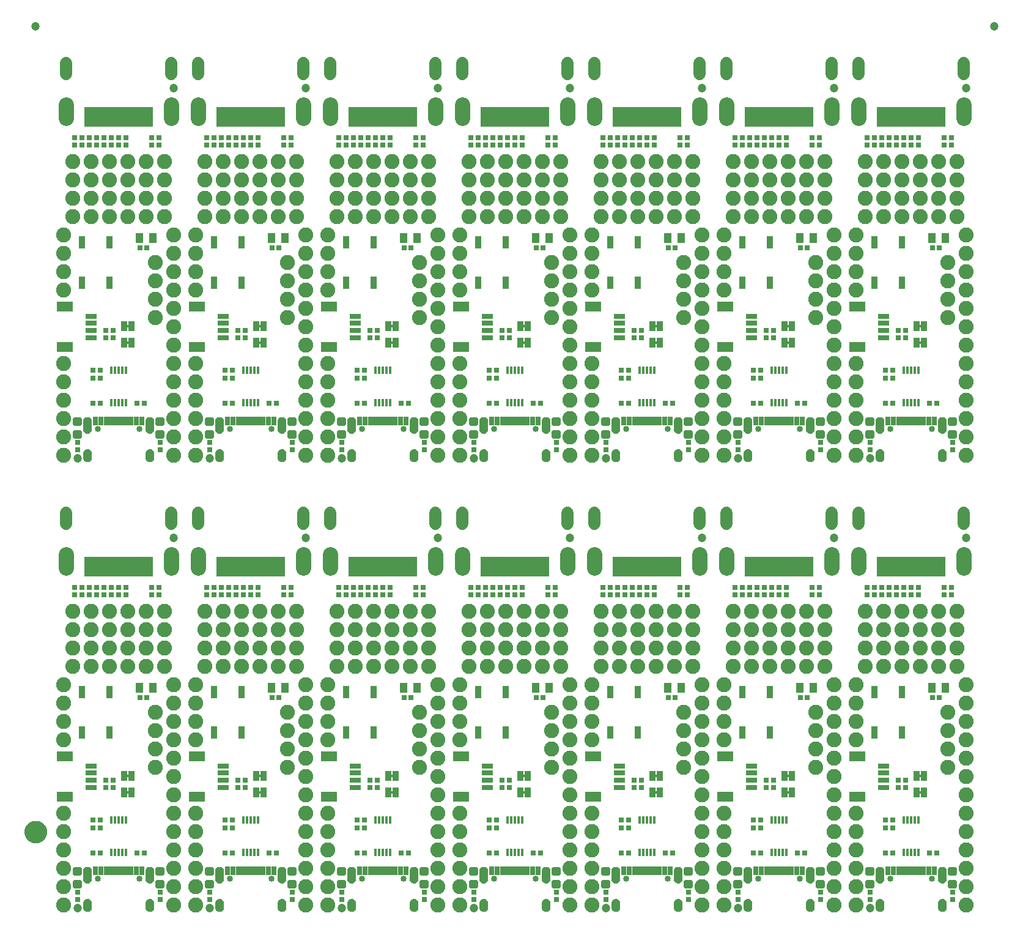
<source format=gts>
G04 EAGLE Gerber RS-274X export*
G75*
%MOMM*%
%FSLAX34Y34*%
%LPD*%
%INSoldermask Top*%
%IPPOS*%
%AMOC8*
5,1,8,0,0,1.08239X$1,22.5*%
G01*
%ADD10C,1.203200*%
%ADD11C,2.082800*%
%ADD12R,0.803200X0.803200*%
%ADD13C,0.505344*%
%ADD14R,0.400000X1.100000*%
%ADD15R,0.503200X1.203200*%
%ADD16R,0.803200X1.203200*%
%ADD17C,0.853200*%
%ADD18R,0.965200X1.727200*%
%ADD19R,2.203200X1.403200*%
%ADD20R,1.553200X0.803200*%
%ADD21R,0.863600X1.473200*%
%ADD22R,0.503200X2.803200*%
%ADD23C,1.703200*%
%ADD24C,2.078200*%
%ADD25R,1.003200X1.403200*%
%ADD26C,1.270000*%
%ADD27C,1.703200*%

G36*
X316264Y665183D02*
X316264Y665183D01*
X316270Y665189D01*
X316275Y665185D01*
X317505Y665550D01*
X317510Y665557D01*
X317515Y665555D01*
X318634Y666185D01*
X318637Y666192D01*
X318643Y666191D01*
X319593Y667054D01*
X319594Y667062D01*
X319600Y667062D01*
X320334Y668115D01*
X320334Y668123D01*
X320339Y668125D01*
X320821Y669315D01*
X320819Y669320D01*
X320823Y669323D01*
X320822Y669324D01*
X320824Y669325D01*
X321029Y670592D01*
X321026Y670597D01*
X321029Y670600D01*
X321029Y682600D01*
X321026Y682604D01*
X321029Y682607D01*
X320874Y683729D01*
X320869Y683734D01*
X320872Y683738D01*
X320501Y684809D01*
X320495Y684813D01*
X320497Y684818D01*
X319924Y685795D01*
X319918Y685798D01*
X319919Y685803D01*
X319166Y686650D01*
X319159Y686652D01*
X319159Y686657D01*
X318256Y687341D01*
X318249Y687341D01*
X318248Y687346D01*
X317229Y687841D01*
X317222Y687839D01*
X317220Y687844D01*
X316123Y688131D01*
X316117Y688128D01*
X316114Y688132D01*
X314983Y688199D01*
X314977Y688199D01*
X313846Y688132D01*
X313841Y688127D01*
X313837Y688131D01*
X312740Y687844D01*
X312736Y687838D01*
X312731Y687841D01*
X311712Y687346D01*
X311709Y687340D01*
X311704Y687341D01*
X310801Y686657D01*
X310799Y686650D01*
X310794Y686650D01*
X310041Y685803D01*
X310041Y685796D01*
X310036Y685795D01*
X309463Y684818D01*
X309464Y684815D01*
X309463Y684814D01*
X309464Y684813D01*
X309464Y684811D01*
X309459Y684809D01*
X309088Y683738D01*
X309090Y683733D01*
X309087Y683731D01*
X309087Y683730D01*
X309086Y683729D01*
X308931Y682607D01*
X308934Y682602D01*
X308931Y682600D01*
X308931Y670600D01*
X308934Y670595D01*
X308931Y670592D01*
X309136Y669325D01*
X309142Y669319D01*
X309139Y669315D01*
X309621Y668125D01*
X309628Y668121D01*
X309626Y668115D01*
X310360Y667062D01*
X310368Y667060D01*
X310367Y667054D01*
X311317Y666191D01*
X311326Y666190D01*
X311326Y666185D01*
X312445Y665555D01*
X312453Y665556D01*
X312455Y665550D01*
X313685Y665185D01*
X313693Y665188D01*
X313696Y665183D01*
X314977Y665101D01*
X314981Y665104D01*
X314983Y665101D01*
X316264Y665183D01*
G37*
G36*
X499144Y42883D02*
X499144Y42883D01*
X499150Y42889D01*
X499155Y42885D01*
X500385Y43250D01*
X500390Y43257D01*
X500395Y43255D01*
X501514Y43885D01*
X501517Y43892D01*
X501523Y43891D01*
X502473Y44754D01*
X502474Y44762D01*
X502480Y44762D01*
X503214Y45815D01*
X503214Y45823D01*
X503219Y45825D01*
X503701Y47015D01*
X503699Y47020D01*
X503703Y47023D01*
X503702Y47024D01*
X503704Y47025D01*
X503909Y48292D01*
X503906Y48297D01*
X503909Y48300D01*
X503909Y60300D01*
X503906Y60304D01*
X503909Y60307D01*
X503754Y61429D01*
X503749Y61434D01*
X503752Y61438D01*
X503381Y62509D01*
X503375Y62513D01*
X503377Y62518D01*
X502804Y63495D01*
X502798Y63498D01*
X502799Y63503D01*
X502046Y64350D01*
X502039Y64352D01*
X502039Y64357D01*
X501136Y65041D01*
X501129Y65041D01*
X501128Y65046D01*
X500109Y65541D01*
X500102Y65539D01*
X500100Y65544D01*
X499003Y65831D01*
X498997Y65828D01*
X498994Y65832D01*
X497863Y65899D01*
X497857Y65899D01*
X496726Y65832D01*
X496721Y65827D01*
X496717Y65831D01*
X495620Y65544D01*
X495616Y65538D01*
X495611Y65541D01*
X494592Y65046D01*
X494589Y65040D01*
X494584Y65041D01*
X493681Y64357D01*
X493679Y64350D01*
X493674Y64350D01*
X492921Y63503D01*
X492921Y63496D01*
X492916Y63495D01*
X492343Y62518D01*
X492344Y62515D01*
X492343Y62514D01*
X492344Y62513D01*
X492344Y62511D01*
X492339Y62509D01*
X491968Y61438D01*
X491970Y61433D01*
X491967Y61431D01*
X491967Y61430D01*
X491966Y61429D01*
X491811Y60307D01*
X491814Y60302D01*
X491811Y60300D01*
X491811Y48300D01*
X491814Y48295D01*
X491811Y48292D01*
X492016Y47025D01*
X492022Y47019D01*
X492019Y47015D01*
X492501Y45825D01*
X492508Y45821D01*
X492506Y45815D01*
X493240Y44762D01*
X493248Y44760D01*
X493247Y44754D01*
X494197Y43891D01*
X494206Y43890D01*
X494206Y43885D01*
X495325Y43255D01*
X495333Y43256D01*
X495335Y43250D01*
X496565Y42885D01*
X496573Y42888D01*
X496576Y42883D01*
X497857Y42801D01*
X497861Y42804D01*
X497863Y42801D01*
X499144Y42883D01*
G37*
G36*
X46984Y42883D02*
X46984Y42883D01*
X46990Y42889D01*
X46995Y42885D01*
X48225Y43250D01*
X48230Y43257D01*
X48235Y43255D01*
X49354Y43885D01*
X49357Y43892D01*
X49363Y43891D01*
X50313Y44754D01*
X50314Y44762D01*
X50320Y44762D01*
X51054Y45815D01*
X51054Y45823D01*
X51059Y45825D01*
X51541Y47015D01*
X51539Y47020D01*
X51543Y47023D01*
X51542Y47024D01*
X51544Y47025D01*
X51749Y48292D01*
X51746Y48297D01*
X51749Y48300D01*
X51749Y60300D01*
X51746Y60304D01*
X51749Y60307D01*
X51594Y61429D01*
X51589Y61434D01*
X51592Y61438D01*
X51221Y62509D01*
X51215Y62513D01*
X51217Y62518D01*
X50644Y63495D01*
X50638Y63498D01*
X50639Y63503D01*
X49886Y64350D01*
X49879Y64352D01*
X49879Y64357D01*
X48976Y65041D01*
X48969Y65041D01*
X48968Y65046D01*
X47949Y65541D01*
X47942Y65539D01*
X47940Y65544D01*
X46843Y65831D01*
X46837Y65828D01*
X46834Y65832D01*
X45703Y65899D01*
X45697Y65899D01*
X44566Y65832D01*
X44561Y65827D01*
X44557Y65831D01*
X43460Y65544D01*
X43456Y65538D01*
X43451Y65541D01*
X42432Y65046D01*
X42429Y65040D01*
X42424Y65041D01*
X41521Y64357D01*
X41519Y64350D01*
X41514Y64350D01*
X40761Y63503D01*
X40761Y63496D01*
X40756Y63495D01*
X40183Y62518D01*
X40184Y62515D01*
X40183Y62514D01*
X40184Y62513D01*
X40184Y62511D01*
X40179Y62509D01*
X39808Y61438D01*
X39810Y61433D01*
X39807Y61431D01*
X39807Y61430D01*
X39806Y61429D01*
X39651Y60307D01*
X39654Y60302D01*
X39651Y60300D01*
X39651Y48300D01*
X39654Y48295D01*
X39651Y48292D01*
X39856Y47025D01*
X39862Y47019D01*
X39859Y47015D01*
X40341Y45825D01*
X40348Y45821D01*
X40346Y45815D01*
X41080Y44762D01*
X41088Y44760D01*
X41087Y44754D01*
X42037Y43891D01*
X42046Y43890D01*
X42046Y43885D01*
X43165Y43255D01*
X43173Y43256D01*
X43175Y43250D01*
X44405Y42885D01*
X44413Y42888D01*
X44416Y42883D01*
X45697Y42801D01*
X45701Y42804D01*
X45703Y42801D01*
X46984Y42883D01*
G37*
G36*
X864904Y42883D02*
X864904Y42883D01*
X864910Y42889D01*
X864915Y42885D01*
X866145Y43250D01*
X866150Y43257D01*
X866155Y43255D01*
X867274Y43885D01*
X867277Y43892D01*
X867283Y43891D01*
X868233Y44754D01*
X868234Y44762D01*
X868240Y44762D01*
X868974Y45815D01*
X868974Y45823D01*
X868979Y45825D01*
X869461Y47015D01*
X869459Y47020D01*
X869463Y47023D01*
X869462Y47024D01*
X869464Y47025D01*
X869669Y48292D01*
X869666Y48297D01*
X869669Y48300D01*
X869669Y60300D01*
X869666Y60304D01*
X869669Y60307D01*
X869514Y61429D01*
X869509Y61434D01*
X869512Y61438D01*
X869141Y62509D01*
X869135Y62513D01*
X869137Y62518D01*
X868564Y63495D01*
X868558Y63498D01*
X868559Y63503D01*
X867806Y64350D01*
X867799Y64352D01*
X867799Y64357D01*
X866896Y65041D01*
X866889Y65041D01*
X866888Y65046D01*
X865869Y65541D01*
X865862Y65539D01*
X865860Y65544D01*
X864763Y65831D01*
X864757Y65828D01*
X864754Y65832D01*
X863623Y65899D01*
X863617Y65899D01*
X862486Y65832D01*
X862481Y65827D01*
X862477Y65831D01*
X861380Y65544D01*
X861376Y65538D01*
X861371Y65541D01*
X860352Y65046D01*
X860349Y65040D01*
X860344Y65041D01*
X859441Y64357D01*
X859439Y64350D01*
X859434Y64350D01*
X858681Y63503D01*
X858681Y63496D01*
X858676Y63495D01*
X858103Y62518D01*
X858104Y62515D01*
X858103Y62514D01*
X858104Y62513D01*
X858104Y62511D01*
X858099Y62509D01*
X857728Y61438D01*
X857730Y61433D01*
X857727Y61431D01*
X857727Y61430D01*
X857726Y61429D01*
X857571Y60307D01*
X857574Y60302D01*
X857571Y60300D01*
X857571Y48300D01*
X857574Y48295D01*
X857571Y48292D01*
X857776Y47025D01*
X857782Y47019D01*
X857779Y47015D01*
X858261Y45825D01*
X858268Y45821D01*
X858266Y45815D01*
X859000Y44762D01*
X859008Y44760D01*
X859007Y44754D01*
X859957Y43891D01*
X859966Y43890D01*
X859966Y43885D01*
X861085Y43255D01*
X861093Y43256D01*
X861095Y43250D01*
X862325Y42885D01*
X862333Y42888D01*
X862336Y42883D01*
X863617Y42801D01*
X863621Y42804D01*
X863623Y42801D01*
X864904Y42883D01*
G37*
G36*
X229864Y42883D02*
X229864Y42883D01*
X229870Y42889D01*
X229875Y42885D01*
X231105Y43250D01*
X231110Y43257D01*
X231115Y43255D01*
X232234Y43885D01*
X232237Y43892D01*
X232243Y43891D01*
X233193Y44754D01*
X233194Y44762D01*
X233200Y44762D01*
X233934Y45815D01*
X233934Y45823D01*
X233939Y45825D01*
X234421Y47015D01*
X234419Y47020D01*
X234423Y47023D01*
X234422Y47024D01*
X234424Y47025D01*
X234629Y48292D01*
X234626Y48297D01*
X234629Y48300D01*
X234629Y60300D01*
X234626Y60304D01*
X234629Y60307D01*
X234474Y61429D01*
X234469Y61434D01*
X234472Y61438D01*
X234101Y62509D01*
X234095Y62513D01*
X234097Y62518D01*
X233524Y63495D01*
X233518Y63498D01*
X233519Y63503D01*
X232766Y64350D01*
X232759Y64352D01*
X232759Y64357D01*
X231856Y65041D01*
X231849Y65041D01*
X231848Y65046D01*
X230829Y65541D01*
X230822Y65539D01*
X230820Y65544D01*
X229723Y65831D01*
X229717Y65828D01*
X229714Y65832D01*
X228583Y65899D01*
X228577Y65899D01*
X227446Y65832D01*
X227441Y65827D01*
X227437Y65831D01*
X226340Y65544D01*
X226336Y65538D01*
X226331Y65541D01*
X225312Y65046D01*
X225309Y65040D01*
X225304Y65041D01*
X224401Y64357D01*
X224399Y64350D01*
X224394Y64350D01*
X223641Y63503D01*
X223641Y63496D01*
X223636Y63495D01*
X223063Y62518D01*
X223064Y62515D01*
X223063Y62514D01*
X223064Y62513D01*
X223064Y62511D01*
X223059Y62509D01*
X222688Y61438D01*
X222690Y61433D01*
X222687Y61431D01*
X222687Y61430D01*
X222686Y61429D01*
X222531Y60307D01*
X222534Y60302D01*
X222531Y60300D01*
X222531Y48300D01*
X222534Y48295D01*
X222531Y48292D01*
X222736Y47025D01*
X222742Y47019D01*
X222739Y47015D01*
X223221Y45825D01*
X223228Y45821D01*
X223226Y45815D01*
X223960Y44762D01*
X223968Y44760D01*
X223967Y44754D01*
X224917Y43891D01*
X224926Y43890D01*
X224926Y43885D01*
X226045Y43255D01*
X226053Y43256D01*
X226055Y43250D01*
X227285Y42885D01*
X227293Y42888D01*
X227296Y42883D01*
X228577Y42801D01*
X228581Y42804D01*
X228583Y42801D01*
X229864Y42883D01*
G37*
G36*
X778504Y42883D02*
X778504Y42883D01*
X778510Y42889D01*
X778515Y42885D01*
X779745Y43250D01*
X779750Y43257D01*
X779755Y43255D01*
X780874Y43885D01*
X780877Y43892D01*
X780883Y43891D01*
X781833Y44754D01*
X781834Y44762D01*
X781840Y44762D01*
X782574Y45815D01*
X782574Y45823D01*
X782579Y45825D01*
X783061Y47015D01*
X783059Y47020D01*
X783063Y47023D01*
X783062Y47024D01*
X783064Y47025D01*
X783269Y48292D01*
X783266Y48297D01*
X783269Y48300D01*
X783269Y60300D01*
X783266Y60304D01*
X783269Y60307D01*
X783114Y61429D01*
X783109Y61434D01*
X783112Y61438D01*
X782741Y62509D01*
X782735Y62513D01*
X782737Y62518D01*
X782164Y63495D01*
X782158Y63498D01*
X782159Y63503D01*
X781406Y64350D01*
X781399Y64352D01*
X781399Y64357D01*
X780496Y65041D01*
X780489Y65041D01*
X780488Y65046D01*
X779469Y65541D01*
X779462Y65539D01*
X779460Y65544D01*
X778363Y65831D01*
X778357Y65828D01*
X778354Y65832D01*
X777223Y65899D01*
X777217Y65899D01*
X776086Y65832D01*
X776081Y65827D01*
X776077Y65831D01*
X774980Y65544D01*
X774976Y65538D01*
X774971Y65541D01*
X773952Y65046D01*
X773949Y65040D01*
X773944Y65041D01*
X773041Y64357D01*
X773039Y64350D01*
X773034Y64350D01*
X772281Y63503D01*
X772281Y63496D01*
X772276Y63495D01*
X771703Y62518D01*
X771704Y62515D01*
X771703Y62514D01*
X771704Y62513D01*
X771704Y62511D01*
X771699Y62509D01*
X771328Y61438D01*
X771330Y61433D01*
X771327Y61431D01*
X771327Y61430D01*
X771326Y61429D01*
X771171Y60307D01*
X771174Y60302D01*
X771171Y60300D01*
X771171Y48300D01*
X771174Y48295D01*
X771171Y48292D01*
X771376Y47025D01*
X771382Y47019D01*
X771379Y47015D01*
X771861Y45825D01*
X771868Y45821D01*
X771866Y45815D01*
X772600Y44762D01*
X772608Y44760D01*
X772607Y44754D01*
X773557Y43891D01*
X773566Y43890D01*
X773566Y43885D01*
X774685Y43255D01*
X774693Y43256D01*
X774695Y43250D01*
X775925Y42885D01*
X775933Y42888D01*
X775936Y42883D01*
X777217Y42801D01*
X777221Y42804D01*
X777223Y42801D01*
X778504Y42883D01*
G37*
G36*
X1144264Y42883D02*
X1144264Y42883D01*
X1144270Y42889D01*
X1144275Y42885D01*
X1145505Y43250D01*
X1145510Y43257D01*
X1145515Y43255D01*
X1146634Y43885D01*
X1146637Y43892D01*
X1146643Y43891D01*
X1147593Y44754D01*
X1147594Y44762D01*
X1147600Y44762D01*
X1148334Y45815D01*
X1148334Y45823D01*
X1148339Y45825D01*
X1148821Y47015D01*
X1148819Y47020D01*
X1148823Y47023D01*
X1148822Y47024D01*
X1148824Y47025D01*
X1149029Y48292D01*
X1149026Y48297D01*
X1149029Y48300D01*
X1149029Y60300D01*
X1149026Y60304D01*
X1149029Y60307D01*
X1148874Y61429D01*
X1148869Y61434D01*
X1148872Y61438D01*
X1148501Y62509D01*
X1148495Y62513D01*
X1148497Y62518D01*
X1147924Y63495D01*
X1147918Y63498D01*
X1147919Y63503D01*
X1147166Y64350D01*
X1147159Y64352D01*
X1147159Y64357D01*
X1146256Y65041D01*
X1146249Y65041D01*
X1146248Y65046D01*
X1145229Y65541D01*
X1145222Y65539D01*
X1145220Y65544D01*
X1144123Y65831D01*
X1144117Y65828D01*
X1144114Y65832D01*
X1142983Y65899D01*
X1142977Y65899D01*
X1141846Y65832D01*
X1141841Y65827D01*
X1141837Y65831D01*
X1140740Y65544D01*
X1140736Y65538D01*
X1140731Y65541D01*
X1139712Y65046D01*
X1139709Y65040D01*
X1139704Y65041D01*
X1138801Y64357D01*
X1138799Y64350D01*
X1138794Y64350D01*
X1138041Y63503D01*
X1138041Y63496D01*
X1138036Y63495D01*
X1137463Y62518D01*
X1137464Y62515D01*
X1137463Y62514D01*
X1137464Y62513D01*
X1137464Y62511D01*
X1137459Y62509D01*
X1137088Y61438D01*
X1137090Y61433D01*
X1137087Y61431D01*
X1137087Y61430D01*
X1137086Y61429D01*
X1136931Y60307D01*
X1136934Y60302D01*
X1136931Y60300D01*
X1136931Y48300D01*
X1136934Y48295D01*
X1136931Y48292D01*
X1137136Y47025D01*
X1137142Y47019D01*
X1137139Y47015D01*
X1137621Y45825D01*
X1137628Y45821D01*
X1137626Y45815D01*
X1138360Y44762D01*
X1138368Y44760D01*
X1138367Y44754D01*
X1139317Y43891D01*
X1139326Y43890D01*
X1139326Y43885D01*
X1140445Y43255D01*
X1140453Y43256D01*
X1140455Y43250D01*
X1141685Y42885D01*
X1141693Y42888D01*
X1141696Y42883D01*
X1142977Y42801D01*
X1142981Y42804D01*
X1142983Y42801D01*
X1144264Y42883D01*
G37*
G36*
X864904Y665183D02*
X864904Y665183D01*
X864910Y665189D01*
X864915Y665185D01*
X866145Y665550D01*
X866150Y665557D01*
X866155Y665555D01*
X867274Y666185D01*
X867277Y666192D01*
X867283Y666191D01*
X868233Y667054D01*
X868234Y667062D01*
X868240Y667062D01*
X868974Y668115D01*
X868974Y668123D01*
X868979Y668125D01*
X869461Y669315D01*
X869459Y669320D01*
X869463Y669323D01*
X869462Y669324D01*
X869464Y669325D01*
X869669Y670592D01*
X869666Y670597D01*
X869669Y670600D01*
X869669Y682600D01*
X869666Y682604D01*
X869669Y682607D01*
X869514Y683729D01*
X869509Y683734D01*
X869512Y683738D01*
X869141Y684809D01*
X869135Y684813D01*
X869137Y684818D01*
X868564Y685795D01*
X868558Y685798D01*
X868559Y685803D01*
X867806Y686650D01*
X867799Y686652D01*
X867799Y686657D01*
X866896Y687341D01*
X866889Y687341D01*
X866888Y687346D01*
X865869Y687841D01*
X865862Y687839D01*
X865860Y687844D01*
X864763Y688131D01*
X864757Y688128D01*
X864754Y688132D01*
X863623Y688199D01*
X863617Y688199D01*
X862486Y688132D01*
X862481Y688127D01*
X862477Y688131D01*
X861380Y687844D01*
X861376Y687838D01*
X861371Y687841D01*
X860352Y687346D01*
X860349Y687340D01*
X860344Y687341D01*
X859441Y686657D01*
X859439Y686650D01*
X859434Y686650D01*
X858681Y685803D01*
X858681Y685796D01*
X858676Y685795D01*
X858103Y684818D01*
X858104Y684815D01*
X858103Y684814D01*
X858104Y684813D01*
X858104Y684811D01*
X858099Y684809D01*
X857728Y683738D01*
X857730Y683733D01*
X857727Y683731D01*
X857727Y683730D01*
X857726Y683729D01*
X857571Y682607D01*
X857574Y682602D01*
X857571Y682600D01*
X857571Y670600D01*
X857574Y670595D01*
X857571Y670592D01*
X857776Y669325D01*
X857782Y669319D01*
X857779Y669315D01*
X858261Y668125D01*
X858268Y668121D01*
X858266Y668115D01*
X859000Y667062D01*
X859008Y667060D01*
X859007Y667054D01*
X859957Y666191D01*
X859966Y666190D01*
X859966Y666185D01*
X861085Y665555D01*
X861093Y665556D01*
X861095Y665550D01*
X862325Y665185D01*
X862333Y665188D01*
X862336Y665183D01*
X863617Y665101D01*
X863621Y665104D01*
X863623Y665101D01*
X864904Y665183D01*
G37*
G36*
X412744Y42883D02*
X412744Y42883D01*
X412750Y42889D01*
X412755Y42885D01*
X413985Y43250D01*
X413990Y43257D01*
X413995Y43255D01*
X415114Y43885D01*
X415117Y43892D01*
X415123Y43891D01*
X416073Y44754D01*
X416074Y44762D01*
X416080Y44762D01*
X416814Y45815D01*
X416814Y45823D01*
X416819Y45825D01*
X417301Y47015D01*
X417299Y47020D01*
X417303Y47023D01*
X417302Y47024D01*
X417304Y47025D01*
X417509Y48292D01*
X417506Y48297D01*
X417509Y48300D01*
X417509Y60300D01*
X417506Y60304D01*
X417509Y60307D01*
X417354Y61429D01*
X417349Y61434D01*
X417352Y61438D01*
X416981Y62509D01*
X416975Y62513D01*
X416977Y62518D01*
X416404Y63495D01*
X416398Y63498D01*
X416399Y63503D01*
X415646Y64350D01*
X415639Y64352D01*
X415639Y64357D01*
X414736Y65041D01*
X414729Y65041D01*
X414728Y65046D01*
X413709Y65541D01*
X413702Y65539D01*
X413700Y65544D01*
X412603Y65831D01*
X412597Y65828D01*
X412594Y65832D01*
X411463Y65899D01*
X411457Y65899D01*
X410326Y65832D01*
X410321Y65827D01*
X410317Y65831D01*
X409220Y65544D01*
X409216Y65538D01*
X409211Y65541D01*
X408192Y65046D01*
X408189Y65040D01*
X408184Y65041D01*
X407281Y64357D01*
X407279Y64350D01*
X407274Y64350D01*
X406521Y63503D01*
X406521Y63496D01*
X406516Y63495D01*
X405943Y62518D01*
X405944Y62515D01*
X405943Y62514D01*
X405944Y62513D01*
X405944Y62511D01*
X405939Y62509D01*
X405568Y61438D01*
X405570Y61433D01*
X405567Y61431D01*
X405567Y61430D01*
X405566Y61429D01*
X405411Y60307D01*
X405414Y60302D01*
X405411Y60300D01*
X405411Y48300D01*
X405414Y48295D01*
X405411Y48292D01*
X405616Y47025D01*
X405622Y47019D01*
X405619Y47015D01*
X406101Y45825D01*
X406108Y45821D01*
X406106Y45815D01*
X406840Y44762D01*
X406848Y44760D01*
X406847Y44754D01*
X407797Y43891D01*
X407806Y43890D01*
X407806Y43885D01*
X408925Y43255D01*
X408933Y43256D01*
X408935Y43250D01*
X410165Y42885D01*
X410173Y42888D01*
X410176Y42883D01*
X411457Y42801D01*
X411461Y42804D01*
X411463Y42801D01*
X412744Y42883D01*
G37*
G36*
X133384Y42883D02*
X133384Y42883D01*
X133390Y42889D01*
X133395Y42885D01*
X134625Y43250D01*
X134630Y43257D01*
X134635Y43255D01*
X135754Y43885D01*
X135757Y43892D01*
X135763Y43891D01*
X136713Y44754D01*
X136714Y44762D01*
X136720Y44762D01*
X137454Y45815D01*
X137454Y45823D01*
X137459Y45825D01*
X137941Y47015D01*
X137939Y47020D01*
X137943Y47023D01*
X137942Y47024D01*
X137944Y47025D01*
X138149Y48292D01*
X138146Y48297D01*
X138149Y48300D01*
X138149Y60300D01*
X138146Y60304D01*
X138149Y60307D01*
X137994Y61429D01*
X137989Y61434D01*
X137992Y61438D01*
X137621Y62509D01*
X137615Y62513D01*
X137617Y62518D01*
X137044Y63495D01*
X137038Y63498D01*
X137039Y63503D01*
X136286Y64350D01*
X136279Y64352D01*
X136279Y64357D01*
X135376Y65041D01*
X135369Y65041D01*
X135368Y65046D01*
X134349Y65541D01*
X134342Y65539D01*
X134340Y65544D01*
X133243Y65831D01*
X133237Y65828D01*
X133234Y65832D01*
X132103Y65899D01*
X132097Y65899D01*
X130966Y65832D01*
X130961Y65827D01*
X130957Y65831D01*
X129860Y65544D01*
X129856Y65538D01*
X129851Y65541D01*
X128832Y65046D01*
X128829Y65040D01*
X128824Y65041D01*
X127921Y64357D01*
X127919Y64350D01*
X127914Y64350D01*
X127161Y63503D01*
X127161Y63496D01*
X127156Y63495D01*
X126583Y62518D01*
X126584Y62515D01*
X126583Y62514D01*
X126584Y62513D01*
X126584Y62511D01*
X126579Y62509D01*
X126208Y61438D01*
X126210Y61433D01*
X126207Y61431D01*
X126207Y61430D01*
X126206Y61429D01*
X126051Y60307D01*
X126054Y60302D01*
X126051Y60300D01*
X126051Y48300D01*
X126054Y48295D01*
X126051Y48292D01*
X126256Y47025D01*
X126262Y47019D01*
X126259Y47015D01*
X126741Y45825D01*
X126748Y45821D01*
X126746Y45815D01*
X127480Y44762D01*
X127488Y44760D01*
X127487Y44754D01*
X128437Y43891D01*
X128446Y43890D01*
X128446Y43885D01*
X129565Y43255D01*
X129573Y43256D01*
X129575Y43250D01*
X130805Y42885D01*
X130813Y42888D01*
X130816Y42883D01*
X132097Y42801D01*
X132101Y42804D01*
X132103Y42801D01*
X133384Y42883D01*
G37*
G36*
X961384Y42883D02*
X961384Y42883D01*
X961390Y42889D01*
X961395Y42885D01*
X962625Y43250D01*
X962630Y43257D01*
X962635Y43255D01*
X963754Y43885D01*
X963757Y43892D01*
X963763Y43891D01*
X964713Y44754D01*
X964714Y44762D01*
X964720Y44762D01*
X965454Y45815D01*
X965454Y45823D01*
X965459Y45825D01*
X965941Y47015D01*
X965939Y47020D01*
X965943Y47023D01*
X965942Y47024D01*
X965944Y47025D01*
X966149Y48292D01*
X966146Y48297D01*
X966149Y48300D01*
X966149Y60300D01*
X966146Y60304D01*
X966149Y60307D01*
X965994Y61429D01*
X965989Y61434D01*
X965992Y61438D01*
X965621Y62509D01*
X965615Y62513D01*
X965617Y62518D01*
X965044Y63495D01*
X965038Y63498D01*
X965039Y63503D01*
X964286Y64350D01*
X964279Y64352D01*
X964279Y64357D01*
X963376Y65041D01*
X963369Y65041D01*
X963368Y65046D01*
X962349Y65541D01*
X962342Y65539D01*
X962340Y65544D01*
X961243Y65831D01*
X961237Y65828D01*
X961234Y65832D01*
X960103Y65899D01*
X960097Y65899D01*
X958966Y65832D01*
X958961Y65827D01*
X958957Y65831D01*
X957860Y65544D01*
X957856Y65538D01*
X957851Y65541D01*
X956832Y65046D01*
X956829Y65040D01*
X956824Y65041D01*
X955921Y64357D01*
X955919Y64350D01*
X955914Y64350D01*
X955161Y63503D01*
X955161Y63496D01*
X955156Y63495D01*
X954583Y62518D01*
X954584Y62515D01*
X954583Y62514D01*
X954584Y62513D01*
X954584Y62511D01*
X954579Y62509D01*
X954208Y61438D01*
X954210Y61433D01*
X954207Y61431D01*
X954207Y61430D01*
X954206Y61429D01*
X954051Y60307D01*
X954054Y60302D01*
X954051Y60300D01*
X954051Y48300D01*
X954054Y48295D01*
X954051Y48292D01*
X954256Y47025D01*
X954262Y47019D01*
X954259Y47015D01*
X954741Y45825D01*
X954748Y45821D01*
X954746Y45815D01*
X955480Y44762D01*
X955488Y44760D01*
X955487Y44754D01*
X956437Y43891D01*
X956446Y43890D01*
X956446Y43885D01*
X957565Y43255D01*
X957573Y43256D01*
X957575Y43250D01*
X958805Y42885D01*
X958813Y42888D01*
X958816Y42883D01*
X960097Y42801D01*
X960101Y42804D01*
X960103Y42801D01*
X961384Y42883D01*
G37*
G36*
X316264Y42883D02*
X316264Y42883D01*
X316270Y42889D01*
X316275Y42885D01*
X317505Y43250D01*
X317510Y43257D01*
X317515Y43255D01*
X318634Y43885D01*
X318637Y43892D01*
X318643Y43891D01*
X319593Y44754D01*
X319594Y44762D01*
X319600Y44762D01*
X320334Y45815D01*
X320334Y45823D01*
X320339Y45825D01*
X320821Y47015D01*
X320819Y47020D01*
X320823Y47023D01*
X320822Y47024D01*
X320824Y47025D01*
X321029Y48292D01*
X321026Y48297D01*
X321029Y48300D01*
X321029Y60300D01*
X321026Y60304D01*
X321029Y60307D01*
X320874Y61429D01*
X320869Y61434D01*
X320872Y61438D01*
X320501Y62509D01*
X320495Y62513D01*
X320497Y62518D01*
X319924Y63495D01*
X319918Y63498D01*
X319919Y63503D01*
X319166Y64350D01*
X319159Y64352D01*
X319159Y64357D01*
X318256Y65041D01*
X318249Y65041D01*
X318248Y65046D01*
X317229Y65541D01*
X317222Y65539D01*
X317220Y65544D01*
X316123Y65831D01*
X316117Y65828D01*
X316114Y65832D01*
X314983Y65899D01*
X314977Y65899D01*
X313846Y65832D01*
X313841Y65827D01*
X313837Y65831D01*
X312740Y65544D01*
X312736Y65538D01*
X312731Y65541D01*
X311712Y65046D01*
X311709Y65040D01*
X311704Y65041D01*
X310801Y64357D01*
X310799Y64350D01*
X310794Y64350D01*
X310041Y63503D01*
X310041Y63496D01*
X310036Y63495D01*
X309463Y62518D01*
X309464Y62515D01*
X309463Y62514D01*
X309464Y62513D01*
X309464Y62511D01*
X309459Y62509D01*
X309088Y61438D01*
X309090Y61433D01*
X309087Y61431D01*
X309087Y61430D01*
X309086Y61429D01*
X308931Y60307D01*
X308934Y60302D01*
X308931Y60300D01*
X308931Y48300D01*
X308934Y48295D01*
X308931Y48292D01*
X309136Y47025D01*
X309142Y47019D01*
X309139Y47015D01*
X309621Y45825D01*
X309628Y45821D01*
X309626Y45815D01*
X310360Y44762D01*
X310368Y44760D01*
X310367Y44754D01*
X311317Y43891D01*
X311326Y43890D01*
X311326Y43885D01*
X312445Y43255D01*
X312453Y43256D01*
X312455Y43250D01*
X313685Y42885D01*
X313693Y42888D01*
X313696Y42883D01*
X314977Y42801D01*
X314981Y42804D01*
X314983Y42801D01*
X316264Y42883D01*
G37*
G36*
X595624Y42883D02*
X595624Y42883D01*
X595630Y42889D01*
X595635Y42885D01*
X596865Y43250D01*
X596870Y43257D01*
X596875Y43255D01*
X597994Y43885D01*
X597997Y43892D01*
X598003Y43891D01*
X598953Y44754D01*
X598954Y44762D01*
X598960Y44762D01*
X599694Y45815D01*
X599694Y45823D01*
X599699Y45825D01*
X600181Y47015D01*
X600179Y47020D01*
X600183Y47023D01*
X600182Y47024D01*
X600184Y47025D01*
X600389Y48292D01*
X600386Y48297D01*
X600389Y48300D01*
X600389Y60300D01*
X600386Y60304D01*
X600389Y60307D01*
X600234Y61429D01*
X600229Y61434D01*
X600232Y61438D01*
X599861Y62509D01*
X599855Y62513D01*
X599857Y62518D01*
X599284Y63495D01*
X599278Y63498D01*
X599279Y63503D01*
X598526Y64350D01*
X598519Y64352D01*
X598519Y64357D01*
X597616Y65041D01*
X597609Y65041D01*
X597608Y65046D01*
X596589Y65541D01*
X596582Y65539D01*
X596580Y65544D01*
X595483Y65831D01*
X595477Y65828D01*
X595474Y65832D01*
X594343Y65899D01*
X594337Y65899D01*
X593206Y65832D01*
X593201Y65827D01*
X593197Y65831D01*
X592100Y65544D01*
X592096Y65538D01*
X592091Y65541D01*
X591072Y65046D01*
X591069Y65040D01*
X591064Y65041D01*
X590161Y64357D01*
X590159Y64350D01*
X590154Y64350D01*
X589401Y63503D01*
X589401Y63496D01*
X589396Y63495D01*
X588823Y62518D01*
X588824Y62515D01*
X588823Y62514D01*
X588824Y62513D01*
X588824Y62511D01*
X588819Y62509D01*
X588448Y61438D01*
X588450Y61433D01*
X588447Y61431D01*
X588447Y61430D01*
X588446Y61429D01*
X588291Y60307D01*
X588294Y60302D01*
X588291Y60300D01*
X588291Y48300D01*
X588294Y48295D01*
X588291Y48292D01*
X588496Y47025D01*
X588502Y47019D01*
X588499Y47015D01*
X588981Y45825D01*
X588988Y45821D01*
X588986Y45815D01*
X589720Y44762D01*
X589728Y44760D01*
X589727Y44754D01*
X590677Y43891D01*
X590686Y43890D01*
X590686Y43885D01*
X591805Y43255D01*
X591813Y43256D01*
X591815Y43250D01*
X593045Y42885D01*
X593053Y42888D01*
X593056Y42883D01*
X594337Y42801D01*
X594341Y42804D01*
X594343Y42801D01*
X595624Y42883D01*
G37*
G36*
X1230664Y42883D02*
X1230664Y42883D01*
X1230670Y42889D01*
X1230675Y42885D01*
X1231905Y43250D01*
X1231910Y43257D01*
X1231915Y43255D01*
X1233034Y43885D01*
X1233037Y43892D01*
X1233043Y43891D01*
X1233993Y44754D01*
X1233994Y44762D01*
X1234000Y44762D01*
X1234734Y45815D01*
X1234734Y45823D01*
X1234739Y45825D01*
X1235221Y47015D01*
X1235219Y47020D01*
X1235223Y47023D01*
X1235222Y47024D01*
X1235224Y47025D01*
X1235429Y48292D01*
X1235426Y48297D01*
X1235429Y48300D01*
X1235429Y60300D01*
X1235426Y60304D01*
X1235429Y60307D01*
X1235274Y61429D01*
X1235269Y61434D01*
X1235272Y61438D01*
X1234901Y62509D01*
X1234895Y62513D01*
X1234897Y62518D01*
X1234324Y63495D01*
X1234318Y63498D01*
X1234319Y63503D01*
X1233566Y64350D01*
X1233559Y64352D01*
X1233559Y64357D01*
X1232656Y65041D01*
X1232649Y65041D01*
X1232648Y65046D01*
X1231629Y65541D01*
X1231622Y65539D01*
X1231620Y65544D01*
X1230523Y65831D01*
X1230517Y65828D01*
X1230514Y65832D01*
X1229383Y65899D01*
X1229377Y65899D01*
X1228246Y65832D01*
X1228241Y65827D01*
X1228237Y65831D01*
X1227140Y65544D01*
X1227136Y65538D01*
X1227131Y65541D01*
X1226112Y65046D01*
X1226109Y65040D01*
X1226104Y65041D01*
X1225201Y64357D01*
X1225199Y64350D01*
X1225194Y64350D01*
X1224441Y63503D01*
X1224441Y63496D01*
X1224436Y63495D01*
X1223863Y62518D01*
X1223864Y62515D01*
X1223863Y62514D01*
X1223864Y62513D01*
X1223864Y62511D01*
X1223859Y62509D01*
X1223488Y61438D01*
X1223490Y61433D01*
X1223487Y61431D01*
X1223487Y61430D01*
X1223486Y61429D01*
X1223331Y60307D01*
X1223334Y60302D01*
X1223331Y60300D01*
X1223331Y48300D01*
X1223334Y48295D01*
X1223331Y48292D01*
X1223536Y47025D01*
X1223542Y47019D01*
X1223539Y47015D01*
X1224021Y45825D01*
X1224028Y45821D01*
X1224026Y45815D01*
X1224760Y44762D01*
X1224768Y44760D01*
X1224767Y44754D01*
X1225717Y43891D01*
X1225726Y43890D01*
X1225726Y43885D01*
X1226845Y43255D01*
X1226853Y43256D01*
X1226855Y43250D01*
X1228085Y42885D01*
X1228093Y42888D01*
X1228096Y42883D01*
X1229377Y42801D01*
X1229381Y42804D01*
X1229383Y42801D01*
X1230664Y42883D01*
G37*
G36*
X1047784Y42883D02*
X1047784Y42883D01*
X1047790Y42889D01*
X1047795Y42885D01*
X1049025Y43250D01*
X1049030Y43257D01*
X1049035Y43255D01*
X1050154Y43885D01*
X1050157Y43892D01*
X1050163Y43891D01*
X1051113Y44754D01*
X1051114Y44762D01*
X1051120Y44762D01*
X1051854Y45815D01*
X1051854Y45823D01*
X1051859Y45825D01*
X1052341Y47015D01*
X1052339Y47020D01*
X1052343Y47023D01*
X1052342Y47024D01*
X1052344Y47025D01*
X1052549Y48292D01*
X1052546Y48297D01*
X1052549Y48300D01*
X1052549Y60300D01*
X1052546Y60304D01*
X1052549Y60307D01*
X1052394Y61429D01*
X1052389Y61434D01*
X1052392Y61438D01*
X1052021Y62509D01*
X1052015Y62513D01*
X1052017Y62518D01*
X1051444Y63495D01*
X1051438Y63498D01*
X1051439Y63503D01*
X1050686Y64350D01*
X1050679Y64352D01*
X1050679Y64357D01*
X1049776Y65041D01*
X1049769Y65041D01*
X1049768Y65046D01*
X1048749Y65541D01*
X1048742Y65539D01*
X1048740Y65544D01*
X1047643Y65831D01*
X1047637Y65828D01*
X1047634Y65832D01*
X1046503Y65899D01*
X1046497Y65899D01*
X1045366Y65832D01*
X1045361Y65827D01*
X1045357Y65831D01*
X1044260Y65544D01*
X1044256Y65538D01*
X1044251Y65541D01*
X1043232Y65046D01*
X1043229Y65040D01*
X1043224Y65041D01*
X1042321Y64357D01*
X1042319Y64350D01*
X1042314Y64350D01*
X1041561Y63503D01*
X1041561Y63496D01*
X1041556Y63495D01*
X1040983Y62518D01*
X1040984Y62515D01*
X1040983Y62514D01*
X1040984Y62513D01*
X1040984Y62511D01*
X1040979Y62509D01*
X1040608Y61438D01*
X1040610Y61433D01*
X1040607Y61431D01*
X1040607Y61430D01*
X1040606Y61429D01*
X1040451Y60307D01*
X1040454Y60302D01*
X1040451Y60300D01*
X1040451Y48300D01*
X1040454Y48295D01*
X1040451Y48292D01*
X1040656Y47025D01*
X1040662Y47019D01*
X1040659Y47015D01*
X1041141Y45825D01*
X1041148Y45821D01*
X1041146Y45815D01*
X1041880Y44762D01*
X1041888Y44760D01*
X1041887Y44754D01*
X1042837Y43891D01*
X1042846Y43890D01*
X1042846Y43885D01*
X1043965Y43255D01*
X1043973Y43256D01*
X1043975Y43250D01*
X1045205Y42885D01*
X1045213Y42888D01*
X1045216Y42883D01*
X1046497Y42801D01*
X1046501Y42804D01*
X1046503Y42801D01*
X1047784Y42883D01*
G37*
G36*
X229864Y665183D02*
X229864Y665183D01*
X229870Y665189D01*
X229875Y665185D01*
X231105Y665550D01*
X231110Y665557D01*
X231115Y665555D01*
X232234Y666185D01*
X232237Y666192D01*
X232243Y666191D01*
X233193Y667054D01*
X233194Y667062D01*
X233200Y667062D01*
X233934Y668115D01*
X233934Y668123D01*
X233939Y668125D01*
X234421Y669315D01*
X234419Y669320D01*
X234423Y669323D01*
X234422Y669324D01*
X234424Y669325D01*
X234629Y670592D01*
X234626Y670597D01*
X234629Y670600D01*
X234629Y682600D01*
X234626Y682604D01*
X234629Y682607D01*
X234474Y683729D01*
X234469Y683734D01*
X234472Y683738D01*
X234101Y684809D01*
X234095Y684813D01*
X234097Y684818D01*
X233524Y685795D01*
X233518Y685798D01*
X233519Y685803D01*
X232766Y686650D01*
X232759Y686652D01*
X232759Y686657D01*
X231856Y687341D01*
X231849Y687341D01*
X231848Y687346D01*
X230829Y687841D01*
X230822Y687839D01*
X230820Y687844D01*
X229723Y688131D01*
X229717Y688128D01*
X229714Y688132D01*
X228583Y688199D01*
X228577Y688199D01*
X227446Y688132D01*
X227441Y688127D01*
X227437Y688131D01*
X226340Y687844D01*
X226336Y687838D01*
X226331Y687841D01*
X225312Y687346D01*
X225309Y687340D01*
X225304Y687341D01*
X224401Y686657D01*
X224399Y686650D01*
X224394Y686650D01*
X223641Y685803D01*
X223641Y685796D01*
X223636Y685795D01*
X223063Y684818D01*
X223064Y684815D01*
X223063Y684814D01*
X223064Y684813D01*
X223064Y684811D01*
X223059Y684809D01*
X222688Y683738D01*
X222690Y683733D01*
X222687Y683731D01*
X222687Y683730D01*
X222686Y683729D01*
X222531Y682607D01*
X222534Y682602D01*
X222531Y682600D01*
X222531Y670600D01*
X222534Y670595D01*
X222531Y670592D01*
X222736Y669325D01*
X222742Y669319D01*
X222739Y669315D01*
X223221Y668125D01*
X223228Y668121D01*
X223226Y668115D01*
X223960Y667062D01*
X223968Y667060D01*
X223967Y667054D01*
X224917Y666191D01*
X224926Y666190D01*
X224926Y666185D01*
X226045Y665555D01*
X226053Y665556D01*
X226055Y665550D01*
X227285Y665185D01*
X227293Y665188D01*
X227296Y665183D01*
X228577Y665101D01*
X228581Y665104D01*
X228583Y665101D01*
X229864Y665183D01*
G37*
G36*
X1047784Y665183D02*
X1047784Y665183D01*
X1047790Y665189D01*
X1047795Y665185D01*
X1049025Y665550D01*
X1049030Y665557D01*
X1049035Y665555D01*
X1050154Y666185D01*
X1050157Y666192D01*
X1050163Y666191D01*
X1051113Y667054D01*
X1051114Y667062D01*
X1051120Y667062D01*
X1051854Y668115D01*
X1051854Y668123D01*
X1051859Y668125D01*
X1052341Y669315D01*
X1052339Y669320D01*
X1052343Y669323D01*
X1052342Y669324D01*
X1052344Y669325D01*
X1052549Y670592D01*
X1052546Y670597D01*
X1052549Y670600D01*
X1052549Y682600D01*
X1052546Y682604D01*
X1052549Y682607D01*
X1052394Y683729D01*
X1052389Y683734D01*
X1052392Y683738D01*
X1052021Y684809D01*
X1052015Y684813D01*
X1052017Y684818D01*
X1051444Y685795D01*
X1051438Y685798D01*
X1051439Y685803D01*
X1050686Y686650D01*
X1050679Y686652D01*
X1050679Y686657D01*
X1049776Y687341D01*
X1049769Y687341D01*
X1049768Y687346D01*
X1048749Y687841D01*
X1048742Y687839D01*
X1048740Y687844D01*
X1047643Y688131D01*
X1047637Y688128D01*
X1047634Y688132D01*
X1046503Y688199D01*
X1046497Y688199D01*
X1045366Y688132D01*
X1045361Y688127D01*
X1045357Y688131D01*
X1044260Y687844D01*
X1044256Y687838D01*
X1044251Y687841D01*
X1043232Y687346D01*
X1043229Y687340D01*
X1043224Y687341D01*
X1042321Y686657D01*
X1042319Y686650D01*
X1042314Y686650D01*
X1041561Y685803D01*
X1041561Y685796D01*
X1041556Y685795D01*
X1040983Y684818D01*
X1040984Y684815D01*
X1040983Y684814D01*
X1040984Y684813D01*
X1040984Y684811D01*
X1040979Y684809D01*
X1040608Y683738D01*
X1040610Y683733D01*
X1040607Y683731D01*
X1040607Y683730D01*
X1040606Y683729D01*
X1040451Y682607D01*
X1040454Y682602D01*
X1040451Y682600D01*
X1040451Y670600D01*
X1040454Y670595D01*
X1040451Y670592D01*
X1040656Y669325D01*
X1040662Y669319D01*
X1040659Y669315D01*
X1041141Y668125D01*
X1041148Y668121D01*
X1041146Y668115D01*
X1041880Y667062D01*
X1041888Y667060D01*
X1041887Y667054D01*
X1042837Y666191D01*
X1042846Y666190D01*
X1042846Y666185D01*
X1043965Y665555D01*
X1043973Y665556D01*
X1043975Y665550D01*
X1045205Y665185D01*
X1045213Y665188D01*
X1045216Y665183D01*
X1046497Y665101D01*
X1046501Y665104D01*
X1046503Y665101D01*
X1047784Y665183D01*
G37*
G36*
X961384Y665183D02*
X961384Y665183D01*
X961390Y665189D01*
X961395Y665185D01*
X962625Y665550D01*
X962630Y665557D01*
X962635Y665555D01*
X963754Y666185D01*
X963757Y666192D01*
X963763Y666191D01*
X964713Y667054D01*
X964714Y667062D01*
X964720Y667062D01*
X965454Y668115D01*
X965454Y668123D01*
X965459Y668125D01*
X965941Y669315D01*
X965939Y669320D01*
X965943Y669323D01*
X965942Y669324D01*
X965944Y669325D01*
X966149Y670592D01*
X966146Y670597D01*
X966149Y670600D01*
X966149Y682600D01*
X966146Y682604D01*
X966149Y682607D01*
X965994Y683729D01*
X965989Y683734D01*
X965992Y683738D01*
X965621Y684809D01*
X965615Y684813D01*
X965617Y684818D01*
X965044Y685795D01*
X965038Y685798D01*
X965039Y685803D01*
X964286Y686650D01*
X964279Y686652D01*
X964279Y686657D01*
X963376Y687341D01*
X963369Y687341D01*
X963368Y687346D01*
X962349Y687841D01*
X962342Y687839D01*
X962340Y687844D01*
X961243Y688131D01*
X961237Y688128D01*
X961234Y688132D01*
X960103Y688199D01*
X960097Y688199D01*
X958966Y688132D01*
X958961Y688127D01*
X958957Y688131D01*
X957860Y687844D01*
X957856Y687838D01*
X957851Y687841D01*
X956832Y687346D01*
X956829Y687340D01*
X956824Y687341D01*
X955921Y686657D01*
X955919Y686650D01*
X955914Y686650D01*
X955161Y685803D01*
X955161Y685796D01*
X955156Y685795D01*
X954583Y684818D01*
X954584Y684815D01*
X954583Y684814D01*
X954584Y684813D01*
X954584Y684811D01*
X954579Y684809D01*
X954208Y683738D01*
X954210Y683733D01*
X954207Y683731D01*
X954207Y683730D01*
X954206Y683729D01*
X954051Y682607D01*
X954054Y682602D01*
X954051Y682600D01*
X954051Y670600D01*
X954054Y670595D01*
X954051Y670592D01*
X954256Y669325D01*
X954262Y669319D01*
X954259Y669315D01*
X954741Y668125D01*
X954748Y668121D01*
X954746Y668115D01*
X955480Y667062D01*
X955488Y667060D01*
X955487Y667054D01*
X956437Y666191D01*
X956446Y666190D01*
X956446Y666185D01*
X957565Y665555D01*
X957573Y665556D01*
X957575Y665550D01*
X958805Y665185D01*
X958813Y665188D01*
X958816Y665183D01*
X960097Y665101D01*
X960101Y665104D01*
X960103Y665101D01*
X961384Y665183D01*
G37*
G36*
X1230664Y665183D02*
X1230664Y665183D01*
X1230670Y665189D01*
X1230675Y665185D01*
X1231905Y665550D01*
X1231910Y665557D01*
X1231915Y665555D01*
X1233034Y666185D01*
X1233037Y666192D01*
X1233043Y666191D01*
X1233993Y667054D01*
X1233994Y667062D01*
X1234000Y667062D01*
X1234734Y668115D01*
X1234734Y668123D01*
X1234739Y668125D01*
X1235221Y669315D01*
X1235219Y669320D01*
X1235223Y669323D01*
X1235222Y669324D01*
X1235224Y669325D01*
X1235429Y670592D01*
X1235426Y670597D01*
X1235429Y670600D01*
X1235429Y682600D01*
X1235426Y682604D01*
X1235429Y682607D01*
X1235274Y683729D01*
X1235269Y683734D01*
X1235272Y683738D01*
X1234901Y684809D01*
X1234895Y684813D01*
X1234897Y684818D01*
X1234324Y685795D01*
X1234318Y685798D01*
X1234319Y685803D01*
X1233566Y686650D01*
X1233559Y686652D01*
X1233559Y686657D01*
X1232656Y687341D01*
X1232649Y687341D01*
X1232648Y687346D01*
X1231629Y687841D01*
X1231622Y687839D01*
X1231620Y687844D01*
X1230523Y688131D01*
X1230517Y688128D01*
X1230514Y688132D01*
X1229383Y688199D01*
X1229377Y688199D01*
X1228246Y688132D01*
X1228241Y688127D01*
X1228237Y688131D01*
X1227140Y687844D01*
X1227136Y687838D01*
X1227131Y687841D01*
X1226112Y687346D01*
X1226109Y687340D01*
X1226104Y687341D01*
X1225201Y686657D01*
X1225199Y686650D01*
X1225194Y686650D01*
X1224441Y685803D01*
X1224441Y685796D01*
X1224436Y685795D01*
X1223863Y684818D01*
X1223864Y684815D01*
X1223863Y684814D01*
X1223864Y684813D01*
X1223864Y684811D01*
X1223859Y684809D01*
X1223488Y683738D01*
X1223490Y683733D01*
X1223487Y683731D01*
X1223487Y683730D01*
X1223486Y683729D01*
X1223331Y682607D01*
X1223334Y682602D01*
X1223331Y682600D01*
X1223331Y670600D01*
X1223334Y670595D01*
X1223331Y670592D01*
X1223536Y669325D01*
X1223542Y669319D01*
X1223539Y669315D01*
X1224021Y668125D01*
X1224028Y668121D01*
X1224026Y668115D01*
X1224760Y667062D01*
X1224768Y667060D01*
X1224767Y667054D01*
X1225717Y666191D01*
X1225726Y666190D01*
X1225726Y666185D01*
X1226845Y665555D01*
X1226853Y665556D01*
X1226855Y665550D01*
X1228085Y665185D01*
X1228093Y665188D01*
X1228096Y665183D01*
X1229377Y665101D01*
X1229381Y665104D01*
X1229383Y665101D01*
X1230664Y665183D01*
G37*
G36*
X778504Y665183D02*
X778504Y665183D01*
X778510Y665189D01*
X778515Y665185D01*
X779745Y665550D01*
X779750Y665557D01*
X779755Y665555D01*
X780874Y666185D01*
X780877Y666192D01*
X780883Y666191D01*
X781833Y667054D01*
X781834Y667062D01*
X781840Y667062D01*
X782574Y668115D01*
X782574Y668123D01*
X782579Y668125D01*
X783061Y669315D01*
X783059Y669320D01*
X783063Y669323D01*
X783062Y669324D01*
X783064Y669325D01*
X783269Y670592D01*
X783266Y670597D01*
X783269Y670600D01*
X783269Y682600D01*
X783266Y682604D01*
X783269Y682607D01*
X783114Y683729D01*
X783109Y683734D01*
X783112Y683738D01*
X782741Y684809D01*
X782735Y684813D01*
X782737Y684818D01*
X782164Y685795D01*
X782158Y685798D01*
X782159Y685803D01*
X781406Y686650D01*
X781399Y686652D01*
X781399Y686657D01*
X780496Y687341D01*
X780489Y687341D01*
X780488Y687346D01*
X779469Y687841D01*
X779462Y687839D01*
X779460Y687844D01*
X778363Y688131D01*
X778357Y688128D01*
X778354Y688132D01*
X777223Y688199D01*
X777217Y688199D01*
X776086Y688132D01*
X776081Y688127D01*
X776077Y688131D01*
X774980Y687844D01*
X774976Y687838D01*
X774971Y687841D01*
X773952Y687346D01*
X773949Y687340D01*
X773944Y687341D01*
X773041Y686657D01*
X773039Y686650D01*
X773034Y686650D01*
X772281Y685803D01*
X772281Y685796D01*
X772276Y685795D01*
X771703Y684818D01*
X771704Y684815D01*
X771703Y684814D01*
X771704Y684813D01*
X771704Y684811D01*
X771699Y684809D01*
X771328Y683738D01*
X771330Y683733D01*
X771327Y683731D01*
X771327Y683730D01*
X771326Y683729D01*
X771171Y682607D01*
X771174Y682602D01*
X771171Y682600D01*
X771171Y670600D01*
X771174Y670595D01*
X771171Y670592D01*
X771376Y669325D01*
X771382Y669319D01*
X771379Y669315D01*
X771861Y668125D01*
X771868Y668121D01*
X771866Y668115D01*
X772600Y667062D01*
X772608Y667060D01*
X772607Y667054D01*
X773557Y666191D01*
X773566Y666190D01*
X773566Y666185D01*
X774685Y665555D01*
X774693Y665556D01*
X774695Y665550D01*
X775925Y665185D01*
X775933Y665188D01*
X775936Y665183D01*
X777217Y665101D01*
X777221Y665104D01*
X777223Y665101D01*
X778504Y665183D01*
G37*
G36*
X682024Y42883D02*
X682024Y42883D01*
X682030Y42889D01*
X682035Y42885D01*
X683265Y43250D01*
X683270Y43257D01*
X683275Y43255D01*
X684394Y43885D01*
X684397Y43892D01*
X684403Y43891D01*
X685353Y44754D01*
X685354Y44762D01*
X685360Y44762D01*
X686094Y45815D01*
X686094Y45823D01*
X686099Y45825D01*
X686581Y47015D01*
X686579Y47020D01*
X686583Y47023D01*
X686582Y47024D01*
X686584Y47025D01*
X686789Y48292D01*
X686786Y48297D01*
X686789Y48300D01*
X686789Y60300D01*
X686786Y60304D01*
X686789Y60307D01*
X686634Y61429D01*
X686629Y61434D01*
X686632Y61438D01*
X686261Y62509D01*
X686255Y62513D01*
X686257Y62518D01*
X685684Y63495D01*
X685678Y63498D01*
X685679Y63503D01*
X684926Y64350D01*
X684919Y64352D01*
X684919Y64357D01*
X684016Y65041D01*
X684009Y65041D01*
X684008Y65046D01*
X682989Y65541D01*
X682982Y65539D01*
X682980Y65544D01*
X681883Y65831D01*
X681877Y65828D01*
X681874Y65832D01*
X680743Y65899D01*
X680737Y65899D01*
X679606Y65832D01*
X679601Y65827D01*
X679597Y65831D01*
X678500Y65544D01*
X678496Y65538D01*
X678491Y65541D01*
X677472Y65046D01*
X677469Y65040D01*
X677464Y65041D01*
X676561Y64357D01*
X676559Y64350D01*
X676554Y64350D01*
X675801Y63503D01*
X675801Y63496D01*
X675796Y63495D01*
X675223Y62518D01*
X675224Y62515D01*
X675223Y62514D01*
X675224Y62513D01*
X675224Y62511D01*
X675219Y62509D01*
X674848Y61438D01*
X674850Y61433D01*
X674847Y61431D01*
X674847Y61430D01*
X674846Y61429D01*
X674691Y60307D01*
X674694Y60302D01*
X674691Y60300D01*
X674691Y48300D01*
X674694Y48295D01*
X674691Y48292D01*
X674896Y47025D01*
X674902Y47019D01*
X674899Y47015D01*
X675381Y45825D01*
X675388Y45821D01*
X675386Y45815D01*
X676120Y44762D01*
X676128Y44760D01*
X676127Y44754D01*
X677077Y43891D01*
X677086Y43890D01*
X677086Y43885D01*
X678205Y43255D01*
X678213Y43256D01*
X678215Y43250D01*
X679445Y42885D01*
X679453Y42888D01*
X679456Y42883D01*
X680737Y42801D01*
X680741Y42804D01*
X680743Y42801D01*
X682024Y42883D01*
G37*
G36*
X682024Y665183D02*
X682024Y665183D01*
X682030Y665189D01*
X682035Y665185D01*
X683265Y665550D01*
X683270Y665557D01*
X683275Y665555D01*
X684394Y666185D01*
X684397Y666192D01*
X684403Y666191D01*
X685353Y667054D01*
X685354Y667062D01*
X685360Y667062D01*
X686094Y668115D01*
X686094Y668123D01*
X686099Y668125D01*
X686581Y669315D01*
X686579Y669320D01*
X686583Y669323D01*
X686582Y669324D01*
X686584Y669325D01*
X686789Y670592D01*
X686786Y670597D01*
X686789Y670600D01*
X686789Y682600D01*
X686786Y682604D01*
X686789Y682607D01*
X686634Y683729D01*
X686629Y683734D01*
X686632Y683738D01*
X686261Y684809D01*
X686255Y684813D01*
X686257Y684818D01*
X685684Y685795D01*
X685678Y685798D01*
X685679Y685803D01*
X684926Y686650D01*
X684919Y686652D01*
X684919Y686657D01*
X684016Y687341D01*
X684009Y687341D01*
X684008Y687346D01*
X682989Y687841D01*
X682982Y687839D01*
X682980Y687844D01*
X681883Y688131D01*
X681877Y688128D01*
X681874Y688132D01*
X680743Y688199D01*
X680737Y688199D01*
X679606Y688132D01*
X679601Y688127D01*
X679597Y688131D01*
X678500Y687844D01*
X678496Y687838D01*
X678491Y687841D01*
X677472Y687346D01*
X677469Y687340D01*
X677464Y687341D01*
X676561Y686657D01*
X676559Y686650D01*
X676554Y686650D01*
X675801Y685803D01*
X675801Y685796D01*
X675796Y685795D01*
X675223Y684818D01*
X675224Y684815D01*
X675223Y684814D01*
X675224Y684813D01*
X675224Y684811D01*
X675219Y684809D01*
X674848Y683738D01*
X674850Y683733D01*
X674847Y683731D01*
X674847Y683730D01*
X674846Y683729D01*
X674691Y682607D01*
X674694Y682602D01*
X674691Y682600D01*
X674691Y670600D01*
X674694Y670595D01*
X674691Y670592D01*
X674896Y669325D01*
X674902Y669319D01*
X674899Y669315D01*
X675381Y668125D01*
X675388Y668121D01*
X675386Y668115D01*
X676120Y667062D01*
X676128Y667060D01*
X676127Y667054D01*
X677077Y666191D01*
X677086Y666190D01*
X677086Y666185D01*
X678205Y665555D01*
X678213Y665556D01*
X678215Y665550D01*
X679445Y665185D01*
X679453Y665188D01*
X679456Y665183D01*
X680737Y665101D01*
X680741Y665104D01*
X680743Y665101D01*
X682024Y665183D01*
G37*
G36*
X595624Y665183D02*
X595624Y665183D01*
X595630Y665189D01*
X595635Y665185D01*
X596865Y665550D01*
X596870Y665557D01*
X596875Y665555D01*
X597994Y666185D01*
X597997Y666192D01*
X598003Y666191D01*
X598953Y667054D01*
X598954Y667062D01*
X598960Y667062D01*
X599694Y668115D01*
X599694Y668123D01*
X599699Y668125D01*
X600181Y669315D01*
X600179Y669320D01*
X600183Y669323D01*
X600182Y669324D01*
X600184Y669325D01*
X600389Y670592D01*
X600386Y670597D01*
X600389Y670600D01*
X600389Y682600D01*
X600386Y682604D01*
X600389Y682607D01*
X600234Y683729D01*
X600229Y683734D01*
X600232Y683738D01*
X599861Y684809D01*
X599855Y684813D01*
X599857Y684818D01*
X599284Y685795D01*
X599278Y685798D01*
X599279Y685803D01*
X598526Y686650D01*
X598519Y686652D01*
X598519Y686657D01*
X597616Y687341D01*
X597609Y687341D01*
X597608Y687346D01*
X596589Y687841D01*
X596582Y687839D01*
X596580Y687844D01*
X595483Y688131D01*
X595477Y688128D01*
X595474Y688132D01*
X594343Y688199D01*
X594337Y688199D01*
X593206Y688132D01*
X593201Y688127D01*
X593197Y688131D01*
X592100Y687844D01*
X592096Y687838D01*
X592091Y687841D01*
X591072Y687346D01*
X591069Y687340D01*
X591064Y687341D01*
X590161Y686657D01*
X590159Y686650D01*
X590154Y686650D01*
X589401Y685803D01*
X589401Y685796D01*
X589396Y685795D01*
X588823Y684818D01*
X588824Y684815D01*
X588823Y684814D01*
X588824Y684813D01*
X588824Y684811D01*
X588819Y684809D01*
X588448Y683738D01*
X588450Y683733D01*
X588447Y683731D01*
X588447Y683730D01*
X588446Y683729D01*
X588291Y682607D01*
X588294Y682602D01*
X588291Y682600D01*
X588291Y670600D01*
X588294Y670595D01*
X588291Y670592D01*
X588496Y669325D01*
X588502Y669319D01*
X588499Y669315D01*
X588981Y668125D01*
X588988Y668121D01*
X588986Y668115D01*
X589720Y667062D01*
X589728Y667060D01*
X589727Y667054D01*
X590677Y666191D01*
X590686Y666190D01*
X590686Y666185D01*
X591805Y665555D01*
X591813Y665556D01*
X591815Y665550D01*
X593045Y665185D01*
X593053Y665188D01*
X593056Y665183D01*
X594337Y665101D01*
X594341Y665104D01*
X594343Y665101D01*
X595624Y665183D01*
G37*
G36*
X46984Y665183D02*
X46984Y665183D01*
X46990Y665189D01*
X46995Y665185D01*
X48225Y665550D01*
X48230Y665557D01*
X48235Y665555D01*
X49354Y666185D01*
X49357Y666192D01*
X49363Y666191D01*
X50313Y667054D01*
X50314Y667062D01*
X50320Y667062D01*
X51054Y668115D01*
X51054Y668123D01*
X51059Y668125D01*
X51541Y669315D01*
X51539Y669320D01*
X51543Y669323D01*
X51542Y669324D01*
X51544Y669325D01*
X51749Y670592D01*
X51746Y670597D01*
X51749Y670600D01*
X51749Y682600D01*
X51746Y682604D01*
X51749Y682607D01*
X51594Y683729D01*
X51589Y683734D01*
X51592Y683738D01*
X51221Y684809D01*
X51215Y684813D01*
X51217Y684818D01*
X50644Y685795D01*
X50638Y685798D01*
X50639Y685803D01*
X49886Y686650D01*
X49879Y686652D01*
X49879Y686657D01*
X48976Y687341D01*
X48969Y687341D01*
X48968Y687346D01*
X47949Y687841D01*
X47942Y687839D01*
X47940Y687844D01*
X46843Y688131D01*
X46837Y688128D01*
X46834Y688132D01*
X45703Y688199D01*
X45697Y688199D01*
X44566Y688132D01*
X44561Y688127D01*
X44557Y688131D01*
X43460Y687844D01*
X43456Y687838D01*
X43451Y687841D01*
X42432Y687346D01*
X42429Y687340D01*
X42424Y687341D01*
X41521Y686657D01*
X41519Y686650D01*
X41514Y686650D01*
X40761Y685803D01*
X40761Y685796D01*
X40756Y685795D01*
X40183Y684818D01*
X40184Y684815D01*
X40183Y684814D01*
X40184Y684813D01*
X40184Y684811D01*
X40179Y684809D01*
X39808Y683738D01*
X39810Y683733D01*
X39807Y683731D01*
X39807Y683730D01*
X39806Y683729D01*
X39651Y682607D01*
X39654Y682602D01*
X39651Y682600D01*
X39651Y670600D01*
X39654Y670595D01*
X39651Y670592D01*
X39856Y669325D01*
X39862Y669319D01*
X39859Y669315D01*
X40341Y668125D01*
X40348Y668121D01*
X40346Y668115D01*
X41080Y667062D01*
X41088Y667060D01*
X41087Y667054D01*
X42037Y666191D01*
X42046Y666190D01*
X42046Y666185D01*
X43165Y665555D01*
X43173Y665556D01*
X43175Y665550D01*
X44405Y665185D01*
X44413Y665188D01*
X44416Y665183D01*
X45697Y665101D01*
X45701Y665104D01*
X45703Y665101D01*
X46984Y665183D01*
G37*
G36*
X1144264Y665183D02*
X1144264Y665183D01*
X1144270Y665189D01*
X1144275Y665185D01*
X1145505Y665550D01*
X1145510Y665557D01*
X1145515Y665555D01*
X1146634Y666185D01*
X1146637Y666192D01*
X1146643Y666191D01*
X1147593Y667054D01*
X1147594Y667062D01*
X1147600Y667062D01*
X1148334Y668115D01*
X1148334Y668123D01*
X1148339Y668125D01*
X1148821Y669315D01*
X1148819Y669320D01*
X1148823Y669323D01*
X1148822Y669324D01*
X1148824Y669325D01*
X1149029Y670592D01*
X1149026Y670597D01*
X1149029Y670600D01*
X1149029Y682600D01*
X1149026Y682604D01*
X1149029Y682607D01*
X1148874Y683729D01*
X1148869Y683734D01*
X1148872Y683738D01*
X1148501Y684809D01*
X1148495Y684813D01*
X1148497Y684818D01*
X1147924Y685795D01*
X1147918Y685798D01*
X1147919Y685803D01*
X1147166Y686650D01*
X1147159Y686652D01*
X1147159Y686657D01*
X1146256Y687341D01*
X1146249Y687341D01*
X1146248Y687346D01*
X1145229Y687841D01*
X1145222Y687839D01*
X1145220Y687844D01*
X1144123Y688131D01*
X1144117Y688128D01*
X1144114Y688132D01*
X1142983Y688199D01*
X1142977Y688199D01*
X1141846Y688132D01*
X1141841Y688127D01*
X1141837Y688131D01*
X1140740Y687844D01*
X1140736Y687838D01*
X1140731Y687841D01*
X1139712Y687346D01*
X1139709Y687340D01*
X1139704Y687341D01*
X1138801Y686657D01*
X1138799Y686650D01*
X1138794Y686650D01*
X1138041Y685803D01*
X1138041Y685796D01*
X1138036Y685795D01*
X1137463Y684818D01*
X1137464Y684815D01*
X1137463Y684814D01*
X1137464Y684813D01*
X1137464Y684811D01*
X1137459Y684809D01*
X1137088Y683738D01*
X1137090Y683733D01*
X1137087Y683731D01*
X1137087Y683730D01*
X1137086Y683729D01*
X1136931Y682607D01*
X1136934Y682602D01*
X1136931Y682600D01*
X1136931Y670600D01*
X1136934Y670595D01*
X1136931Y670592D01*
X1137136Y669325D01*
X1137142Y669319D01*
X1137139Y669315D01*
X1137621Y668125D01*
X1137628Y668121D01*
X1137626Y668115D01*
X1138360Y667062D01*
X1138368Y667060D01*
X1138367Y667054D01*
X1139317Y666191D01*
X1139326Y666190D01*
X1139326Y666185D01*
X1140445Y665555D01*
X1140453Y665556D01*
X1140455Y665550D01*
X1141685Y665185D01*
X1141693Y665188D01*
X1141696Y665183D01*
X1142977Y665101D01*
X1142981Y665104D01*
X1142983Y665101D01*
X1144264Y665183D01*
G37*
G36*
X133384Y665183D02*
X133384Y665183D01*
X133390Y665189D01*
X133395Y665185D01*
X134625Y665550D01*
X134630Y665557D01*
X134635Y665555D01*
X135754Y666185D01*
X135757Y666192D01*
X135763Y666191D01*
X136713Y667054D01*
X136714Y667062D01*
X136720Y667062D01*
X137454Y668115D01*
X137454Y668123D01*
X137459Y668125D01*
X137941Y669315D01*
X137939Y669320D01*
X137943Y669323D01*
X137942Y669324D01*
X137944Y669325D01*
X138149Y670592D01*
X138146Y670597D01*
X138149Y670600D01*
X138149Y682600D01*
X138146Y682604D01*
X138149Y682607D01*
X137994Y683729D01*
X137989Y683734D01*
X137992Y683738D01*
X137621Y684809D01*
X137615Y684813D01*
X137617Y684818D01*
X137044Y685795D01*
X137038Y685798D01*
X137039Y685803D01*
X136286Y686650D01*
X136279Y686652D01*
X136279Y686657D01*
X135376Y687341D01*
X135369Y687341D01*
X135368Y687346D01*
X134349Y687841D01*
X134342Y687839D01*
X134340Y687844D01*
X133243Y688131D01*
X133237Y688128D01*
X133234Y688132D01*
X132103Y688199D01*
X132097Y688199D01*
X130966Y688132D01*
X130961Y688127D01*
X130957Y688131D01*
X129860Y687844D01*
X129856Y687838D01*
X129851Y687841D01*
X128832Y687346D01*
X128829Y687340D01*
X128824Y687341D01*
X127921Y686657D01*
X127919Y686650D01*
X127914Y686650D01*
X127161Y685803D01*
X127161Y685796D01*
X127156Y685795D01*
X126583Y684818D01*
X126584Y684815D01*
X126583Y684814D01*
X126584Y684813D01*
X126584Y684811D01*
X126579Y684809D01*
X126208Y683738D01*
X126210Y683733D01*
X126207Y683731D01*
X126207Y683730D01*
X126206Y683729D01*
X126051Y682607D01*
X126054Y682602D01*
X126051Y682600D01*
X126051Y670600D01*
X126054Y670595D01*
X126051Y670592D01*
X126256Y669325D01*
X126262Y669319D01*
X126259Y669315D01*
X126741Y668125D01*
X126748Y668121D01*
X126746Y668115D01*
X127480Y667062D01*
X127488Y667060D01*
X127487Y667054D01*
X128437Y666191D01*
X128446Y666190D01*
X128446Y666185D01*
X129565Y665555D01*
X129573Y665556D01*
X129575Y665550D01*
X130805Y665185D01*
X130813Y665188D01*
X130816Y665183D01*
X132097Y665101D01*
X132101Y665104D01*
X132103Y665101D01*
X133384Y665183D01*
G37*
G36*
X412744Y665183D02*
X412744Y665183D01*
X412750Y665189D01*
X412755Y665185D01*
X413985Y665550D01*
X413990Y665557D01*
X413995Y665555D01*
X415114Y666185D01*
X415117Y666192D01*
X415123Y666191D01*
X416073Y667054D01*
X416074Y667062D01*
X416080Y667062D01*
X416814Y668115D01*
X416814Y668123D01*
X416819Y668125D01*
X417301Y669315D01*
X417299Y669320D01*
X417303Y669323D01*
X417302Y669324D01*
X417304Y669325D01*
X417509Y670592D01*
X417506Y670597D01*
X417509Y670600D01*
X417509Y682600D01*
X417506Y682604D01*
X417509Y682607D01*
X417354Y683729D01*
X417349Y683734D01*
X417352Y683738D01*
X416981Y684809D01*
X416975Y684813D01*
X416977Y684818D01*
X416404Y685795D01*
X416398Y685798D01*
X416399Y685803D01*
X415646Y686650D01*
X415639Y686652D01*
X415639Y686657D01*
X414736Y687341D01*
X414729Y687341D01*
X414728Y687346D01*
X413709Y687841D01*
X413702Y687839D01*
X413700Y687844D01*
X412603Y688131D01*
X412597Y688128D01*
X412594Y688132D01*
X411463Y688199D01*
X411457Y688199D01*
X410326Y688132D01*
X410321Y688127D01*
X410317Y688131D01*
X409220Y687844D01*
X409216Y687838D01*
X409211Y687841D01*
X408192Y687346D01*
X408189Y687340D01*
X408184Y687341D01*
X407281Y686657D01*
X407279Y686650D01*
X407274Y686650D01*
X406521Y685803D01*
X406521Y685796D01*
X406516Y685795D01*
X405943Y684818D01*
X405944Y684815D01*
X405943Y684814D01*
X405944Y684813D01*
X405944Y684811D01*
X405939Y684809D01*
X405568Y683738D01*
X405570Y683733D01*
X405567Y683731D01*
X405567Y683730D01*
X405566Y683729D01*
X405411Y682607D01*
X405414Y682602D01*
X405411Y682600D01*
X405411Y670600D01*
X405414Y670595D01*
X405411Y670592D01*
X405616Y669325D01*
X405622Y669319D01*
X405619Y669315D01*
X406101Y668125D01*
X406108Y668121D01*
X406106Y668115D01*
X406840Y667062D01*
X406848Y667060D01*
X406847Y667054D01*
X407797Y666191D01*
X407806Y666190D01*
X407806Y666185D01*
X408925Y665555D01*
X408933Y665556D01*
X408935Y665550D01*
X410165Y665185D01*
X410173Y665188D01*
X410176Y665183D01*
X411457Y665101D01*
X411461Y665104D01*
X411463Y665101D01*
X412744Y665183D01*
G37*
G36*
X499144Y665183D02*
X499144Y665183D01*
X499150Y665189D01*
X499155Y665185D01*
X500385Y665550D01*
X500390Y665557D01*
X500395Y665555D01*
X501514Y666185D01*
X501517Y666192D01*
X501523Y666191D01*
X502473Y667054D01*
X502474Y667062D01*
X502480Y667062D01*
X503214Y668115D01*
X503214Y668123D01*
X503219Y668125D01*
X503701Y669315D01*
X503699Y669320D01*
X503703Y669323D01*
X503702Y669324D01*
X503704Y669325D01*
X503909Y670592D01*
X503906Y670597D01*
X503909Y670600D01*
X503909Y682600D01*
X503906Y682604D01*
X503909Y682607D01*
X503754Y683729D01*
X503749Y683734D01*
X503752Y683738D01*
X503381Y684809D01*
X503375Y684813D01*
X503377Y684818D01*
X502804Y685795D01*
X502798Y685798D01*
X502799Y685803D01*
X502046Y686650D01*
X502039Y686652D01*
X502039Y686657D01*
X501136Y687341D01*
X501129Y687341D01*
X501128Y687346D01*
X500109Y687841D01*
X500102Y687839D01*
X500100Y687844D01*
X499003Y688131D01*
X498997Y688128D01*
X498994Y688132D01*
X497863Y688199D01*
X497857Y688199D01*
X496726Y688132D01*
X496721Y688127D01*
X496717Y688131D01*
X495620Y687844D01*
X495616Y687838D01*
X495611Y687841D01*
X494592Y687346D01*
X494589Y687340D01*
X494584Y687341D01*
X493681Y686657D01*
X493679Y686650D01*
X493674Y686650D01*
X492921Y685803D01*
X492921Y685796D01*
X492916Y685795D01*
X492343Y684818D01*
X492344Y684815D01*
X492343Y684814D01*
X492344Y684813D01*
X492344Y684811D01*
X492339Y684809D01*
X491968Y683738D01*
X491970Y683733D01*
X491967Y683731D01*
X491967Y683730D01*
X491966Y683729D01*
X491811Y682607D01*
X491814Y682602D01*
X491811Y682600D01*
X491811Y670600D01*
X491814Y670595D01*
X491811Y670592D01*
X492016Y669325D01*
X492022Y669319D01*
X492019Y669315D01*
X492501Y668125D01*
X492508Y668121D01*
X492506Y668115D01*
X493240Y667062D01*
X493248Y667060D01*
X493247Y667054D01*
X494197Y666191D01*
X494206Y666190D01*
X494206Y666185D01*
X495325Y665555D01*
X495333Y665556D01*
X495335Y665550D01*
X496565Y665185D01*
X496573Y665188D01*
X496576Y665183D01*
X497857Y665101D01*
X497861Y665104D01*
X497863Y665101D01*
X499144Y665183D01*
G37*
G36*
X778391Y625911D02*
X778391Y625911D01*
X778396Y625916D01*
X778400Y625913D01*
X779523Y626248D01*
X779527Y626254D01*
X779531Y626252D01*
X780567Y626800D01*
X780570Y626806D01*
X780575Y626805D01*
X781483Y627544D01*
X781485Y627551D01*
X781490Y627551D01*
X782237Y628453D01*
X782237Y628461D01*
X782243Y628461D01*
X782799Y629492D01*
X782798Y629499D01*
X782803Y629501D01*
X783147Y630620D01*
X783145Y630627D01*
X783149Y630630D01*
X783269Y631795D01*
X783267Y631798D01*
X783269Y631800D01*
X783269Y637800D01*
X783267Y637803D01*
X783269Y637805D01*
X783158Y638981D01*
X783153Y638986D01*
X783156Y638990D01*
X782818Y640122D01*
X782812Y640126D01*
X782814Y640131D01*
X782262Y641175D01*
X782255Y641178D01*
X782257Y641183D01*
X781511Y642099D01*
X781504Y642100D01*
X781504Y642106D01*
X780595Y642859D01*
X780587Y642859D01*
X780587Y642864D01*
X779547Y643425D01*
X779540Y643424D01*
X779538Y643429D01*
X778409Y643776D01*
X778403Y643774D01*
X778400Y643778D01*
X777225Y643899D01*
X777218Y643895D01*
X777214Y643899D01*
X775874Y643742D01*
X775868Y643737D01*
X775863Y643740D01*
X774592Y643289D01*
X774587Y643282D01*
X774582Y643284D01*
X773443Y642562D01*
X773440Y642554D01*
X773434Y642555D01*
X772484Y641597D01*
X772483Y641589D01*
X772477Y641588D01*
X771764Y640443D01*
X771765Y640435D01*
X771759Y640433D01*
X771319Y639157D01*
X771321Y639150D01*
X771317Y639147D01*
X771171Y637805D01*
X771173Y637802D01*
X771171Y637800D01*
X771171Y631800D01*
X771173Y631797D01*
X771171Y631794D01*
X771326Y630465D01*
X771332Y630459D01*
X771329Y630455D01*
X771776Y629194D01*
X771783Y629189D01*
X771781Y629184D01*
X772498Y628054D01*
X772505Y628051D01*
X772504Y628045D01*
X773455Y627103D01*
X773463Y627102D01*
X773463Y627096D01*
X774599Y626389D01*
X774607Y626390D01*
X774609Y626384D01*
X775874Y625948D01*
X775879Y625949D01*
X775880Y625949D01*
X775883Y625949D01*
X775885Y625945D01*
X777215Y625801D01*
X777221Y625805D01*
X777225Y625801D01*
X778391Y625911D01*
G37*
G36*
X961271Y625911D02*
X961271Y625911D01*
X961276Y625916D01*
X961280Y625913D01*
X962403Y626248D01*
X962407Y626254D01*
X962411Y626252D01*
X963447Y626800D01*
X963450Y626806D01*
X963455Y626805D01*
X964363Y627544D01*
X964365Y627551D01*
X964370Y627551D01*
X965117Y628453D01*
X965117Y628461D01*
X965123Y628461D01*
X965679Y629492D01*
X965678Y629499D01*
X965683Y629501D01*
X966027Y630620D01*
X966025Y630627D01*
X966029Y630630D01*
X966149Y631795D01*
X966147Y631798D01*
X966149Y631800D01*
X966149Y637800D01*
X966147Y637803D01*
X966149Y637805D01*
X966038Y638981D01*
X966033Y638986D01*
X966036Y638990D01*
X965698Y640122D01*
X965692Y640126D01*
X965694Y640131D01*
X965142Y641175D01*
X965135Y641178D01*
X965137Y641183D01*
X964391Y642099D01*
X964384Y642100D01*
X964384Y642106D01*
X963475Y642859D01*
X963467Y642859D01*
X963467Y642864D01*
X962427Y643425D01*
X962420Y643424D01*
X962418Y643429D01*
X961289Y643776D01*
X961283Y643774D01*
X961280Y643778D01*
X960105Y643899D01*
X960098Y643895D01*
X960094Y643899D01*
X958754Y643742D01*
X958748Y643737D01*
X958743Y643740D01*
X957472Y643289D01*
X957467Y643282D01*
X957462Y643284D01*
X956323Y642562D01*
X956320Y642554D01*
X956314Y642555D01*
X955364Y641597D01*
X955363Y641589D01*
X955357Y641588D01*
X954644Y640443D01*
X954645Y640435D01*
X954639Y640433D01*
X954199Y639157D01*
X954201Y639150D01*
X954197Y639147D01*
X954051Y637805D01*
X954053Y637802D01*
X954051Y637800D01*
X954051Y631800D01*
X954053Y631797D01*
X954051Y631794D01*
X954206Y630465D01*
X954212Y630459D01*
X954209Y630455D01*
X954656Y629194D01*
X954663Y629189D01*
X954661Y629184D01*
X955378Y628054D01*
X955385Y628051D01*
X955384Y628045D01*
X956335Y627103D01*
X956343Y627102D01*
X956343Y627096D01*
X957479Y626389D01*
X957487Y626390D01*
X957489Y626384D01*
X958754Y625948D01*
X958759Y625949D01*
X958760Y625949D01*
X958763Y625949D01*
X958765Y625945D01*
X960095Y625801D01*
X960101Y625805D01*
X960105Y625801D01*
X961271Y625911D01*
G37*
G36*
X1047671Y625911D02*
X1047671Y625911D01*
X1047676Y625916D01*
X1047680Y625913D01*
X1048803Y626248D01*
X1048807Y626254D01*
X1048811Y626252D01*
X1049847Y626800D01*
X1049850Y626806D01*
X1049855Y626805D01*
X1050763Y627544D01*
X1050765Y627551D01*
X1050770Y627551D01*
X1051517Y628453D01*
X1051517Y628461D01*
X1051523Y628461D01*
X1052079Y629492D01*
X1052078Y629499D01*
X1052083Y629501D01*
X1052427Y630620D01*
X1052425Y630627D01*
X1052429Y630630D01*
X1052549Y631795D01*
X1052547Y631798D01*
X1052549Y631800D01*
X1052549Y637800D01*
X1052547Y637803D01*
X1052549Y637805D01*
X1052438Y638981D01*
X1052433Y638986D01*
X1052436Y638990D01*
X1052098Y640122D01*
X1052092Y640126D01*
X1052094Y640131D01*
X1051542Y641175D01*
X1051535Y641178D01*
X1051537Y641183D01*
X1050791Y642099D01*
X1050784Y642100D01*
X1050784Y642106D01*
X1049875Y642859D01*
X1049867Y642859D01*
X1049867Y642864D01*
X1048827Y643425D01*
X1048820Y643424D01*
X1048818Y643429D01*
X1047689Y643776D01*
X1047683Y643774D01*
X1047680Y643778D01*
X1046505Y643899D01*
X1046498Y643895D01*
X1046494Y643899D01*
X1045154Y643742D01*
X1045148Y643737D01*
X1045143Y643740D01*
X1043872Y643289D01*
X1043867Y643282D01*
X1043862Y643284D01*
X1042723Y642562D01*
X1042720Y642554D01*
X1042714Y642555D01*
X1041764Y641597D01*
X1041763Y641589D01*
X1041757Y641588D01*
X1041044Y640443D01*
X1041045Y640435D01*
X1041039Y640433D01*
X1040599Y639157D01*
X1040601Y639150D01*
X1040597Y639147D01*
X1040451Y637805D01*
X1040453Y637802D01*
X1040451Y637800D01*
X1040451Y631800D01*
X1040453Y631797D01*
X1040451Y631794D01*
X1040606Y630465D01*
X1040612Y630459D01*
X1040609Y630455D01*
X1041056Y629194D01*
X1041063Y629189D01*
X1041061Y629184D01*
X1041778Y628054D01*
X1041785Y628051D01*
X1041784Y628045D01*
X1042735Y627103D01*
X1042743Y627102D01*
X1042743Y627096D01*
X1043879Y626389D01*
X1043887Y626390D01*
X1043889Y626384D01*
X1045154Y625948D01*
X1045159Y625949D01*
X1045160Y625949D01*
X1045163Y625949D01*
X1045165Y625945D01*
X1046495Y625801D01*
X1046501Y625805D01*
X1046505Y625801D01*
X1047671Y625911D01*
G37*
G36*
X412631Y625911D02*
X412631Y625911D01*
X412636Y625916D01*
X412640Y625913D01*
X413763Y626248D01*
X413767Y626254D01*
X413771Y626252D01*
X414807Y626800D01*
X414810Y626806D01*
X414815Y626805D01*
X415723Y627544D01*
X415725Y627551D01*
X415730Y627551D01*
X416477Y628453D01*
X416477Y628461D01*
X416483Y628461D01*
X417039Y629492D01*
X417038Y629499D01*
X417043Y629501D01*
X417387Y630620D01*
X417385Y630627D01*
X417389Y630630D01*
X417509Y631795D01*
X417507Y631798D01*
X417509Y631800D01*
X417509Y637800D01*
X417507Y637803D01*
X417509Y637805D01*
X417398Y638981D01*
X417393Y638986D01*
X417396Y638990D01*
X417058Y640122D01*
X417052Y640126D01*
X417054Y640131D01*
X416502Y641175D01*
X416495Y641178D01*
X416497Y641183D01*
X415751Y642099D01*
X415744Y642100D01*
X415744Y642106D01*
X414835Y642859D01*
X414827Y642859D01*
X414827Y642864D01*
X413787Y643425D01*
X413780Y643424D01*
X413778Y643429D01*
X412649Y643776D01*
X412643Y643774D01*
X412640Y643778D01*
X411465Y643899D01*
X411458Y643895D01*
X411454Y643899D01*
X410114Y643742D01*
X410108Y643737D01*
X410103Y643740D01*
X408832Y643289D01*
X408827Y643282D01*
X408822Y643284D01*
X407683Y642562D01*
X407680Y642554D01*
X407674Y642555D01*
X406724Y641597D01*
X406723Y641589D01*
X406717Y641588D01*
X406004Y640443D01*
X406005Y640435D01*
X405999Y640433D01*
X405559Y639157D01*
X405561Y639150D01*
X405557Y639147D01*
X405411Y637805D01*
X405413Y637802D01*
X405411Y637800D01*
X405411Y631800D01*
X405413Y631797D01*
X405411Y631794D01*
X405566Y630465D01*
X405572Y630459D01*
X405569Y630455D01*
X406016Y629194D01*
X406023Y629189D01*
X406021Y629184D01*
X406738Y628054D01*
X406745Y628051D01*
X406744Y628045D01*
X407695Y627103D01*
X407703Y627102D01*
X407703Y627096D01*
X408839Y626389D01*
X408847Y626390D01*
X408849Y626384D01*
X410114Y625948D01*
X410119Y625949D01*
X410120Y625949D01*
X410123Y625949D01*
X410125Y625945D01*
X411455Y625801D01*
X411461Y625805D01*
X411465Y625801D01*
X412631Y625911D01*
G37*
G36*
X681911Y625911D02*
X681911Y625911D01*
X681916Y625916D01*
X681920Y625913D01*
X683043Y626248D01*
X683047Y626254D01*
X683051Y626252D01*
X684087Y626800D01*
X684090Y626806D01*
X684095Y626805D01*
X685003Y627544D01*
X685005Y627551D01*
X685010Y627551D01*
X685757Y628453D01*
X685757Y628461D01*
X685763Y628461D01*
X686319Y629492D01*
X686318Y629499D01*
X686323Y629501D01*
X686667Y630620D01*
X686665Y630627D01*
X686669Y630630D01*
X686789Y631795D01*
X686787Y631798D01*
X686789Y631800D01*
X686789Y637800D01*
X686787Y637803D01*
X686789Y637805D01*
X686678Y638981D01*
X686673Y638986D01*
X686676Y638990D01*
X686338Y640122D01*
X686332Y640126D01*
X686334Y640131D01*
X685782Y641175D01*
X685775Y641178D01*
X685777Y641183D01*
X685031Y642099D01*
X685024Y642100D01*
X685024Y642106D01*
X684115Y642859D01*
X684107Y642859D01*
X684107Y642864D01*
X683067Y643425D01*
X683060Y643424D01*
X683058Y643429D01*
X681929Y643776D01*
X681923Y643774D01*
X681920Y643778D01*
X680745Y643899D01*
X680738Y643895D01*
X680734Y643899D01*
X679394Y643742D01*
X679388Y643737D01*
X679383Y643740D01*
X678112Y643289D01*
X678107Y643282D01*
X678102Y643284D01*
X676963Y642562D01*
X676960Y642554D01*
X676954Y642555D01*
X676004Y641597D01*
X676003Y641589D01*
X675997Y641588D01*
X675284Y640443D01*
X675285Y640435D01*
X675279Y640433D01*
X674839Y639157D01*
X674841Y639150D01*
X674837Y639147D01*
X674691Y637805D01*
X674693Y637802D01*
X674691Y637800D01*
X674691Y631800D01*
X674693Y631797D01*
X674691Y631794D01*
X674846Y630465D01*
X674852Y630459D01*
X674849Y630455D01*
X675296Y629194D01*
X675303Y629189D01*
X675301Y629184D01*
X676018Y628054D01*
X676025Y628051D01*
X676024Y628045D01*
X676975Y627103D01*
X676983Y627102D01*
X676983Y627096D01*
X678119Y626389D01*
X678127Y626390D01*
X678129Y626384D01*
X679394Y625948D01*
X679399Y625949D01*
X679400Y625949D01*
X679403Y625949D01*
X679405Y625945D01*
X680735Y625801D01*
X680741Y625805D01*
X680745Y625801D01*
X681911Y625911D01*
G37*
G36*
X595511Y625911D02*
X595511Y625911D01*
X595516Y625916D01*
X595520Y625913D01*
X596643Y626248D01*
X596647Y626254D01*
X596651Y626252D01*
X597687Y626800D01*
X597690Y626806D01*
X597695Y626805D01*
X598603Y627544D01*
X598605Y627551D01*
X598610Y627551D01*
X599357Y628453D01*
X599357Y628461D01*
X599363Y628461D01*
X599919Y629492D01*
X599918Y629499D01*
X599923Y629501D01*
X600267Y630620D01*
X600265Y630627D01*
X600269Y630630D01*
X600389Y631795D01*
X600387Y631798D01*
X600389Y631800D01*
X600389Y637800D01*
X600387Y637803D01*
X600389Y637805D01*
X600278Y638981D01*
X600273Y638986D01*
X600276Y638990D01*
X599938Y640122D01*
X599932Y640126D01*
X599934Y640131D01*
X599382Y641175D01*
X599375Y641178D01*
X599377Y641183D01*
X598631Y642099D01*
X598624Y642100D01*
X598624Y642106D01*
X597715Y642859D01*
X597707Y642859D01*
X597707Y642864D01*
X596667Y643425D01*
X596660Y643424D01*
X596658Y643429D01*
X595529Y643776D01*
X595523Y643774D01*
X595520Y643778D01*
X594345Y643899D01*
X594338Y643895D01*
X594334Y643899D01*
X592994Y643742D01*
X592988Y643737D01*
X592983Y643740D01*
X591712Y643289D01*
X591707Y643282D01*
X591702Y643284D01*
X590563Y642562D01*
X590560Y642554D01*
X590554Y642555D01*
X589604Y641597D01*
X589603Y641589D01*
X589597Y641588D01*
X588884Y640443D01*
X588885Y640435D01*
X588879Y640433D01*
X588439Y639157D01*
X588441Y639150D01*
X588437Y639147D01*
X588291Y637805D01*
X588293Y637802D01*
X588291Y637800D01*
X588291Y631800D01*
X588293Y631797D01*
X588291Y631794D01*
X588446Y630465D01*
X588452Y630459D01*
X588449Y630455D01*
X588896Y629194D01*
X588903Y629189D01*
X588901Y629184D01*
X589618Y628054D01*
X589625Y628051D01*
X589624Y628045D01*
X590575Y627103D01*
X590583Y627102D01*
X590583Y627096D01*
X591719Y626389D01*
X591727Y626390D01*
X591729Y626384D01*
X592994Y625948D01*
X592999Y625949D01*
X593000Y625949D01*
X593003Y625949D01*
X593005Y625945D01*
X594335Y625801D01*
X594341Y625805D01*
X594345Y625801D01*
X595511Y625911D01*
G37*
G36*
X1144151Y625911D02*
X1144151Y625911D01*
X1144156Y625916D01*
X1144160Y625913D01*
X1145283Y626248D01*
X1145287Y626254D01*
X1145291Y626252D01*
X1146327Y626800D01*
X1146330Y626806D01*
X1146335Y626805D01*
X1147243Y627544D01*
X1147245Y627551D01*
X1147250Y627551D01*
X1147997Y628453D01*
X1147997Y628461D01*
X1148003Y628461D01*
X1148559Y629492D01*
X1148558Y629499D01*
X1148563Y629501D01*
X1148907Y630620D01*
X1148905Y630627D01*
X1148909Y630630D01*
X1149029Y631795D01*
X1149027Y631798D01*
X1149029Y631800D01*
X1149029Y637800D01*
X1149027Y637803D01*
X1149029Y637805D01*
X1148918Y638981D01*
X1148913Y638986D01*
X1148916Y638990D01*
X1148578Y640122D01*
X1148572Y640126D01*
X1148574Y640131D01*
X1148022Y641175D01*
X1148015Y641178D01*
X1148017Y641183D01*
X1147271Y642099D01*
X1147264Y642100D01*
X1147264Y642106D01*
X1146355Y642859D01*
X1146347Y642859D01*
X1146347Y642864D01*
X1145307Y643425D01*
X1145300Y643424D01*
X1145298Y643429D01*
X1144169Y643776D01*
X1144163Y643774D01*
X1144160Y643778D01*
X1142985Y643899D01*
X1142978Y643895D01*
X1142974Y643899D01*
X1141634Y643742D01*
X1141628Y643737D01*
X1141623Y643740D01*
X1140352Y643289D01*
X1140347Y643282D01*
X1140342Y643284D01*
X1139203Y642562D01*
X1139200Y642554D01*
X1139194Y642555D01*
X1138244Y641597D01*
X1138243Y641589D01*
X1138237Y641588D01*
X1137524Y640443D01*
X1137525Y640435D01*
X1137519Y640433D01*
X1137079Y639157D01*
X1137081Y639150D01*
X1137077Y639147D01*
X1136931Y637805D01*
X1136933Y637802D01*
X1136931Y637800D01*
X1136931Y631800D01*
X1136933Y631797D01*
X1136931Y631794D01*
X1137086Y630465D01*
X1137092Y630459D01*
X1137089Y630455D01*
X1137536Y629194D01*
X1137543Y629189D01*
X1137541Y629184D01*
X1138258Y628054D01*
X1138265Y628051D01*
X1138264Y628045D01*
X1139215Y627103D01*
X1139223Y627102D01*
X1139223Y627096D01*
X1140359Y626389D01*
X1140367Y626390D01*
X1140369Y626384D01*
X1141634Y625948D01*
X1141639Y625949D01*
X1141640Y625949D01*
X1141643Y625949D01*
X1141645Y625945D01*
X1142975Y625801D01*
X1142981Y625805D01*
X1142985Y625801D01*
X1144151Y625911D01*
G37*
G36*
X499031Y625911D02*
X499031Y625911D01*
X499036Y625916D01*
X499040Y625913D01*
X500163Y626248D01*
X500167Y626254D01*
X500171Y626252D01*
X501207Y626800D01*
X501210Y626806D01*
X501215Y626805D01*
X502123Y627544D01*
X502125Y627551D01*
X502130Y627551D01*
X502877Y628453D01*
X502877Y628461D01*
X502883Y628461D01*
X503439Y629492D01*
X503438Y629499D01*
X503443Y629501D01*
X503787Y630620D01*
X503785Y630627D01*
X503789Y630630D01*
X503909Y631795D01*
X503907Y631798D01*
X503909Y631800D01*
X503909Y637800D01*
X503907Y637803D01*
X503909Y637805D01*
X503798Y638981D01*
X503793Y638986D01*
X503796Y638990D01*
X503458Y640122D01*
X503452Y640126D01*
X503454Y640131D01*
X502902Y641175D01*
X502895Y641178D01*
X502897Y641183D01*
X502151Y642099D01*
X502144Y642100D01*
X502144Y642106D01*
X501235Y642859D01*
X501227Y642859D01*
X501227Y642864D01*
X500187Y643425D01*
X500180Y643424D01*
X500178Y643429D01*
X499049Y643776D01*
X499043Y643774D01*
X499040Y643778D01*
X497865Y643899D01*
X497858Y643895D01*
X497854Y643899D01*
X496514Y643742D01*
X496508Y643737D01*
X496503Y643740D01*
X495232Y643289D01*
X495227Y643282D01*
X495222Y643284D01*
X494083Y642562D01*
X494080Y642554D01*
X494074Y642555D01*
X493124Y641597D01*
X493123Y641589D01*
X493117Y641588D01*
X492404Y640443D01*
X492405Y640435D01*
X492399Y640433D01*
X491959Y639157D01*
X491961Y639150D01*
X491957Y639147D01*
X491811Y637805D01*
X491813Y637802D01*
X491811Y637800D01*
X491811Y631800D01*
X491813Y631797D01*
X491811Y631794D01*
X491966Y630465D01*
X491972Y630459D01*
X491969Y630455D01*
X492416Y629194D01*
X492423Y629189D01*
X492421Y629184D01*
X493138Y628054D01*
X493145Y628051D01*
X493144Y628045D01*
X494095Y627103D01*
X494103Y627102D01*
X494103Y627096D01*
X495239Y626389D01*
X495247Y626390D01*
X495249Y626384D01*
X496514Y625948D01*
X496519Y625949D01*
X496520Y625949D01*
X496523Y625949D01*
X496525Y625945D01*
X497855Y625801D01*
X497861Y625805D01*
X497865Y625801D01*
X499031Y625911D01*
G37*
G36*
X229751Y3611D02*
X229751Y3611D01*
X229756Y3616D01*
X229760Y3613D01*
X230883Y3948D01*
X230887Y3954D01*
X230891Y3952D01*
X231927Y4500D01*
X231930Y4506D01*
X231935Y4505D01*
X232843Y5244D01*
X232845Y5251D01*
X232850Y5251D01*
X233597Y6153D01*
X233597Y6161D01*
X233603Y6161D01*
X234159Y7192D01*
X234158Y7199D01*
X234163Y7201D01*
X234507Y8320D01*
X234505Y8327D01*
X234509Y8330D01*
X234629Y9495D01*
X234627Y9498D01*
X234629Y9500D01*
X234629Y15500D01*
X234627Y15503D01*
X234629Y15505D01*
X234518Y16681D01*
X234513Y16686D01*
X234516Y16690D01*
X234178Y17822D01*
X234172Y17826D01*
X234174Y17831D01*
X233622Y18875D01*
X233615Y18878D01*
X233617Y18883D01*
X232871Y19799D01*
X232864Y19800D01*
X232864Y19806D01*
X231955Y20559D01*
X231947Y20559D01*
X231947Y20564D01*
X230907Y21125D01*
X230900Y21124D01*
X230898Y21129D01*
X229769Y21476D01*
X229763Y21474D01*
X229760Y21478D01*
X228585Y21599D01*
X228578Y21595D01*
X228574Y21599D01*
X227234Y21442D01*
X227228Y21437D01*
X227223Y21440D01*
X225952Y20989D01*
X225947Y20982D01*
X225942Y20984D01*
X224803Y20262D01*
X224800Y20254D01*
X224794Y20255D01*
X223844Y19297D01*
X223843Y19289D01*
X223837Y19288D01*
X223124Y18143D01*
X223125Y18135D01*
X223119Y18133D01*
X222679Y16857D01*
X222681Y16850D01*
X222677Y16847D01*
X222531Y15505D01*
X222533Y15502D01*
X222531Y15500D01*
X222531Y9500D01*
X222533Y9497D01*
X222531Y9494D01*
X222686Y8165D01*
X222692Y8159D01*
X222689Y8155D01*
X223136Y6894D01*
X223143Y6889D01*
X223141Y6884D01*
X223858Y5754D01*
X223865Y5751D01*
X223864Y5745D01*
X224815Y4803D01*
X224823Y4802D01*
X224823Y4796D01*
X225959Y4089D01*
X225967Y4090D01*
X225969Y4084D01*
X227234Y3648D01*
X227239Y3649D01*
X227240Y3649D01*
X227243Y3649D01*
X227245Y3645D01*
X228575Y3501D01*
X228581Y3505D01*
X228585Y3501D01*
X229751Y3611D01*
G37*
G36*
X229751Y625911D02*
X229751Y625911D01*
X229756Y625916D01*
X229760Y625913D01*
X230883Y626248D01*
X230887Y626254D01*
X230891Y626252D01*
X231927Y626800D01*
X231930Y626806D01*
X231935Y626805D01*
X232843Y627544D01*
X232845Y627551D01*
X232850Y627551D01*
X233597Y628453D01*
X233597Y628461D01*
X233603Y628461D01*
X234159Y629492D01*
X234158Y629499D01*
X234163Y629501D01*
X234507Y630620D01*
X234505Y630627D01*
X234509Y630630D01*
X234629Y631795D01*
X234627Y631798D01*
X234629Y631800D01*
X234629Y637800D01*
X234627Y637803D01*
X234629Y637805D01*
X234518Y638981D01*
X234513Y638986D01*
X234516Y638990D01*
X234178Y640122D01*
X234172Y640126D01*
X234174Y640131D01*
X233622Y641175D01*
X233615Y641178D01*
X233617Y641183D01*
X232871Y642099D01*
X232864Y642100D01*
X232864Y642106D01*
X231955Y642859D01*
X231947Y642859D01*
X231947Y642864D01*
X230907Y643425D01*
X230900Y643424D01*
X230898Y643429D01*
X229769Y643776D01*
X229763Y643774D01*
X229760Y643778D01*
X228585Y643899D01*
X228578Y643895D01*
X228574Y643899D01*
X227234Y643742D01*
X227228Y643737D01*
X227223Y643740D01*
X225952Y643289D01*
X225947Y643282D01*
X225942Y643284D01*
X224803Y642562D01*
X224800Y642554D01*
X224794Y642555D01*
X223844Y641597D01*
X223843Y641589D01*
X223837Y641588D01*
X223124Y640443D01*
X223125Y640435D01*
X223119Y640433D01*
X222679Y639157D01*
X222681Y639150D01*
X222677Y639147D01*
X222531Y637805D01*
X222533Y637802D01*
X222531Y637800D01*
X222531Y631800D01*
X222533Y631797D01*
X222531Y631794D01*
X222686Y630465D01*
X222692Y630459D01*
X222689Y630455D01*
X223136Y629194D01*
X223143Y629189D01*
X223141Y629184D01*
X223858Y628054D01*
X223865Y628051D01*
X223864Y628045D01*
X224815Y627103D01*
X224823Y627102D01*
X224823Y627096D01*
X225959Y626389D01*
X225967Y626390D01*
X225969Y626384D01*
X227234Y625948D01*
X227239Y625949D01*
X227240Y625949D01*
X227243Y625949D01*
X227245Y625945D01*
X228575Y625801D01*
X228581Y625805D01*
X228585Y625801D01*
X229751Y625911D01*
G37*
G36*
X864791Y625911D02*
X864791Y625911D01*
X864796Y625916D01*
X864800Y625913D01*
X865923Y626248D01*
X865927Y626254D01*
X865931Y626252D01*
X866967Y626800D01*
X866970Y626806D01*
X866975Y626805D01*
X867883Y627544D01*
X867885Y627551D01*
X867890Y627551D01*
X868637Y628453D01*
X868637Y628461D01*
X868643Y628461D01*
X869199Y629492D01*
X869198Y629499D01*
X869203Y629501D01*
X869547Y630620D01*
X869545Y630627D01*
X869549Y630630D01*
X869669Y631795D01*
X869667Y631798D01*
X869669Y631800D01*
X869669Y637800D01*
X869667Y637803D01*
X869669Y637805D01*
X869558Y638981D01*
X869553Y638986D01*
X869556Y638990D01*
X869218Y640122D01*
X869212Y640126D01*
X869214Y640131D01*
X868662Y641175D01*
X868655Y641178D01*
X868657Y641183D01*
X867911Y642099D01*
X867904Y642100D01*
X867904Y642106D01*
X866995Y642859D01*
X866987Y642859D01*
X866987Y642864D01*
X865947Y643425D01*
X865940Y643424D01*
X865938Y643429D01*
X864809Y643776D01*
X864803Y643774D01*
X864800Y643778D01*
X863625Y643899D01*
X863618Y643895D01*
X863614Y643899D01*
X862274Y643742D01*
X862268Y643737D01*
X862263Y643740D01*
X860992Y643289D01*
X860987Y643282D01*
X860982Y643284D01*
X859843Y642562D01*
X859840Y642554D01*
X859834Y642555D01*
X858884Y641597D01*
X858883Y641589D01*
X858877Y641588D01*
X858164Y640443D01*
X858165Y640435D01*
X858159Y640433D01*
X857719Y639157D01*
X857721Y639150D01*
X857717Y639147D01*
X857571Y637805D01*
X857573Y637802D01*
X857571Y637800D01*
X857571Y631800D01*
X857573Y631797D01*
X857571Y631794D01*
X857726Y630465D01*
X857732Y630459D01*
X857729Y630455D01*
X858176Y629194D01*
X858183Y629189D01*
X858181Y629184D01*
X858898Y628054D01*
X858905Y628051D01*
X858904Y628045D01*
X859855Y627103D01*
X859863Y627102D01*
X859863Y627096D01*
X860999Y626389D01*
X861007Y626390D01*
X861009Y626384D01*
X862274Y625948D01*
X862279Y625949D01*
X862280Y625949D01*
X862283Y625949D01*
X862285Y625945D01*
X863615Y625801D01*
X863621Y625805D01*
X863625Y625801D01*
X864791Y625911D01*
G37*
G36*
X46871Y625911D02*
X46871Y625911D01*
X46876Y625916D01*
X46880Y625913D01*
X48003Y626248D01*
X48007Y626254D01*
X48011Y626252D01*
X49047Y626800D01*
X49050Y626806D01*
X49055Y626805D01*
X49963Y627544D01*
X49965Y627551D01*
X49970Y627551D01*
X50717Y628453D01*
X50717Y628461D01*
X50723Y628461D01*
X51279Y629492D01*
X51278Y629499D01*
X51283Y629501D01*
X51627Y630620D01*
X51625Y630627D01*
X51629Y630630D01*
X51749Y631795D01*
X51747Y631798D01*
X51749Y631800D01*
X51749Y637800D01*
X51747Y637803D01*
X51749Y637805D01*
X51638Y638981D01*
X51633Y638986D01*
X51636Y638990D01*
X51298Y640122D01*
X51292Y640126D01*
X51294Y640131D01*
X50742Y641175D01*
X50735Y641178D01*
X50737Y641183D01*
X49991Y642099D01*
X49984Y642100D01*
X49984Y642106D01*
X49075Y642859D01*
X49067Y642859D01*
X49067Y642864D01*
X48027Y643425D01*
X48020Y643424D01*
X48018Y643429D01*
X46889Y643776D01*
X46883Y643774D01*
X46880Y643778D01*
X45705Y643899D01*
X45698Y643895D01*
X45694Y643899D01*
X44354Y643742D01*
X44348Y643737D01*
X44343Y643740D01*
X43072Y643289D01*
X43067Y643282D01*
X43062Y643284D01*
X41923Y642562D01*
X41920Y642554D01*
X41914Y642555D01*
X40964Y641597D01*
X40963Y641589D01*
X40957Y641588D01*
X40244Y640443D01*
X40245Y640435D01*
X40239Y640433D01*
X39799Y639157D01*
X39801Y639150D01*
X39797Y639147D01*
X39651Y637805D01*
X39653Y637802D01*
X39651Y637800D01*
X39651Y631800D01*
X39653Y631797D01*
X39651Y631794D01*
X39806Y630465D01*
X39812Y630459D01*
X39809Y630455D01*
X40256Y629194D01*
X40263Y629189D01*
X40261Y629184D01*
X40978Y628054D01*
X40985Y628051D01*
X40984Y628045D01*
X41935Y627103D01*
X41943Y627102D01*
X41943Y627096D01*
X43079Y626389D01*
X43087Y626390D01*
X43089Y626384D01*
X44354Y625948D01*
X44359Y625949D01*
X44360Y625949D01*
X44363Y625949D01*
X44365Y625945D01*
X45695Y625801D01*
X45701Y625805D01*
X45705Y625801D01*
X46871Y625911D01*
G37*
G36*
X316151Y625911D02*
X316151Y625911D01*
X316156Y625916D01*
X316160Y625913D01*
X317283Y626248D01*
X317287Y626254D01*
X317291Y626252D01*
X318327Y626800D01*
X318330Y626806D01*
X318335Y626805D01*
X319243Y627544D01*
X319245Y627551D01*
X319250Y627551D01*
X319997Y628453D01*
X319997Y628461D01*
X320003Y628461D01*
X320559Y629492D01*
X320558Y629499D01*
X320563Y629501D01*
X320907Y630620D01*
X320905Y630627D01*
X320909Y630630D01*
X321029Y631795D01*
X321027Y631798D01*
X321029Y631800D01*
X321029Y637800D01*
X321027Y637803D01*
X321029Y637805D01*
X320918Y638981D01*
X320913Y638986D01*
X320916Y638990D01*
X320578Y640122D01*
X320572Y640126D01*
X320574Y640131D01*
X320022Y641175D01*
X320015Y641178D01*
X320017Y641183D01*
X319271Y642099D01*
X319264Y642100D01*
X319264Y642106D01*
X318355Y642859D01*
X318347Y642859D01*
X318347Y642864D01*
X317307Y643425D01*
X317300Y643424D01*
X317298Y643429D01*
X316169Y643776D01*
X316163Y643774D01*
X316160Y643778D01*
X314985Y643899D01*
X314978Y643895D01*
X314974Y643899D01*
X313634Y643742D01*
X313628Y643737D01*
X313623Y643740D01*
X312352Y643289D01*
X312347Y643282D01*
X312342Y643284D01*
X311203Y642562D01*
X311200Y642554D01*
X311194Y642555D01*
X310244Y641597D01*
X310243Y641589D01*
X310237Y641588D01*
X309524Y640443D01*
X309525Y640435D01*
X309519Y640433D01*
X309079Y639157D01*
X309081Y639150D01*
X309077Y639147D01*
X308931Y637805D01*
X308933Y637802D01*
X308931Y637800D01*
X308931Y631800D01*
X308933Y631797D01*
X308931Y631794D01*
X309086Y630465D01*
X309092Y630459D01*
X309089Y630455D01*
X309536Y629194D01*
X309543Y629189D01*
X309541Y629184D01*
X310258Y628054D01*
X310265Y628051D01*
X310264Y628045D01*
X311215Y627103D01*
X311223Y627102D01*
X311223Y627096D01*
X312359Y626389D01*
X312367Y626390D01*
X312369Y626384D01*
X313634Y625948D01*
X313639Y625949D01*
X313640Y625949D01*
X313643Y625949D01*
X313645Y625945D01*
X314975Y625801D01*
X314981Y625805D01*
X314985Y625801D01*
X316151Y625911D01*
G37*
G36*
X133271Y625911D02*
X133271Y625911D01*
X133276Y625916D01*
X133280Y625913D01*
X134403Y626248D01*
X134407Y626254D01*
X134411Y626252D01*
X135447Y626800D01*
X135450Y626806D01*
X135455Y626805D01*
X136363Y627544D01*
X136365Y627551D01*
X136370Y627551D01*
X137117Y628453D01*
X137117Y628461D01*
X137123Y628461D01*
X137679Y629492D01*
X137678Y629499D01*
X137683Y629501D01*
X138027Y630620D01*
X138025Y630627D01*
X138029Y630630D01*
X138149Y631795D01*
X138147Y631798D01*
X138149Y631800D01*
X138149Y637800D01*
X138147Y637803D01*
X138149Y637805D01*
X138038Y638981D01*
X138033Y638986D01*
X138036Y638990D01*
X137698Y640122D01*
X137692Y640126D01*
X137694Y640131D01*
X137142Y641175D01*
X137135Y641178D01*
X137137Y641183D01*
X136391Y642099D01*
X136384Y642100D01*
X136384Y642106D01*
X135475Y642859D01*
X135467Y642859D01*
X135467Y642864D01*
X134427Y643425D01*
X134420Y643424D01*
X134418Y643429D01*
X133289Y643776D01*
X133283Y643774D01*
X133280Y643778D01*
X132105Y643899D01*
X132098Y643895D01*
X132094Y643899D01*
X130754Y643742D01*
X130748Y643737D01*
X130743Y643740D01*
X129472Y643289D01*
X129467Y643282D01*
X129462Y643284D01*
X128323Y642562D01*
X128320Y642554D01*
X128314Y642555D01*
X127364Y641597D01*
X127363Y641589D01*
X127357Y641588D01*
X126644Y640443D01*
X126645Y640435D01*
X126639Y640433D01*
X126199Y639157D01*
X126201Y639150D01*
X126197Y639147D01*
X126051Y637805D01*
X126053Y637802D01*
X126051Y637800D01*
X126051Y631800D01*
X126053Y631797D01*
X126051Y631794D01*
X126206Y630465D01*
X126212Y630459D01*
X126209Y630455D01*
X126656Y629194D01*
X126663Y629189D01*
X126661Y629184D01*
X127378Y628054D01*
X127385Y628051D01*
X127384Y628045D01*
X128335Y627103D01*
X128343Y627102D01*
X128343Y627096D01*
X129479Y626389D01*
X129487Y626390D01*
X129489Y626384D01*
X130754Y625948D01*
X130759Y625949D01*
X130760Y625949D01*
X130763Y625949D01*
X130765Y625945D01*
X132095Y625801D01*
X132101Y625805D01*
X132105Y625801D01*
X133271Y625911D01*
G37*
G36*
X1230551Y625911D02*
X1230551Y625911D01*
X1230556Y625916D01*
X1230560Y625913D01*
X1231683Y626248D01*
X1231687Y626254D01*
X1231691Y626252D01*
X1232727Y626800D01*
X1232730Y626806D01*
X1232735Y626805D01*
X1233643Y627544D01*
X1233645Y627551D01*
X1233650Y627551D01*
X1234397Y628453D01*
X1234397Y628461D01*
X1234403Y628461D01*
X1234959Y629492D01*
X1234958Y629499D01*
X1234963Y629501D01*
X1235307Y630620D01*
X1235305Y630627D01*
X1235309Y630630D01*
X1235429Y631795D01*
X1235427Y631798D01*
X1235429Y631800D01*
X1235429Y637800D01*
X1235427Y637803D01*
X1235429Y637805D01*
X1235318Y638981D01*
X1235313Y638986D01*
X1235316Y638990D01*
X1234978Y640122D01*
X1234972Y640126D01*
X1234974Y640131D01*
X1234422Y641175D01*
X1234415Y641178D01*
X1234417Y641183D01*
X1233671Y642099D01*
X1233664Y642100D01*
X1233664Y642106D01*
X1232755Y642859D01*
X1232747Y642859D01*
X1232747Y642864D01*
X1231707Y643425D01*
X1231700Y643424D01*
X1231698Y643429D01*
X1230569Y643776D01*
X1230563Y643774D01*
X1230560Y643778D01*
X1229385Y643899D01*
X1229378Y643895D01*
X1229374Y643899D01*
X1228034Y643742D01*
X1228028Y643737D01*
X1228023Y643740D01*
X1226752Y643289D01*
X1226747Y643282D01*
X1226742Y643284D01*
X1225603Y642562D01*
X1225600Y642554D01*
X1225594Y642555D01*
X1224644Y641597D01*
X1224643Y641589D01*
X1224637Y641588D01*
X1223924Y640443D01*
X1223925Y640435D01*
X1223919Y640433D01*
X1223479Y639157D01*
X1223481Y639150D01*
X1223477Y639147D01*
X1223331Y637805D01*
X1223333Y637802D01*
X1223331Y637800D01*
X1223331Y631800D01*
X1223333Y631797D01*
X1223331Y631794D01*
X1223486Y630465D01*
X1223492Y630459D01*
X1223489Y630455D01*
X1223936Y629194D01*
X1223943Y629189D01*
X1223941Y629184D01*
X1224658Y628054D01*
X1224665Y628051D01*
X1224664Y628045D01*
X1225615Y627103D01*
X1225623Y627102D01*
X1225623Y627096D01*
X1226759Y626389D01*
X1226767Y626390D01*
X1226769Y626384D01*
X1228034Y625948D01*
X1228039Y625949D01*
X1228040Y625949D01*
X1228043Y625949D01*
X1228045Y625945D01*
X1229375Y625801D01*
X1229381Y625805D01*
X1229385Y625801D01*
X1230551Y625911D01*
G37*
G36*
X595511Y3611D02*
X595511Y3611D01*
X595516Y3616D01*
X595520Y3613D01*
X596643Y3948D01*
X596647Y3954D01*
X596651Y3952D01*
X597687Y4500D01*
X597690Y4506D01*
X597695Y4505D01*
X598603Y5244D01*
X598605Y5251D01*
X598610Y5251D01*
X599357Y6153D01*
X599357Y6161D01*
X599363Y6161D01*
X599919Y7192D01*
X599918Y7199D01*
X599923Y7201D01*
X600267Y8320D01*
X600265Y8327D01*
X600269Y8330D01*
X600389Y9495D01*
X600387Y9498D01*
X600389Y9500D01*
X600389Y15500D01*
X600387Y15503D01*
X600389Y15505D01*
X600278Y16681D01*
X600273Y16686D01*
X600276Y16690D01*
X599938Y17822D01*
X599932Y17826D01*
X599934Y17831D01*
X599382Y18875D01*
X599375Y18878D01*
X599377Y18883D01*
X598631Y19799D01*
X598624Y19800D01*
X598624Y19806D01*
X597715Y20559D01*
X597707Y20559D01*
X597707Y20564D01*
X596667Y21125D01*
X596660Y21124D01*
X596658Y21129D01*
X595529Y21476D01*
X595523Y21474D01*
X595520Y21478D01*
X594345Y21599D01*
X594338Y21595D01*
X594334Y21599D01*
X592994Y21442D01*
X592988Y21437D01*
X592983Y21440D01*
X591712Y20989D01*
X591707Y20982D01*
X591702Y20984D01*
X590563Y20262D01*
X590560Y20254D01*
X590554Y20255D01*
X589604Y19297D01*
X589603Y19289D01*
X589597Y19288D01*
X588884Y18143D01*
X588885Y18135D01*
X588879Y18133D01*
X588439Y16857D01*
X588441Y16850D01*
X588437Y16847D01*
X588291Y15505D01*
X588293Y15502D01*
X588291Y15500D01*
X588291Y9500D01*
X588293Y9497D01*
X588291Y9494D01*
X588446Y8165D01*
X588452Y8159D01*
X588449Y8155D01*
X588896Y6894D01*
X588903Y6889D01*
X588901Y6884D01*
X589618Y5754D01*
X589625Y5751D01*
X589624Y5745D01*
X590575Y4803D01*
X590583Y4802D01*
X590583Y4796D01*
X591719Y4089D01*
X591727Y4090D01*
X591729Y4084D01*
X592994Y3648D01*
X592999Y3649D01*
X593000Y3649D01*
X593003Y3649D01*
X593005Y3645D01*
X594335Y3501D01*
X594341Y3505D01*
X594345Y3501D01*
X595511Y3611D01*
G37*
G36*
X133271Y3611D02*
X133271Y3611D01*
X133276Y3616D01*
X133280Y3613D01*
X134403Y3948D01*
X134407Y3954D01*
X134411Y3952D01*
X135447Y4500D01*
X135450Y4506D01*
X135455Y4505D01*
X136363Y5244D01*
X136365Y5251D01*
X136370Y5251D01*
X137117Y6153D01*
X137117Y6161D01*
X137123Y6161D01*
X137679Y7192D01*
X137678Y7199D01*
X137683Y7201D01*
X138027Y8320D01*
X138025Y8327D01*
X138029Y8330D01*
X138149Y9495D01*
X138147Y9498D01*
X138149Y9500D01*
X138149Y15500D01*
X138147Y15503D01*
X138149Y15505D01*
X138038Y16681D01*
X138033Y16686D01*
X138036Y16690D01*
X137698Y17822D01*
X137692Y17826D01*
X137694Y17831D01*
X137142Y18875D01*
X137135Y18878D01*
X137137Y18883D01*
X136391Y19799D01*
X136384Y19800D01*
X136384Y19806D01*
X135475Y20559D01*
X135467Y20559D01*
X135467Y20564D01*
X134427Y21125D01*
X134420Y21124D01*
X134418Y21129D01*
X133289Y21476D01*
X133283Y21474D01*
X133280Y21478D01*
X132105Y21599D01*
X132098Y21595D01*
X132094Y21599D01*
X130754Y21442D01*
X130748Y21437D01*
X130743Y21440D01*
X129472Y20989D01*
X129467Y20982D01*
X129462Y20984D01*
X128323Y20262D01*
X128320Y20254D01*
X128314Y20255D01*
X127364Y19297D01*
X127363Y19289D01*
X127357Y19288D01*
X126644Y18143D01*
X126645Y18135D01*
X126639Y18133D01*
X126199Y16857D01*
X126201Y16850D01*
X126197Y16847D01*
X126051Y15505D01*
X126053Y15502D01*
X126051Y15500D01*
X126051Y9500D01*
X126053Y9497D01*
X126051Y9494D01*
X126206Y8165D01*
X126212Y8159D01*
X126209Y8155D01*
X126656Y6894D01*
X126663Y6889D01*
X126661Y6884D01*
X127378Y5754D01*
X127385Y5751D01*
X127384Y5745D01*
X128335Y4803D01*
X128343Y4802D01*
X128343Y4796D01*
X129479Y4089D01*
X129487Y4090D01*
X129489Y4084D01*
X130754Y3648D01*
X130759Y3649D01*
X130760Y3649D01*
X130763Y3649D01*
X130765Y3645D01*
X132095Y3501D01*
X132101Y3505D01*
X132105Y3501D01*
X133271Y3611D01*
G37*
G36*
X778391Y3611D02*
X778391Y3611D01*
X778396Y3616D01*
X778400Y3613D01*
X779523Y3948D01*
X779527Y3954D01*
X779531Y3952D01*
X780567Y4500D01*
X780570Y4506D01*
X780575Y4505D01*
X781483Y5244D01*
X781485Y5251D01*
X781490Y5251D01*
X782237Y6153D01*
X782237Y6161D01*
X782243Y6161D01*
X782799Y7192D01*
X782798Y7199D01*
X782803Y7201D01*
X783147Y8320D01*
X783145Y8327D01*
X783149Y8330D01*
X783269Y9495D01*
X783267Y9498D01*
X783269Y9500D01*
X783269Y15500D01*
X783267Y15503D01*
X783269Y15505D01*
X783158Y16681D01*
X783153Y16686D01*
X783156Y16690D01*
X782818Y17822D01*
X782812Y17826D01*
X782814Y17831D01*
X782262Y18875D01*
X782255Y18878D01*
X782257Y18883D01*
X781511Y19799D01*
X781504Y19800D01*
X781504Y19806D01*
X780595Y20559D01*
X780587Y20559D01*
X780587Y20564D01*
X779547Y21125D01*
X779540Y21124D01*
X779538Y21129D01*
X778409Y21476D01*
X778403Y21474D01*
X778400Y21478D01*
X777225Y21599D01*
X777218Y21595D01*
X777214Y21599D01*
X775874Y21442D01*
X775868Y21437D01*
X775863Y21440D01*
X774592Y20989D01*
X774587Y20982D01*
X774582Y20984D01*
X773443Y20262D01*
X773440Y20254D01*
X773434Y20255D01*
X772484Y19297D01*
X772483Y19289D01*
X772477Y19288D01*
X771764Y18143D01*
X771765Y18135D01*
X771759Y18133D01*
X771319Y16857D01*
X771321Y16850D01*
X771317Y16847D01*
X771171Y15505D01*
X771173Y15502D01*
X771171Y15500D01*
X771171Y9500D01*
X771173Y9497D01*
X771171Y9494D01*
X771326Y8165D01*
X771332Y8159D01*
X771329Y8155D01*
X771776Y6894D01*
X771783Y6889D01*
X771781Y6884D01*
X772498Y5754D01*
X772505Y5751D01*
X772504Y5745D01*
X773455Y4803D01*
X773463Y4802D01*
X773463Y4796D01*
X774599Y4089D01*
X774607Y4090D01*
X774609Y4084D01*
X775874Y3648D01*
X775879Y3649D01*
X775880Y3649D01*
X775883Y3649D01*
X775885Y3645D01*
X777215Y3501D01*
X777221Y3505D01*
X777225Y3501D01*
X778391Y3611D01*
G37*
G36*
X412631Y3611D02*
X412631Y3611D01*
X412636Y3616D01*
X412640Y3613D01*
X413763Y3948D01*
X413767Y3954D01*
X413771Y3952D01*
X414807Y4500D01*
X414810Y4506D01*
X414815Y4505D01*
X415723Y5244D01*
X415725Y5251D01*
X415730Y5251D01*
X416477Y6153D01*
X416477Y6161D01*
X416483Y6161D01*
X417039Y7192D01*
X417038Y7199D01*
X417043Y7201D01*
X417387Y8320D01*
X417385Y8327D01*
X417389Y8330D01*
X417509Y9495D01*
X417507Y9498D01*
X417509Y9500D01*
X417509Y15500D01*
X417507Y15503D01*
X417509Y15505D01*
X417398Y16681D01*
X417393Y16686D01*
X417396Y16690D01*
X417058Y17822D01*
X417052Y17826D01*
X417054Y17831D01*
X416502Y18875D01*
X416495Y18878D01*
X416497Y18883D01*
X415751Y19799D01*
X415744Y19800D01*
X415744Y19806D01*
X414835Y20559D01*
X414827Y20559D01*
X414827Y20564D01*
X413787Y21125D01*
X413780Y21124D01*
X413778Y21129D01*
X412649Y21476D01*
X412643Y21474D01*
X412640Y21478D01*
X411465Y21599D01*
X411458Y21595D01*
X411454Y21599D01*
X410114Y21442D01*
X410108Y21437D01*
X410103Y21440D01*
X408832Y20989D01*
X408827Y20982D01*
X408822Y20984D01*
X407683Y20262D01*
X407680Y20254D01*
X407674Y20255D01*
X406724Y19297D01*
X406723Y19289D01*
X406717Y19288D01*
X406004Y18143D01*
X406005Y18135D01*
X405999Y18133D01*
X405559Y16857D01*
X405561Y16850D01*
X405557Y16847D01*
X405411Y15505D01*
X405413Y15502D01*
X405411Y15500D01*
X405411Y9500D01*
X405413Y9497D01*
X405411Y9494D01*
X405566Y8165D01*
X405572Y8159D01*
X405569Y8155D01*
X406016Y6894D01*
X406023Y6889D01*
X406021Y6884D01*
X406738Y5754D01*
X406745Y5751D01*
X406744Y5745D01*
X407695Y4803D01*
X407703Y4802D01*
X407703Y4796D01*
X408839Y4089D01*
X408847Y4090D01*
X408849Y4084D01*
X410114Y3648D01*
X410119Y3649D01*
X410120Y3649D01*
X410123Y3649D01*
X410125Y3645D01*
X411455Y3501D01*
X411461Y3505D01*
X411465Y3501D01*
X412631Y3611D01*
G37*
G36*
X961271Y3611D02*
X961271Y3611D01*
X961276Y3616D01*
X961280Y3613D01*
X962403Y3948D01*
X962407Y3954D01*
X962411Y3952D01*
X963447Y4500D01*
X963450Y4506D01*
X963455Y4505D01*
X964363Y5244D01*
X964365Y5251D01*
X964370Y5251D01*
X965117Y6153D01*
X965117Y6161D01*
X965123Y6161D01*
X965679Y7192D01*
X965678Y7199D01*
X965683Y7201D01*
X966027Y8320D01*
X966025Y8327D01*
X966029Y8330D01*
X966149Y9495D01*
X966147Y9498D01*
X966149Y9500D01*
X966149Y15500D01*
X966147Y15503D01*
X966149Y15505D01*
X966038Y16681D01*
X966033Y16686D01*
X966036Y16690D01*
X965698Y17822D01*
X965692Y17826D01*
X965694Y17831D01*
X965142Y18875D01*
X965135Y18878D01*
X965137Y18883D01*
X964391Y19799D01*
X964384Y19800D01*
X964384Y19806D01*
X963475Y20559D01*
X963467Y20559D01*
X963467Y20564D01*
X962427Y21125D01*
X962420Y21124D01*
X962418Y21129D01*
X961289Y21476D01*
X961283Y21474D01*
X961280Y21478D01*
X960105Y21599D01*
X960098Y21595D01*
X960094Y21599D01*
X958754Y21442D01*
X958748Y21437D01*
X958743Y21440D01*
X957472Y20989D01*
X957467Y20982D01*
X957462Y20984D01*
X956323Y20262D01*
X956320Y20254D01*
X956314Y20255D01*
X955364Y19297D01*
X955363Y19289D01*
X955357Y19288D01*
X954644Y18143D01*
X954645Y18135D01*
X954639Y18133D01*
X954199Y16857D01*
X954201Y16850D01*
X954197Y16847D01*
X954051Y15505D01*
X954053Y15502D01*
X954051Y15500D01*
X954051Y9500D01*
X954053Y9497D01*
X954051Y9494D01*
X954206Y8165D01*
X954212Y8159D01*
X954209Y8155D01*
X954656Y6894D01*
X954663Y6889D01*
X954661Y6884D01*
X955378Y5754D01*
X955385Y5751D01*
X955384Y5745D01*
X956335Y4803D01*
X956343Y4802D01*
X956343Y4796D01*
X957479Y4089D01*
X957487Y4090D01*
X957489Y4084D01*
X958754Y3648D01*
X958759Y3649D01*
X958760Y3649D01*
X958763Y3649D01*
X958765Y3645D01*
X960095Y3501D01*
X960101Y3505D01*
X960105Y3501D01*
X961271Y3611D01*
G37*
G36*
X1144151Y3611D02*
X1144151Y3611D01*
X1144156Y3616D01*
X1144160Y3613D01*
X1145283Y3948D01*
X1145287Y3954D01*
X1145291Y3952D01*
X1146327Y4500D01*
X1146330Y4506D01*
X1146335Y4505D01*
X1147243Y5244D01*
X1147245Y5251D01*
X1147250Y5251D01*
X1147997Y6153D01*
X1147997Y6161D01*
X1148003Y6161D01*
X1148559Y7192D01*
X1148558Y7199D01*
X1148563Y7201D01*
X1148907Y8320D01*
X1148905Y8327D01*
X1148909Y8330D01*
X1149029Y9495D01*
X1149027Y9498D01*
X1149029Y9500D01*
X1149029Y15500D01*
X1149027Y15503D01*
X1149029Y15505D01*
X1148918Y16681D01*
X1148913Y16686D01*
X1148916Y16690D01*
X1148578Y17822D01*
X1148572Y17826D01*
X1148574Y17831D01*
X1148022Y18875D01*
X1148015Y18878D01*
X1148017Y18883D01*
X1147271Y19799D01*
X1147264Y19800D01*
X1147264Y19806D01*
X1146355Y20559D01*
X1146347Y20559D01*
X1146347Y20564D01*
X1145307Y21125D01*
X1145300Y21124D01*
X1145298Y21129D01*
X1144169Y21476D01*
X1144163Y21474D01*
X1144160Y21478D01*
X1142985Y21599D01*
X1142978Y21595D01*
X1142974Y21599D01*
X1141634Y21442D01*
X1141628Y21437D01*
X1141623Y21440D01*
X1140352Y20989D01*
X1140347Y20982D01*
X1140342Y20984D01*
X1139203Y20262D01*
X1139200Y20254D01*
X1139194Y20255D01*
X1138244Y19297D01*
X1138243Y19289D01*
X1138237Y19288D01*
X1137524Y18143D01*
X1137525Y18135D01*
X1137519Y18133D01*
X1137079Y16857D01*
X1137081Y16850D01*
X1137077Y16847D01*
X1136931Y15505D01*
X1136933Y15502D01*
X1136931Y15500D01*
X1136931Y9500D01*
X1136933Y9497D01*
X1136931Y9494D01*
X1137086Y8165D01*
X1137092Y8159D01*
X1137089Y8155D01*
X1137536Y6894D01*
X1137543Y6889D01*
X1137541Y6884D01*
X1138258Y5754D01*
X1138265Y5751D01*
X1138264Y5745D01*
X1139215Y4803D01*
X1139223Y4802D01*
X1139223Y4796D01*
X1140359Y4089D01*
X1140367Y4090D01*
X1140369Y4084D01*
X1141634Y3648D01*
X1141639Y3649D01*
X1141640Y3649D01*
X1141643Y3649D01*
X1141645Y3645D01*
X1142975Y3501D01*
X1142981Y3505D01*
X1142985Y3501D01*
X1144151Y3611D01*
G37*
G36*
X499031Y3611D02*
X499031Y3611D01*
X499036Y3616D01*
X499040Y3613D01*
X500163Y3948D01*
X500167Y3954D01*
X500171Y3952D01*
X501207Y4500D01*
X501210Y4506D01*
X501215Y4505D01*
X502123Y5244D01*
X502125Y5251D01*
X502130Y5251D01*
X502877Y6153D01*
X502877Y6161D01*
X502883Y6161D01*
X503439Y7192D01*
X503438Y7199D01*
X503443Y7201D01*
X503787Y8320D01*
X503785Y8327D01*
X503789Y8330D01*
X503909Y9495D01*
X503907Y9498D01*
X503909Y9500D01*
X503909Y15500D01*
X503907Y15503D01*
X503909Y15505D01*
X503798Y16681D01*
X503793Y16686D01*
X503796Y16690D01*
X503458Y17822D01*
X503452Y17826D01*
X503454Y17831D01*
X502902Y18875D01*
X502895Y18878D01*
X502897Y18883D01*
X502151Y19799D01*
X502144Y19800D01*
X502144Y19806D01*
X501235Y20559D01*
X501227Y20559D01*
X501227Y20564D01*
X500187Y21125D01*
X500180Y21124D01*
X500178Y21129D01*
X499049Y21476D01*
X499043Y21474D01*
X499040Y21478D01*
X497865Y21599D01*
X497858Y21595D01*
X497854Y21599D01*
X496514Y21442D01*
X496508Y21437D01*
X496503Y21440D01*
X495232Y20989D01*
X495227Y20982D01*
X495222Y20984D01*
X494083Y20262D01*
X494080Y20254D01*
X494074Y20255D01*
X493124Y19297D01*
X493123Y19289D01*
X493117Y19288D01*
X492404Y18143D01*
X492405Y18135D01*
X492399Y18133D01*
X491959Y16857D01*
X491961Y16850D01*
X491957Y16847D01*
X491811Y15505D01*
X491813Y15502D01*
X491811Y15500D01*
X491811Y9500D01*
X491813Y9497D01*
X491811Y9494D01*
X491966Y8165D01*
X491972Y8159D01*
X491969Y8155D01*
X492416Y6894D01*
X492423Y6889D01*
X492421Y6884D01*
X493138Y5754D01*
X493145Y5751D01*
X493144Y5745D01*
X494095Y4803D01*
X494103Y4802D01*
X494103Y4796D01*
X495239Y4089D01*
X495247Y4090D01*
X495249Y4084D01*
X496514Y3648D01*
X496519Y3649D01*
X496520Y3649D01*
X496523Y3649D01*
X496525Y3645D01*
X497855Y3501D01*
X497861Y3505D01*
X497865Y3501D01*
X499031Y3611D01*
G37*
G36*
X46871Y3611D02*
X46871Y3611D01*
X46876Y3616D01*
X46880Y3613D01*
X48003Y3948D01*
X48007Y3954D01*
X48011Y3952D01*
X49047Y4500D01*
X49050Y4506D01*
X49055Y4505D01*
X49963Y5244D01*
X49965Y5251D01*
X49970Y5251D01*
X50717Y6153D01*
X50717Y6161D01*
X50723Y6161D01*
X51279Y7192D01*
X51278Y7199D01*
X51283Y7201D01*
X51627Y8320D01*
X51625Y8327D01*
X51629Y8330D01*
X51749Y9495D01*
X51747Y9498D01*
X51749Y9500D01*
X51749Y15500D01*
X51747Y15503D01*
X51749Y15505D01*
X51638Y16681D01*
X51633Y16686D01*
X51636Y16690D01*
X51298Y17822D01*
X51292Y17826D01*
X51294Y17831D01*
X50742Y18875D01*
X50735Y18878D01*
X50737Y18883D01*
X49991Y19799D01*
X49984Y19800D01*
X49984Y19806D01*
X49075Y20559D01*
X49067Y20559D01*
X49067Y20564D01*
X48027Y21125D01*
X48020Y21124D01*
X48018Y21129D01*
X46889Y21476D01*
X46883Y21474D01*
X46880Y21478D01*
X45705Y21599D01*
X45698Y21595D01*
X45694Y21599D01*
X44354Y21442D01*
X44348Y21437D01*
X44343Y21440D01*
X43072Y20989D01*
X43067Y20982D01*
X43062Y20984D01*
X41923Y20262D01*
X41920Y20254D01*
X41914Y20255D01*
X40964Y19297D01*
X40963Y19289D01*
X40957Y19288D01*
X40244Y18143D01*
X40245Y18135D01*
X40239Y18133D01*
X39799Y16857D01*
X39801Y16850D01*
X39797Y16847D01*
X39651Y15505D01*
X39653Y15502D01*
X39651Y15500D01*
X39651Y9500D01*
X39653Y9497D01*
X39651Y9494D01*
X39806Y8165D01*
X39812Y8159D01*
X39809Y8155D01*
X40256Y6894D01*
X40263Y6889D01*
X40261Y6884D01*
X40978Y5754D01*
X40985Y5751D01*
X40984Y5745D01*
X41935Y4803D01*
X41943Y4802D01*
X41943Y4796D01*
X43079Y4089D01*
X43087Y4090D01*
X43089Y4084D01*
X44354Y3648D01*
X44359Y3649D01*
X44360Y3649D01*
X44363Y3649D01*
X44365Y3645D01*
X45695Y3501D01*
X45701Y3505D01*
X45705Y3501D01*
X46871Y3611D01*
G37*
G36*
X864791Y3611D02*
X864791Y3611D01*
X864796Y3616D01*
X864800Y3613D01*
X865923Y3948D01*
X865927Y3954D01*
X865931Y3952D01*
X866967Y4500D01*
X866970Y4506D01*
X866975Y4505D01*
X867883Y5244D01*
X867885Y5251D01*
X867890Y5251D01*
X868637Y6153D01*
X868637Y6161D01*
X868643Y6161D01*
X869199Y7192D01*
X869198Y7199D01*
X869203Y7201D01*
X869547Y8320D01*
X869545Y8327D01*
X869549Y8330D01*
X869669Y9495D01*
X869667Y9498D01*
X869669Y9500D01*
X869669Y15500D01*
X869667Y15503D01*
X869669Y15505D01*
X869558Y16681D01*
X869553Y16686D01*
X869556Y16690D01*
X869218Y17822D01*
X869212Y17826D01*
X869214Y17831D01*
X868662Y18875D01*
X868655Y18878D01*
X868657Y18883D01*
X867911Y19799D01*
X867904Y19800D01*
X867904Y19806D01*
X866995Y20559D01*
X866987Y20559D01*
X866987Y20564D01*
X865947Y21125D01*
X865940Y21124D01*
X865938Y21129D01*
X864809Y21476D01*
X864803Y21474D01*
X864800Y21478D01*
X863625Y21599D01*
X863618Y21595D01*
X863614Y21599D01*
X862274Y21442D01*
X862268Y21437D01*
X862263Y21440D01*
X860992Y20989D01*
X860987Y20982D01*
X860982Y20984D01*
X859843Y20262D01*
X859840Y20254D01*
X859834Y20255D01*
X858884Y19297D01*
X858883Y19289D01*
X858877Y19288D01*
X858164Y18143D01*
X858165Y18135D01*
X858159Y18133D01*
X857719Y16857D01*
X857721Y16850D01*
X857717Y16847D01*
X857571Y15505D01*
X857573Y15502D01*
X857571Y15500D01*
X857571Y9500D01*
X857573Y9497D01*
X857571Y9494D01*
X857726Y8165D01*
X857732Y8159D01*
X857729Y8155D01*
X858176Y6894D01*
X858183Y6889D01*
X858181Y6884D01*
X858898Y5754D01*
X858905Y5751D01*
X858904Y5745D01*
X859855Y4803D01*
X859863Y4802D01*
X859863Y4796D01*
X860999Y4089D01*
X861007Y4090D01*
X861009Y4084D01*
X862274Y3648D01*
X862279Y3649D01*
X862280Y3649D01*
X862283Y3649D01*
X862285Y3645D01*
X863615Y3501D01*
X863621Y3505D01*
X863625Y3501D01*
X864791Y3611D01*
G37*
G36*
X1047671Y3611D02*
X1047671Y3611D01*
X1047676Y3616D01*
X1047680Y3613D01*
X1048803Y3948D01*
X1048807Y3954D01*
X1048811Y3952D01*
X1049847Y4500D01*
X1049850Y4506D01*
X1049855Y4505D01*
X1050763Y5244D01*
X1050765Y5251D01*
X1050770Y5251D01*
X1051517Y6153D01*
X1051517Y6161D01*
X1051523Y6161D01*
X1052079Y7192D01*
X1052078Y7199D01*
X1052083Y7201D01*
X1052427Y8320D01*
X1052425Y8327D01*
X1052429Y8330D01*
X1052549Y9495D01*
X1052547Y9498D01*
X1052549Y9500D01*
X1052549Y15500D01*
X1052547Y15503D01*
X1052549Y15505D01*
X1052438Y16681D01*
X1052433Y16686D01*
X1052436Y16690D01*
X1052098Y17822D01*
X1052092Y17826D01*
X1052094Y17831D01*
X1051542Y18875D01*
X1051535Y18878D01*
X1051537Y18883D01*
X1050791Y19799D01*
X1050784Y19800D01*
X1050784Y19806D01*
X1049875Y20559D01*
X1049867Y20559D01*
X1049867Y20564D01*
X1048827Y21125D01*
X1048820Y21124D01*
X1048818Y21129D01*
X1047689Y21476D01*
X1047683Y21474D01*
X1047680Y21478D01*
X1046505Y21599D01*
X1046498Y21595D01*
X1046494Y21599D01*
X1045154Y21442D01*
X1045148Y21437D01*
X1045143Y21440D01*
X1043872Y20989D01*
X1043867Y20982D01*
X1043862Y20984D01*
X1042723Y20262D01*
X1042720Y20254D01*
X1042714Y20255D01*
X1041764Y19297D01*
X1041763Y19289D01*
X1041757Y19288D01*
X1041044Y18143D01*
X1041045Y18135D01*
X1041039Y18133D01*
X1040599Y16857D01*
X1040601Y16850D01*
X1040597Y16847D01*
X1040451Y15505D01*
X1040453Y15502D01*
X1040451Y15500D01*
X1040451Y9500D01*
X1040453Y9497D01*
X1040451Y9494D01*
X1040606Y8165D01*
X1040612Y8159D01*
X1040609Y8155D01*
X1041056Y6894D01*
X1041063Y6889D01*
X1041061Y6884D01*
X1041778Y5754D01*
X1041785Y5751D01*
X1041784Y5745D01*
X1042735Y4803D01*
X1042743Y4802D01*
X1042743Y4796D01*
X1043879Y4089D01*
X1043887Y4090D01*
X1043889Y4084D01*
X1045154Y3648D01*
X1045159Y3649D01*
X1045160Y3649D01*
X1045163Y3649D01*
X1045165Y3645D01*
X1046495Y3501D01*
X1046501Y3505D01*
X1046505Y3501D01*
X1047671Y3611D01*
G37*
G36*
X316151Y3611D02*
X316151Y3611D01*
X316156Y3616D01*
X316160Y3613D01*
X317283Y3948D01*
X317287Y3954D01*
X317291Y3952D01*
X318327Y4500D01*
X318330Y4506D01*
X318335Y4505D01*
X319243Y5244D01*
X319245Y5251D01*
X319250Y5251D01*
X319997Y6153D01*
X319997Y6161D01*
X320003Y6161D01*
X320559Y7192D01*
X320558Y7199D01*
X320563Y7201D01*
X320907Y8320D01*
X320905Y8327D01*
X320909Y8330D01*
X321029Y9495D01*
X321027Y9498D01*
X321029Y9500D01*
X321029Y15500D01*
X321027Y15503D01*
X321029Y15505D01*
X320918Y16681D01*
X320913Y16686D01*
X320916Y16690D01*
X320578Y17822D01*
X320572Y17826D01*
X320574Y17831D01*
X320022Y18875D01*
X320015Y18878D01*
X320017Y18883D01*
X319271Y19799D01*
X319264Y19800D01*
X319264Y19806D01*
X318355Y20559D01*
X318347Y20559D01*
X318347Y20564D01*
X317307Y21125D01*
X317300Y21124D01*
X317298Y21129D01*
X316169Y21476D01*
X316163Y21474D01*
X316160Y21478D01*
X314985Y21599D01*
X314978Y21595D01*
X314974Y21599D01*
X313634Y21442D01*
X313628Y21437D01*
X313623Y21440D01*
X312352Y20989D01*
X312347Y20982D01*
X312342Y20984D01*
X311203Y20262D01*
X311200Y20254D01*
X311194Y20255D01*
X310244Y19297D01*
X310243Y19289D01*
X310237Y19288D01*
X309524Y18143D01*
X309525Y18135D01*
X309519Y18133D01*
X309079Y16857D01*
X309081Y16850D01*
X309077Y16847D01*
X308931Y15505D01*
X308933Y15502D01*
X308931Y15500D01*
X308931Y9500D01*
X308933Y9497D01*
X308931Y9494D01*
X309086Y8165D01*
X309092Y8159D01*
X309089Y8155D01*
X309536Y6894D01*
X309543Y6889D01*
X309541Y6884D01*
X310258Y5754D01*
X310265Y5751D01*
X310264Y5745D01*
X311215Y4803D01*
X311223Y4802D01*
X311223Y4796D01*
X312359Y4089D01*
X312367Y4090D01*
X312369Y4084D01*
X313634Y3648D01*
X313639Y3649D01*
X313640Y3649D01*
X313643Y3649D01*
X313645Y3645D01*
X314975Y3501D01*
X314981Y3505D01*
X314985Y3501D01*
X316151Y3611D01*
G37*
G36*
X681911Y3611D02*
X681911Y3611D01*
X681916Y3616D01*
X681920Y3613D01*
X683043Y3948D01*
X683047Y3954D01*
X683051Y3952D01*
X684087Y4500D01*
X684090Y4506D01*
X684095Y4505D01*
X685003Y5244D01*
X685005Y5251D01*
X685010Y5251D01*
X685757Y6153D01*
X685757Y6161D01*
X685763Y6161D01*
X686319Y7192D01*
X686318Y7199D01*
X686323Y7201D01*
X686667Y8320D01*
X686665Y8327D01*
X686669Y8330D01*
X686789Y9495D01*
X686787Y9498D01*
X686789Y9500D01*
X686789Y15500D01*
X686787Y15503D01*
X686789Y15505D01*
X686678Y16681D01*
X686673Y16686D01*
X686676Y16690D01*
X686338Y17822D01*
X686332Y17826D01*
X686334Y17831D01*
X685782Y18875D01*
X685775Y18878D01*
X685777Y18883D01*
X685031Y19799D01*
X685024Y19800D01*
X685024Y19806D01*
X684115Y20559D01*
X684107Y20559D01*
X684107Y20564D01*
X683067Y21125D01*
X683060Y21124D01*
X683058Y21129D01*
X681929Y21476D01*
X681923Y21474D01*
X681920Y21478D01*
X680745Y21599D01*
X680738Y21595D01*
X680734Y21599D01*
X679394Y21442D01*
X679388Y21437D01*
X679383Y21440D01*
X678112Y20989D01*
X678107Y20982D01*
X678102Y20984D01*
X676963Y20262D01*
X676960Y20254D01*
X676954Y20255D01*
X676004Y19297D01*
X676003Y19289D01*
X675997Y19288D01*
X675284Y18143D01*
X675285Y18135D01*
X675279Y18133D01*
X674839Y16857D01*
X674841Y16850D01*
X674837Y16847D01*
X674691Y15505D01*
X674693Y15502D01*
X674691Y15500D01*
X674691Y9500D01*
X674693Y9497D01*
X674691Y9494D01*
X674846Y8165D01*
X674852Y8159D01*
X674849Y8155D01*
X675296Y6894D01*
X675303Y6889D01*
X675301Y6884D01*
X676018Y5754D01*
X676025Y5751D01*
X676024Y5745D01*
X676975Y4803D01*
X676983Y4802D01*
X676983Y4796D01*
X678119Y4089D01*
X678127Y4090D01*
X678129Y4084D01*
X679394Y3648D01*
X679399Y3649D01*
X679400Y3649D01*
X679403Y3649D01*
X679405Y3645D01*
X680735Y3501D01*
X680741Y3505D01*
X680745Y3501D01*
X681911Y3611D01*
G37*
G36*
X1230551Y3611D02*
X1230551Y3611D01*
X1230556Y3616D01*
X1230560Y3613D01*
X1231683Y3948D01*
X1231687Y3954D01*
X1231691Y3952D01*
X1232727Y4500D01*
X1232730Y4506D01*
X1232735Y4505D01*
X1233643Y5244D01*
X1233645Y5251D01*
X1233650Y5251D01*
X1234397Y6153D01*
X1234397Y6161D01*
X1234403Y6161D01*
X1234959Y7192D01*
X1234958Y7199D01*
X1234963Y7201D01*
X1235307Y8320D01*
X1235305Y8327D01*
X1235309Y8330D01*
X1235429Y9495D01*
X1235427Y9498D01*
X1235429Y9500D01*
X1235429Y15500D01*
X1235427Y15503D01*
X1235429Y15505D01*
X1235318Y16681D01*
X1235313Y16686D01*
X1235316Y16690D01*
X1234978Y17822D01*
X1234972Y17826D01*
X1234974Y17831D01*
X1234422Y18875D01*
X1234415Y18878D01*
X1234417Y18883D01*
X1233671Y19799D01*
X1233664Y19800D01*
X1233664Y19806D01*
X1232755Y20559D01*
X1232747Y20559D01*
X1232747Y20564D01*
X1231707Y21125D01*
X1231700Y21124D01*
X1231698Y21129D01*
X1230569Y21476D01*
X1230563Y21474D01*
X1230560Y21478D01*
X1229385Y21599D01*
X1229378Y21595D01*
X1229374Y21599D01*
X1228034Y21442D01*
X1228028Y21437D01*
X1228023Y21440D01*
X1226752Y20989D01*
X1226747Y20982D01*
X1226742Y20984D01*
X1225603Y20262D01*
X1225600Y20254D01*
X1225594Y20255D01*
X1224644Y19297D01*
X1224643Y19289D01*
X1224637Y19288D01*
X1223924Y18143D01*
X1223925Y18135D01*
X1223919Y18133D01*
X1223479Y16857D01*
X1223481Y16850D01*
X1223477Y16847D01*
X1223331Y15505D01*
X1223333Y15502D01*
X1223331Y15500D01*
X1223331Y9500D01*
X1223333Y9497D01*
X1223331Y9494D01*
X1223486Y8165D01*
X1223492Y8159D01*
X1223489Y8155D01*
X1223936Y6894D01*
X1223943Y6889D01*
X1223941Y6884D01*
X1224658Y5754D01*
X1224665Y5751D01*
X1224664Y5745D01*
X1225615Y4803D01*
X1225623Y4802D01*
X1225623Y4796D01*
X1226759Y4089D01*
X1226767Y4090D01*
X1226769Y4084D01*
X1228034Y3648D01*
X1228039Y3649D01*
X1228040Y3649D01*
X1228043Y3649D01*
X1228045Y3645D01*
X1229375Y3501D01*
X1229381Y3505D01*
X1229385Y3501D01*
X1230551Y3611D01*
G37*
G36*
X1017970Y812177D02*
X1017970Y812177D01*
X1018036Y812179D01*
X1018079Y812197D01*
X1018126Y812205D01*
X1018183Y812239D01*
X1018243Y812264D01*
X1018278Y812295D01*
X1018319Y812320D01*
X1018361Y812371D01*
X1018409Y812415D01*
X1018431Y812457D01*
X1018460Y812494D01*
X1018481Y812556D01*
X1018512Y812615D01*
X1018520Y812669D01*
X1018532Y812706D01*
X1018531Y812746D01*
X1018539Y812800D01*
X1018539Y815340D01*
X1018528Y815405D01*
X1018526Y815471D01*
X1018508Y815514D01*
X1018500Y815561D01*
X1018466Y815618D01*
X1018441Y815678D01*
X1018410Y815713D01*
X1018385Y815754D01*
X1018334Y815796D01*
X1018290Y815844D01*
X1018248Y815866D01*
X1018211Y815895D01*
X1018149Y815916D01*
X1018090Y815947D01*
X1018036Y815955D01*
X1017999Y815967D01*
X1017959Y815966D01*
X1017905Y815974D01*
X1014095Y815974D01*
X1014030Y815963D01*
X1013964Y815961D01*
X1013921Y815943D01*
X1013874Y815935D01*
X1013817Y815901D01*
X1013757Y815876D01*
X1013722Y815845D01*
X1013681Y815820D01*
X1013640Y815769D01*
X1013591Y815725D01*
X1013569Y815683D01*
X1013540Y815646D01*
X1013519Y815584D01*
X1013488Y815525D01*
X1013480Y815471D01*
X1013468Y815434D01*
X1013468Y815431D01*
X1013469Y815394D01*
X1013461Y815340D01*
X1013461Y812800D01*
X1013472Y812735D01*
X1013474Y812669D01*
X1013492Y812626D01*
X1013500Y812579D01*
X1013534Y812522D01*
X1013559Y812462D01*
X1013590Y812427D01*
X1013615Y812386D01*
X1013666Y812345D01*
X1013710Y812296D01*
X1013752Y812274D01*
X1013789Y812245D01*
X1013851Y812224D01*
X1013910Y812193D01*
X1013964Y812185D01*
X1014001Y812173D01*
X1014041Y812174D01*
X1014095Y812166D01*
X1017905Y812166D01*
X1017970Y812177D01*
G37*
G36*
X469330Y812177D02*
X469330Y812177D01*
X469396Y812179D01*
X469439Y812197D01*
X469486Y812205D01*
X469543Y812239D01*
X469603Y812264D01*
X469638Y812295D01*
X469679Y812320D01*
X469721Y812371D01*
X469769Y812415D01*
X469791Y812457D01*
X469820Y812494D01*
X469841Y812556D01*
X469872Y812615D01*
X469880Y812669D01*
X469892Y812706D01*
X469891Y812746D01*
X469899Y812800D01*
X469899Y815340D01*
X469888Y815405D01*
X469886Y815471D01*
X469868Y815514D01*
X469860Y815561D01*
X469826Y815618D01*
X469801Y815678D01*
X469770Y815713D01*
X469745Y815754D01*
X469694Y815796D01*
X469650Y815844D01*
X469608Y815866D01*
X469571Y815895D01*
X469509Y815916D01*
X469450Y815947D01*
X469396Y815955D01*
X469359Y815967D01*
X469319Y815966D01*
X469265Y815974D01*
X465455Y815974D01*
X465390Y815963D01*
X465324Y815961D01*
X465281Y815943D01*
X465234Y815935D01*
X465177Y815901D01*
X465117Y815876D01*
X465082Y815845D01*
X465041Y815820D01*
X465000Y815769D01*
X464951Y815725D01*
X464929Y815683D01*
X464900Y815646D01*
X464879Y815584D01*
X464848Y815525D01*
X464840Y815471D01*
X464828Y815434D01*
X464828Y815431D01*
X464829Y815394D01*
X464821Y815340D01*
X464821Y812800D01*
X464832Y812735D01*
X464834Y812669D01*
X464852Y812626D01*
X464860Y812579D01*
X464894Y812522D01*
X464919Y812462D01*
X464950Y812427D01*
X464975Y812386D01*
X465026Y812345D01*
X465070Y812296D01*
X465112Y812274D01*
X465149Y812245D01*
X465211Y812224D01*
X465270Y812193D01*
X465324Y812185D01*
X465361Y812173D01*
X465401Y812174D01*
X465455Y812166D01*
X469265Y812166D01*
X469330Y812177D01*
G37*
G36*
X103570Y812177D02*
X103570Y812177D01*
X103636Y812179D01*
X103679Y812197D01*
X103726Y812205D01*
X103783Y812239D01*
X103843Y812264D01*
X103878Y812295D01*
X103919Y812320D01*
X103961Y812371D01*
X104009Y812415D01*
X104031Y812457D01*
X104060Y812494D01*
X104081Y812556D01*
X104112Y812615D01*
X104120Y812669D01*
X104132Y812706D01*
X104131Y812746D01*
X104139Y812800D01*
X104139Y815340D01*
X104128Y815405D01*
X104126Y815471D01*
X104108Y815514D01*
X104100Y815561D01*
X104066Y815618D01*
X104041Y815678D01*
X104010Y815713D01*
X103985Y815754D01*
X103934Y815796D01*
X103890Y815844D01*
X103848Y815866D01*
X103811Y815895D01*
X103749Y815916D01*
X103690Y815947D01*
X103636Y815955D01*
X103599Y815967D01*
X103559Y815966D01*
X103505Y815974D01*
X99695Y815974D01*
X99630Y815963D01*
X99564Y815961D01*
X99521Y815943D01*
X99474Y815935D01*
X99417Y815901D01*
X99357Y815876D01*
X99322Y815845D01*
X99281Y815820D01*
X99240Y815769D01*
X99191Y815725D01*
X99169Y815683D01*
X99140Y815646D01*
X99119Y815584D01*
X99088Y815525D01*
X99080Y815471D01*
X99068Y815434D01*
X99068Y815431D01*
X99069Y815394D01*
X99061Y815340D01*
X99061Y812800D01*
X99072Y812735D01*
X99074Y812669D01*
X99092Y812626D01*
X99100Y812579D01*
X99134Y812522D01*
X99159Y812462D01*
X99190Y812427D01*
X99215Y812386D01*
X99266Y812345D01*
X99310Y812296D01*
X99352Y812274D01*
X99389Y812245D01*
X99451Y812224D01*
X99510Y812193D01*
X99564Y812185D01*
X99601Y812173D01*
X99641Y812174D01*
X99695Y812166D01*
X103505Y812166D01*
X103570Y812177D01*
G37*
G36*
X286450Y812177D02*
X286450Y812177D01*
X286516Y812179D01*
X286559Y812197D01*
X286606Y812205D01*
X286663Y812239D01*
X286723Y812264D01*
X286758Y812295D01*
X286799Y812320D01*
X286841Y812371D01*
X286889Y812415D01*
X286911Y812457D01*
X286940Y812494D01*
X286961Y812556D01*
X286992Y812615D01*
X287000Y812669D01*
X287012Y812706D01*
X287011Y812746D01*
X287019Y812800D01*
X287019Y815340D01*
X287008Y815405D01*
X287006Y815471D01*
X286988Y815514D01*
X286980Y815561D01*
X286946Y815618D01*
X286921Y815678D01*
X286890Y815713D01*
X286865Y815754D01*
X286814Y815796D01*
X286770Y815844D01*
X286728Y815866D01*
X286691Y815895D01*
X286629Y815916D01*
X286570Y815947D01*
X286516Y815955D01*
X286479Y815967D01*
X286439Y815966D01*
X286385Y815974D01*
X282575Y815974D01*
X282510Y815963D01*
X282444Y815961D01*
X282401Y815943D01*
X282354Y815935D01*
X282297Y815901D01*
X282237Y815876D01*
X282202Y815845D01*
X282161Y815820D01*
X282120Y815769D01*
X282071Y815725D01*
X282049Y815683D01*
X282020Y815646D01*
X281999Y815584D01*
X281968Y815525D01*
X281960Y815471D01*
X281948Y815434D01*
X281948Y815431D01*
X281949Y815394D01*
X281941Y815340D01*
X281941Y812800D01*
X281952Y812735D01*
X281954Y812669D01*
X281972Y812626D01*
X281980Y812579D01*
X282014Y812522D01*
X282039Y812462D01*
X282070Y812427D01*
X282095Y812386D01*
X282146Y812345D01*
X282190Y812296D01*
X282232Y812274D01*
X282269Y812245D01*
X282331Y812224D01*
X282390Y812193D01*
X282444Y812185D01*
X282481Y812173D01*
X282521Y812174D01*
X282575Y812166D01*
X286385Y812166D01*
X286450Y812177D01*
G37*
G36*
X652210Y812177D02*
X652210Y812177D01*
X652276Y812179D01*
X652319Y812197D01*
X652366Y812205D01*
X652423Y812239D01*
X652483Y812264D01*
X652518Y812295D01*
X652559Y812320D01*
X652601Y812371D01*
X652649Y812415D01*
X652671Y812457D01*
X652700Y812494D01*
X652721Y812556D01*
X652752Y812615D01*
X652760Y812669D01*
X652772Y812706D01*
X652771Y812746D01*
X652779Y812800D01*
X652779Y815340D01*
X652768Y815405D01*
X652766Y815471D01*
X652748Y815514D01*
X652740Y815561D01*
X652706Y815618D01*
X652681Y815678D01*
X652650Y815713D01*
X652625Y815754D01*
X652574Y815796D01*
X652530Y815844D01*
X652488Y815866D01*
X652451Y815895D01*
X652389Y815916D01*
X652330Y815947D01*
X652276Y815955D01*
X652239Y815967D01*
X652199Y815966D01*
X652145Y815974D01*
X648335Y815974D01*
X648270Y815963D01*
X648204Y815961D01*
X648161Y815943D01*
X648114Y815935D01*
X648057Y815901D01*
X647997Y815876D01*
X647962Y815845D01*
X647921Y815820D01*
X647880Y815769D01*
X647831Y815725D01*
X647809Y815683D01*
X647780Y815646D01*
X647759Y815584D01*
X647728Y815525D01*
X647720Y815471D01*
X647708Y815434D01*
X647708Y815431D01*
X647709Y815394D01*
X647701Y815340D01*
X647701Y812800D01*
X647712Y812735D01*
X647714Y812669D01*
X647732Y812626D01*
X647740Y812579D01*
X647774Y812522D01*
X647799Y812462D01*
X647830Y812427D01*
X647855Y812386D01*
X647906Y812345D01*
X647950Y812296D01*
X647992Y812274D01*
X648029Y812245D01*
X648091Y812224D01*
X648150Y812193D01*
X648204Y812185D01*
X648241Y812173D01*
X648281Y812174D01*
X648335Y812166D01*
X652145Y812166D01*
X652210Y812177D01*
G37*
G36*
X1200850Y812177D02*
X1200850Y812177D01*
X1200916Y812179D01*
X1200959Y812197D01*
X1201006Y812205D01*
X1201063Y812239D01*
X1201123Y812264D01*
X1201158Y812295D01*
X1201199Y812320D01*
X1201241Y812371D01*
X1201289Y812415D01*
X1201311Y812457D01*
X1201340Y812494D01*
X1201361Y812556D01*
X1201392Y812615D01*
X1201400Y812669D01*
X1201412Y812706D01*
X1201411Y812746D01*
X1201419Y812800D01*
X1201419Y815340D01*
X1201408Y815405D01*
X1201406Y815471D01*
X1201388Y815514D01*
X1201380Y815561D01*
X1201346Y815618D01*
X1201321Y815678D01*
X1201290Y815713D01*
X1201265Y815754D01*
X1201214Y815796D01*
X1201170Y815844D01*
X1201128Y815866D01*
X1201091Y815895D01*
X1201029Y815916D01*
X1200970Y815947D01*
X1200916Y815955D01*
X1200879Y815967D01*
X1200839Y815966D01*
X1200785Y815974D01*
X1196975Y815974D01*
X1196910Y815963D01*
X1196844Y815961D01*
X1196801Y815943D01*
X1196754Y815935D01*
X1196697Y815901D01*
X1196637Y815876D01*
X1196602Y815845D01*
X1196561Y815820D01*
X1196520Y815769D01*
X1196471Y815725D01*
X1196449Y815683D01*
X1196420Y815646D01*
X1196399Y815584D01*
X1196368Y815525D01*
X1196360Y815471D01*
X1196348Y815434D01*
X1196348Y815431D01*
X1196349Y815394D01*
X1196341Y815340D01*
X1196341Y812800D01*
X1196352Y812735D01*
X1196354Y812669D01*
X1196372Y812626D01*
X1196380Y812579D01*
X1196414Y812522D01*
X1196439Y812462D01*
X1196470Y812427D01*
X1196495Y812386D01*
X1196546Y812345D01*
X1196590Y812296D01*
X1196632Y812274D01*
X1196669Y812245D01*
X1196731Y812224D01*
X1196790Y812193D01*
X1196844Y812185D01*
X1196881Y812173D01*
X1196921Y812174D01*
X1196975Y812166D01*
X1200785Y812166D01*
X1200850Y812177D01*
G37*
G36*
X469330Y789317D02*
X469330Y789317D01*
X469396Y789319D01*
X469439Y789337D01*
X469486Y789345D01*
X469543Y789379D01*
X469603Y789404D01*
X469638Y789435D01*
X469679Y789460D01*
X469721Y789511D01*
X469769Y789555D01*
X469791Y789597D01*
X469820Y789634D01*
X469841Y789696D01*
X469872Y789755D01*
X469880Y789809D01*
X469892Y789846D01*
X469891Y789886D01*
X469899Y789940D01*
X469899Y792480D01*
X469888Y792545D01*
X469886Y792611D01*
X469868Y792654D01*
X469860Y792701D01*
X469826Y792758D01*
X469801Y792818D01*
X469770Y792853D01*
X469745Y792894D01*
X469694Y792936D01*
X469650Y792984D01*
X469608Y793006D01*
X469571Y793035D01*
X469509Y793056D01*
X469450Y793087D01*
X469396Y793095D01*
X469359Y793107D01*
X469319Y793106D01*
X469265Y793114D01*
X465455Y793114D01*
X465390Y793103D01*
X465324Y793101D01*
X465281Y793083D01*
X465234Y793075D01*
X465177Y793041D01*
X465117Y793016D01*
X465082Y792985D01*
X465041Y792960D01*
X465000Y792909D01*
X464951Y792865D01*
X464929Y792823D01*
X464900Y792786D01*
X464879Y792724D01*
X464848Y792665D01*
X464840Y792611D01*
X464828Y792574D01*
X464828Y792571D01*
X464829Y792534D01*
X464821Y792480D01*
X464821Y789940D01*
X464832Y789875D01*
X464834Y789809D01*
X464852Y789766D01*
X464860Y789719D01*
X464894Y789662D01*
X464919Y789602D01*
X464950Y789567D01*
X464975Y789526D01*
X465026Y789485D01*
X465070Y789436D01*
X465112Y789414D01*
X465149Y789385D01*
X465211Y789364D01*
X465270Y789333D01*
X465324Y789325D01*
X465361Y789313D01*
X465401Y789314D01*
X465455Y789306D01*
X469265Y789306D01*
X469330Y789317D01*
G37*
G36*
X1200850Y789317D02*
X1200850Y789317D01*
X1200916Y789319D01*
X1200959Y789337D01*
X1201006Y789345D01*
X1201063Y789379D01*
X1201123Y789404D01*
X1201158Y789435D01*
X1201199Y789460D01*
X1201241Y789511D01*
X1201289Y789555D01*
X1201311Y789597D01*
X1201340Y789634D01*
X1201361Y789696D01*
X1201392Y789755D01*
X1201400Y789809D01*
X1201412Y789846D01*
X1201411Y789886D01*
X1201419Y789940D01*
X1201419Y792480D01*
X1201408Y792545D01*
X1201406Y792611D01*
X1201388Y792654D01*
X1201380Y792701D01*
X1201346Y792758D01*
X1201321Y792818D01*
X1201290Y792853D01*
X1201265Y792894D01*
X1201214Y792936D01*
X1201170Y792984D01*
X1201128Y793006D01*
X1201091Y793035D01*
X1201029Y793056D01*
X1200970Y793087D01*
X1200916Y793095D01*
X1200879Y793107D01*
X1200839Y793106D01*
X1200785Y793114D01*
X1196975Y793114D01*
X1196910Y793103D01*
X1196844Y793101D01*
X1196801Y793083D01*
X1196754Y793075D01*
X1196697Y793041D01*
X1196637Y793016D01*
X1196602Y792985D01*
X1196561Y792960D01*
X1196520Y792909D01*
X1196471Y792865D01*
X1196449Y792823D01*
X1196420Y792786D01*
X1196399Y792724D01*
X1196368Y792665D01*
X1196360Y792611D01*
X1196348Y792574D01*
X1196348Y792571D01*
X1196349Y792534D01*
X1196341Y792480D01*
X1196341Y789940D01*
X1196352Y789875D01*
X1196354Y789809D01*
X1196372Y789766D01*
X1196380Y789719D01*
X1196414Y789662D01*
X1196439Y789602D01*
X1196470Y789567D01*
X1196495Y789526D01*
X1196546Y789485D01*
X1196590Y789436D01*
X1196632Y789414D01*
X1196669Y789385D01*
X1196731Y789364D01*
X1196790Y789333D01*
X1196844Y789325D01*
X1196881Y789313D01*
X1196921Y789314D01*
X1196975Y789306D01*
X1200785Y789306D01*
X1200850Y789317D01*
G37*
G36*
X652210Y789317D02*
X652210Y789317D01*
X652276Y789319D01*
X652319Y789337D01*
X652366Y789345D01*
X652423Y789379D01*
X652483Y789404D01*
X652518Y789435D01*
X652559Y789460D01*
X652601Y789511D01*
X652649Y789555D01*
X652671Y789597D01*
X652700Y789634D01*
X652721Y789696D01*
X652752Y789755D01*
X652760Y789809D01*
X652772Y789846D01*
X652771Y789886D01*
X652779Y789940D01*
X652779Y792480D01*
X652768Y792545D01*
X652766Y792611D01*
X652748Y792654D01*
X652740Y792701D01*
X652706Y792758D01*
X652681Y792818D01*
X652650Y792853D01*
X652625Y792894D01*
X652574Y792936D01*
X652530Y792984D01*
X652488Y793006D01*
X652451Y793035D01*
X652389Y793056D01*
X652330Y793087D01*
X652276Y793095D01*
X652239Y793107D01*
X652199Y793106D01*
X652145Y793114D01*
X648335Y793114D01*
X648270Y793103D01*
X648204Y793101D01*
X648161Y793083D01*
X648114Y793075D01*
X648057Y793041D01*
X647997Y793016D01*
X647962Y792985D01*
X647921Y792960D01*
X647880Y792909D01*
X647831Y792865D01*
X647809Y792823D01*
X647780Y792786D01*
X647759Y792724D01*
X647728Y792665D01*
X647720Y792611D01*
X647708Y792574D01*
X647708Y792571D01*
X647709Y792534D01*
X647701Y792480D01*
X647701Y789940D01*
X647712Y789875D01*
X647714Y789809D01*
X647732Y789766D01*
X647740Y789719D01*
X647774Y789662D01*
X647799Y789602D01*
X647830Y789567D01*
X647855Y789526D01*
X647906Y789485D01*
X647950Y789436D01*
X647992Y789414D01*
X648029Y789385D01*
X648091Y789364D01*
X648150Y789333D01*
X648204Y789325D01*
X648241Y789313D01*
X648281Y789314D01*
X648335Y789306D01*
X652145Y789306D01*
X652210Y789317D01*
G37*
G36*
X286450Y789317D02*
X286450Y789317D01*
X286516Y789319D01*
X286559Y789337D01*
X286606Y789345D01*
X286663Y789379D01*
X286723Y789404D01*
X286758Y789435D01*
X286799Y789460D01*
X286841Y789511D01*
X286889Y789555D01*
X286911Y789597D01*
X286940Y789634D01*
X286961Y789696D01*
X286992Y789755D01*
X287000Y789809D01*
X287012Y789846D01*
X287011Y789886D01*
X287019Y789940D01*
X287019Y792480D01*
X287008Y792545D01*
X287006Y792611D01*
X286988Y792654D01*
X286980Y792701D01*
X286946Y792758D01*
X286921Y792818D01*
X286890Y792853D01*
X286865Y792894D01*
X286814Y792936D01*
X286770Y792984D01*
X286728Y793006D01*
X286691Y793035D01*
X286629Y793056D01*
X286570Y793087D01*
X286516Y793095D01*
X286479Y793107D01*
X286439Y793106D01*
X286385Y793114D01*
X282575Y793114D01*
X282510Y793103D01*
X282444Y793101D01*
X282401Y793083D01*
X282354Y793075D01*
X282297Y793041D01*
X282237Y793016D01*
X282202Y792985D01*
X282161Y792960D01*
X282120Y792909D01*
X282071Y792865D01*
X282049Y792823D01*
X282020Y792786D01*
X281999Y792724D01*
X281968Y792665D01*
X281960Y792611D01*
X281948Y792574D01*
X281948Y792571D01*
X281949Y792534D01*
X281941Y792480D01*
X281941Y789940D01*
X281952Y789875D01*
X281954Y789809D01*
X281972Y789766D01*
X281980Y789719D01*
X282014Y789662D01*
X282039Y789602D01*
X282070Y789567D01*
X282095Y789526D01*
X282146Y789485D01*
X282190Y789436D01*
X282232Y789414D01*
X282269Y789385D01*
X282331Y789364D01*
X282390Y789333D01*
X282444Y789325D01*
X282481Y789313D01*
X282521Y789314D01*
X282575Y789306D01*
X286385Y789306D01*
X286450Y789317D01*
G37*
G36*
X103570Y789317D02*
X103570Y789317D01*
X103636Y789319D01*
X103679Y789337D01*
X103726Y789345D01*
X103783Y789379D01*
X103843Y789404D01*
X103878Y789435D01*
X103919Y789460D01*
X103961Y789511D01*
X104009Y789555D01*
X104031Y789597D01*
X104060Y789634D01*
X104081Y789696D01*
X104112Y789755D01*
X104120Y789809D01*
X104132Y789846D01*
X104131Y789886D01*
X104139Y789940D01*
X104139Y792480D01*
X104128Y792545D01*
X104126Y792611D01*
X104108Y792654D01*
X104100Y792701D01*
X104066Y792758D01*
X104041Y792818D01*
X104010Y792853D01*
X103985Y792894D01*
X103934Y792936D01*
X103890Y792984D01*
X103848Y793006D01*
X103811Y793035D01*
X103749Y793056D01*
X103690Y793087D01*
X103636Y793095D01*
X103599Y793107D01*
X103559Y793106D01*
X103505Y793114D01*
X99695Y793114D01*
X99630Y793103D01*
X99564Y793101D01*
X99521Y793083D01*
X99474Y793075D01*
X99417Y793041D01*
X99357Y793016D01*
X99322Y792985D01*
X99281Y792960D01*
X99240Y792909D01*
X99191Y792865D01*
X99169Y792823D01*
X99140Y792786D01*
X99119Y792724D01*
X99088Y792665D01*
X99080Y792611D01*
X99068Y792574D01*
X99068Y792571D01*
X99069Y792534D01*
X99061Y792480D01*
X99061Y789940D01*
X99072Y789875D01*
X99074Y789809D01*
X99092Y789766D01*
X99100Y789719D01*
X99134Y789662D01*
X99159Y789602D01*
X99190Y789567D01*
X99215Y789526D01*
X99266Y789485D01*
X99310Y789436D01*
X99352Y789414D01*
X99389Y789385D01*
X99451Y789364D01*
X99510Y789333D01*
X99564Y789325D01*
X99601Y789313D01*
X99641Y789314D01*
X99695Y789306D01*
X103505Y789306D01*
X103570Y789317D01*
G37*
G36*
X835090Y789317D02*
X835090Y789317D01*
X835156Y789319D01*
X835199Y789337D01*
X835246Y789345D01*
X835303Y789379D01*
X835363Y789404D01*
X835398Y789435D01*
X835439Y789460D01*
X835481Y789511D01*
X835529Y789555D01*
X835551Y789597D01*
X835580Y789634D01*
X835601Y789696D01*
X835632Y789755D01*
X835640Y789809D01*
X835652Y789846D01*
X835651Y789886D01*
X835659Y789940D01*
X835659Y792480D01*
X835648Y792545D01*
X835646Y792611D01*
X835628Y792654D01*
X835620Y792701D01*
X835586Y792758D01*
X835561Y792818D01*
X835530Y792853D01*
X835505Y792894D01*
X835454Y792936D01*
X835410Y792984D01*
X835368Y793006D01*
X835331Y793035D01*
X835269Y793056D01*
X835210Y793087D01*
X835156Y793095D01*
X835119Y793107D01*
X835079Y793106D01*
X835025Y793114D01*
X831215Y793114D01*
X831150Y793103D01*
X831084Y793101D01*
X831041Y793083D01*
X830994Y793075D01*
X830937Y793041D01*
X830877Y793016D01*
X830842Y792985D01*
X830801Y792960D01*
X830760Y792909D01*
X830711Y792865D01*
X830689Y792823D01*
X830660Y792786D01*
X830639Y792724D01*
X830608Y792665D01*
X830600Y792611D01*
X830588Y792574D01*
X830588Y792571D01*
X830589Y792534D01*
X830581Y792480D01*
X830581Y789940D01*
X830592Y789875D01*
X830594Y789809D01*
X830612Y789766D01*
X830620Y789719D01*
X830654Y789662D01*
X830679Y789602D01*
X830710Y789567D01*
X830735Y789526D01*
X830786Y789485D01*
X830830Y789436D01*
X830872Y789414D01*
X830909Y789385D01*
X830971Y789364D01*
X831030Y789333D01*
X831084Y789325D01*
X831121Y789313D01*
X831161Y789314D01*
X831215Y789306D01*
X835025Y789306D01*
X835090Y789317D01*
G37*
G36*
X1017970Y789317D02*
X1017970Y789317D01*
X1018036Y789319D01*
X1018079Y789337D01*
X1018126Y789345D01*
X1018183Y789379D01*
X1018243Y789404D01*
X1018278Y789435D01*
X1018319Y789460D01*
X1018361Y789511D01*
X1018409Y789555D01*
X1018431Y789597D01*
X1018460Y789634D01*
X1018481Y789696D01*
X1018512Y789755D01*
X1018520Y789809D01*
X1018532Y789846D01*
X1018531Y789886D01*
X1018539Y789940D01*
X1018539Y792480D01*
X1018528Y792545D01*
X1018526Y792611D01*
X1018508Y792654D01*
X1018500Y792701D01*
X1018466Y792758D01*
X1018441Y792818D01*
X1018410Y792853D01*
X1018385Y792894D01*
X1018334Y792936D01*
X1018290Y792984D01*
X1018248Y793006D01*
X1018211Y793035D01*
X1018149Y793056D01*
X1018090Y793087D01*
X1018036Y793095D01*
X1017999Y793107D01*
X1017959Y793106D01*
X1017905Y793114D01*
X1014095Y793114D01*
X1014030Y793103D01*
X1013964Y793101D01*
X1013921Y793083D01*
X1013874Y793075D01*
X1013817Y793041D01*
X1013757Y793016D01*
X1013722Y792985D01*
X1013681Y792960D01*
X1013640Y792909D01*
X1013591Y792865D01*
X1013569Y792823D01*
X1013540Y792786D01*
X1013519Y792724D01*
X1013488Y792665D01*
X1013480Y792611D01*
X1013468Y792574D01*
X1013468Y792571D01*
X1013469Y792534D01*
X1013461Y792480D01*
X1013461Y789940D01*
X1013472Y789875D01*
X1013474Y789809D01*
X1013492Y789766D01*
X1013500Y789719D01*
X1013534Y789662D01*
X1013559Y789602D01*
X1013590Y789567D01*
X1013615Y789526D01*
X1013666Y789485D01*
X1013710Y789436D01*
X1013752Y789414D01*
X1013789Y789385D01*
X1013851Y789364D01*
X1013910Y789333D01*
X1013964Y789325D01*
X1014001Y789313D01*
X1014041Y789314D01*
X1014095Y789306D01*
X1017905Y789306D01*
X1017970Y789317D01*
G37*
G36*
X835090Y812177D02*
X835090Y812177D01*
X835156Y812179D01*
X835199Y812197D01*
X835246Y812205D01*
X835303Y812239D01*
X835363Y812264D01*
X835398Y812295D01*
X835439Y812320D01*
X835481Y812371D01*
X835529Y812415D01*
X835551Y812457D01*
X835580Y812494D01*
X835601Y812556D01*
X835632Y812615D01*
X835640Y812669D01*
X835652Y812706D01*
X835651Y812746D01*
X835659Y812800D01*
X835659Y815340D01*
X835648Y815405D01*
X835646Y815471D01*
X835628Y815514D01*
X835620Y815561D01*
X835586Y815618D01*
X835561Y815678D01*
X835530Y815713D01*
X835505Y815754D01*
X835454Y815796D01*
X835410Y815844D01*
X835368Y815866D01*
X835331Y815895D01*
X835269Y815916D01*
X835210Y815947D01*
X835156Y815955D01*
X835119Y815967D01*
X835079Y815966D01*
X835025Y815974D01*
X831215Y815974D01*
X831150Y815963D01*
X831084Y815961D01*
X831041Y815943D01*
X830994Y815935D01*
X830937Y815901D01*
X830877Y815876D01*
X830842Y815845D01*
X830801Y815820D01*
X830760Y815769D01*
X830711Y815725D01*
X830689Y815683D01*
X830660Y815646D01*
X830639Y815584D01*
X830608Y815525D01*
X830600Y815471D01*
X830588Y815434D01*
X830588Y815431D01*
X830589Y815394D01*
X830581Y815340D01*
X830581Y812800D01*
X830592Y812735D01*
X830594Y812669D01*
X830612Y812626D01*
X830620Y812579D01*
X830654Y812522D01*
X830679Y812462D01*
X830710Y812427D01*
X830735Y812386D01*
X830786Y812345D01*
X830830Y812296D01*
X830872Y812274D01*
X830909Y812245D01*
X830971Y812224D01*
X831030Y812193D01*
X831084Y812185D01*
X831121Y812173D01*
X831161Y812174D01*
X831215Y812166D01*
X835025Y812166D01*
X835090Y812177D01*
G37*
G36*
X835090Y189877D02*
X835090Y189877D01*
X835156Y189879D01*
X835199Y189897D01*
X835246Y189905D01*
X835303Y189939D01*
X835363Y189964D01*
X835398Y189995D01*
X835439Y190020D01*
X835481Y190071D01*
X835529Y190115D01*
X835551Y190157D01*
X835580Y190194D01*
X835601Y190256D01*
X835632Y190315D01*
X835640Y190369D01*
X835652Y190406D01*
X835651Y190446D01*
X835659Y190500D01*
X835659Y193040D01*
X835648Y193105D01*
X835646Y193171D01*
X835628Y193214D01*
X835620Y193261D01*
X835586Y193318D01*
X835561Y193378D01*
X835530Y193413D01*
X835505Y193454D01*
X835454Y193496D01*
X835410Y193544D01*
X835368Y193566D01*
X835331Y193595D01*
X835269Y193616D01*
X835210Y193647D01*
X835156Y193655D01*
X835119Y193667D01*
X835079Y193666D01*
X835025Y193674D01*
X831215Y193674D01*
X831150Y193663D01*
X831084Y193661D01*
X831041Y193643D01*
X830994Y193635D01*
X830937Y193601D01*
X830877Y193576D01*
X830842Y193545D01*
X830801Y193520D01*
X830760Y193469D01*
X830711Y193425D01*
X830689Y193383D01*
X830660Y193346D01*
X830639Y193284D01*
X830608Y193225D01*
X830600Y193171D01*
X830588Y193134D01*
X830588Y193131D01*
X830589Y193094D01*
X830581Y193040D01*
X830581Y190500D01*
X830592Y190435D01*
X830594Y190369D01*
X830612Y190326D01*
X830620Y190279D01*
X830654Y190222D01*
X830679Y190162D01*
X830710Y190127D01*
X830735Y190086D01*
X830786Y190045D01*
X830830Y189996D01*
X830872Y189974D01*
X830909Y189945D01*
X830971Y189924D01*
X831030Y189893D01*
X831084Y189885D01*
X831121Y189873D01*
X831161Y189874D01*
X831215Y189866D01*
X835025Y189866D01*
X835090Y189877D01*
G37*
G36*
X1200850Y189877D02*
X1200850Y189877D01*
X1200916Y189879D01*
X1200959Y189897D01*
X1201006Y189905D01*
X1201063Y189939D01*
X1201123Y189964D01*
X1201158Y189995D01*
X1201199Y190020D01*
X1201241Y190071D01*
X1201289Y190115D01*
X1201311Y190157D01*
X1201340Y190194D01*
X1201361Y190256D01*
X1201392Y190315D01*
X1201400Y190369D01*
X1201412Y190406D01*
X1201411Y190446D01*
X1201419Y190500D01*
X1201419Y193040D01*
X1201408Y193105D01*
X1201406Y193171D01*
X1201388Y193214D01*
X1201380Y193261D01*
X1201346Y193318D01*
X1201321Y193378D01*
X1201290Y193413D01*
X1201265Y193454D01*
X1201214Y193496D01*
X1201170Y193544D01*
X1201128Y193566D01*
X1201091Y193595D01*
X1201029Y193616D01*
X1200970Y193647D01*
X1200916Y193655D01*
X1200879Y193667D01*
X1200839Y193666D01*
X1200785Y193674D01*
X1196975Y193674D01*
X1196910Y193663D01*
X1196844Y193661D01*
X1196801Y193643D01*
X1196754Y193635D01*
X1196697Y193601D01*
X1196637Y193576D01*
X1196602Y193545D01*
X1196561Y193520D01*
X1196520Y193469D01*
X1196471Y193425D01*
X1196449Y193383D01*
X1196420Y193346D01*
X1196399Y193284D01*
X1196368Y193225D01*
X1196360Y193171D01*
X1196348Y193134D01*
X1196348Y193131D01*
X1196349Y193094D01*
X1196341Y193040D01*
X1196341Y190500D01*
X1196352Y190435D01*
X1196354Y190369D01*
X1196372Y190326D01*
X1196380Y190279D01*
X1196414Y190222D01*
X1196439Y190162D01*
X1196470Y190127D01*
X1196495Y190086D01*
X1196546Y190045D01*
X1196590Y189996D01*
X1196632Y189974D01*
X1196669Y189945D01*
X1196731Y189924D01*
X1196790Y189893D01*
X1196844Y189885D01*
X1196881Y189873D01*
X1196921Y189874D01*
X1196975Y189866D01*
X1200785Y189866D01*
X1200850Y189877D01*
G37*
G36*
X652210Y189877D02*
X652210Y189877D01*
X652276Y189879D01*
X652319Y189897D01*
X652366Y189905D01*
X652423Y189939D01*
X652483Y189964D01*
X652518Y189995D01*
X652559Y190020D01*
X652601Y190071D01*
X652649Y190115D01*
X652671Y190157D01*
X652700Y190194D01*
X652721Y190256D01*
X652752Y190315D01*
X652760Y190369D01*
X652772Y190406D01*
X652771Y190446D01*
X652779Y190500D01*
X652779Y193040D01*
X652768Y193105D01*
X652766Y193171D01*
X652748Y193214D01*
X652740Y193261D01*
X652706Y193318D01*
X652681Y193378D01*
X652650Y193413D01*
X652625Y193454D01*
X652574Y193496D01*
X652530Y193544D01*
X652488Y193566D01*
X652451Y193595D01*
X652389Y193616D01*
X652330Y193647D01*
X652276Y193655D01*
X652239Y193667D01*
X652199Y193666D01*
X652145Y193674D01*
X648335Y193674D01*
X648270Y193663D01*
X648204Y193661D01*
X648161Y193643D01*
X648114Y193635D01*
X648057Y193601D01*
X647997Y193576D01*
X647962Y193545D01*
X647921Y193520D01*
X647880Y193469D01*
X647831Y193425D01*
X647809Y193383D01*
X647780Y193346D01*
X647759Y193284D01*
X647728Y193225D01*
X647720Y193171D01*
X647708Y193134D01*
X647708Y193131D01*
X647709Y193094D01*
X647701Y193040D01*
X647701Y190500D01*
X647712Y190435D01*
X647714Y190369D01*
X647732Y190326D01*
X647740Y190279D01*
X647774Y190222D01*
X647799Y190162D01*
X647830Y190127D01*
X647855Y190086D01*
X647906Y190045D01*
X647950Y189996D01*
X647992Y189974D01*
X648029Y189945D01*
X648091Y189924D01*
X648150Y189893D01*
X648204Y189885D01*
X648241Y189873D01*
X648281Y189874D01*
X648335Y189866D01*
X652145Y189866D01*
X652210Y189877D01*
G37*
G36*
X1017970Y189877D02*
X1017970Y189877D01*
X1018036Y189879D01*
X1018079Y189897D01*
X1018126Y189905D01*
X1018183Y189939D01*
X1018243Y189964D01*
X1018278Y189995D01*
X1018319Y190020D01*
X1018361Y190071D01*
X1018409Y190115D01*
X1018431Y190157D01*
X1018460Y190194D01*
X1018481Y190256D01*
X1018512Y190315D01*
X1018520Y190369D01*
X1018532Y190406D01*
X1018531Y190446D01*
X1018539Y190500D01*
X1018539Y193040D01*
X1018528Y193105D01*
X1018526Y193171D01*
X1018508Y193214D01*
X1018500Y193261D01*
X1018466Y193318D01*
X1018441Y193378D01*
X1018410Y193413D01*
X1018385Y193454D01*
X1018334Y193496D01*
X1018290Y193544D01*
X1018248Y193566D01*
X1018211Y193595D01*
X1018149Y193616D01*
X1018090Y193647D01*
X1018036Y193655D01*
X1017999Y193667D01*
X1017959Y193666D01*
X1017905Y193674D01*
X1014095Y193674D01*
X1014030Y193663D01*
X1013964Y193661D01*
X1013921Y193643D01*
X1013874Y193635D01*
X1013817Y193601D01*
X1013757Y193576D01*
X1013722Y193545D01*
X1013681Y193520D01*
X1013640Y193469D01*
X1013591Y193425D01*
X1013569Y193383D01*
X1013540Y193346D01*
X1013519Y193284D01*
X1013488Y193225D01*
X1013480Y193171D01*
X1013468Y193134D01*
X1013468Y193131D01*
X1013469Y193094D01*
X1013461Y193040D01*
X1013461Y190500D01*
X1013472Y190435D01*
X1013474Y190369D01*
X1013492Y190326D01*
X1013500Y190279D01*
X1013534Y190222D01*
X1013559Y190162D01*
X1013590Y190127D01*
X1013615Y190086D01*
X1013666Y190045D01*
X1013710Y189996D01*
X1013752Y189974D01*
X1013789Y189945D01*
X1013851Y189924D01*
X1013910Y189893D01*
X1013964Y189885D01*
X1014001Y189873D01*
X1014041Y189874D01*
X1014095Y189866D01*
X1017905Y189866D01*
X1017970Y189877D01*
G37*
G36*
X469330Y189877D02*
X469330Y189877D01*
X469396Y189879D01*
X469439Y189897D01*
X469486Y189905D01*
X469543Y189939D01*
X469603Y189964D01*
X469638Y189995D01*
X469679Y190020D01*
X469721Y190071D01*
X469769Y190115D01*
X469791Y190157D01*
X469820Y190194D01*
X469841Y190256D01*
X469872Y190315D01*
X469880Y190369D01*
X469892Y190406D01*
X469891Y190446D01*
X469899Y190500D01*
X469899Y193040D01*
X469888Y193105D01*
X469886Y193171D01*
X469868Y193214D01*
X469860Y193261D01*
X469826Y193318D01*
X469801Y193378D01*
X469770Y193413D01*
X469745Y193454D01*
X469694Y193496D01*
X469650Y193544D01*
X469608Y193566D01*
X469571Y193595D01*
X469509Y193616D01*
X469450Y193647D01*
X469396Y193655D01*
X469359Y193667D01*
X469319Y193666D01*
X469265Y193674D01*
X465455Y193674D01*
X465390Y193663D01*
X465324Y193661D01*
X465281Y193643D01*
X465234Y193635D01*
X465177Y193601D01*
X465117Y193576D01*
X465082Y193545D01*
X465041Y193520D01*
X465000Y193469D01*
X464951Y193425D01*
X464929Y193383D01*
X464900Y193346D01*
X464879Y193284D01*
X464848Y193225D01*
X464840Y193171D01*
X464828Y193134D01*
X464828Y193131D01*
X464829Y193094D01*
X464821Y193040D01*
X464821Y190500D01*
X464832Y190435D01*
X464834Y190369D01*
X464852Y190326D01*
X464860Y190279D01*
X464894Y190222D01*
X464919Y190162D01*
X464950Y190127D01*
X464975Y190086D01*
X465026Y190045D01*
X465070Y189996D01*
X465112Y189974D01*
X465149Y189945D01*
X465211Y189924D01*
X465270Y189893D01*
X465324Y189885D01*
X465361Y189873D01*
X465401Y189874D01*
X465455Y189866D01*
X469265Y189866D01*
X469330Y189877D01*
G37*
G36*
X103570Y189877D02*
X103570Y189877D01*
X103636Y189879D01*
X103679Y189897D01*
X103726Y189905D01*
X103783Y189939D01*
X103843Y189964D01*
X103878Y189995D01*
X103919Y190020D01*
X103961Y190071D01*
X104009Y190115D01*
X104031Y190157D01*
X104060Y190194D01*
X104081Y190256D01*
X104112Y190315D01*
X104120Y190369D01*
X104132Y190406D01*
X104131Y190446D01*
X104139Y190500D01*
X104139Y193040D01*
X104128Y193105D01*
X104126Y193171D01*
X104108Y193214D01*
X104100Y193261D01*
X104066Y193318D01*
X104041Y193378D01*
X104010Y193413D01*
X103985Y193454D01*
X103934Y193496D01*
X103890Y193544D01*
X103848Y193566D01*
X103811Y193595D01*
X103749Y193616D01*
X103690Y193647D01*
X103636Y193655D01*
X103599Y193667D01*
X103559Y193666D01*
X103505Y193674D01*
X99695Y193674D01*
X99630Y193663D01*
X99564Y193661D01*
X99521Y193643D01*
X99474Y193635D01*
X99417Y193601D01*
X99357Y193576D01*
X99322Y193545D01*
X99281Y193520D01*
X99240Y193469D01*
X99191Y193425D01*
X99169Y193383D01*
X99140Y193346D01*
X99119Y193284D01*
X99088Y193225D01*
X99080Y193171D01*
X99068Y193134D01*
X99068Y193131D01*
X99069Y193094D01*
X99061Y193040D01*
X99061Y190500D01*
X99072Y190435D01*
X99074Y190369D01*
X99092Y190326D01*
X99100Y190279D01*
X99134Y190222D01*
X99159Y190162D01*
X99190Y190127D01*
X99215Y190086D01*
X99266Y190045D01*
X99310Y189996D01*
X99352Y189974D01*
X99389Y189945D01*
X99451Y189924D01*
X99510Y189893D01*
X99564Y189885D01*
X99601Y189873D01*
X99641Y189874D01*
X99695Y189866D01*
X103505Y189866D01*
X103570Y189877D01*
G37*
G36*
X286450Y189877D02*
X286450Y189877D01*
X286516Y189879D01*
X286559Y189897D01*
X286606Y189905D01*
X286663Y189939D01*
X286723Y189964D01*
X286758Y189995D01*
X286799Y190020D01*
X286841Y190071D01*
X286889Y190115D01*
X286911Y190157D01*
X286940Y190194D01*
X286961Y190256D01*
X286992Y190315D01*
X287000Y190369D01*
X287012Y190406D01*
X287011Y190446D01*
X287019Y190500D01*
X287019Y193040D01*
X287008Y193105D01*
X287006Y193171D01*
X286988Y193214D01*
X286980Y193261D01*
X286946Y193318D01*
X286921Y193378D01*
X286890Y193413D01*
X286865Y193454D01*
X286814Y193496D01*
X286770Y193544D01*
X286728Y193566D01*
X286691Y193595D01*
X286629Y193616D01*
X286570Y193647D01*
X286516Y193655D01*
X286479Y193667D01*
X286439Y193666D01*
X286385Y193674D01*
X282575Y193674D01*
X282510Y193663D01*
X282444Y193661D01*
X282401Y193643D01*
X282354Y193635D01*
X282297Y193601D01*
X282237Y193576D01*
X282202Y193545D01*
X282161Y193520D01*
X282120Y193469D01*
X282071Y193425D01*
X282049Y193383D01*
X282020Y193346D01*
X281999Y193284D01*
X281968Y193225D01*
X281960Y193171D01*
X281948Y193134D01*
X281948Y193131D01*
X281949Y193094D01*
X281941Y193040D01*
X281941Y190500D01*
X281952Y190435D01*
X281954Y190369D01*
X281972Y190326D01*
X281980Y190279D01*
X282014Y190222D01*
X282039Y190162D01*
X282070Y190127D01*
X282095Y190086D01*
X282146Y190045D01*
X282190Y189996D01*
X282232Y189974D01*
X282269Y189945D01*
X282331Y189924D01*
X282390Y189893D01*
X282444Y189885D01*
X282481Y189873D01*
X282521Y189874D01*
X282575Y189866D01*
X286385Y189866D01*
X286450Y189877D01*
G37*
G36*
X835090Y167017D02*
X835090Y167017D01*
X835156Y167019D01*
X835199Y167037D01*
X835246Y167045D01*
X835303Y167079D01*
X835363Y167104D01*
X835398Y167135D01*
X835439Y167160D01*
X835481Y167211D01*
X835529Y167255D01*
X835551Y167297D01*
X835580Y167334D01*
X835601Y167396D01*
X835632Y167455D01*
X835640Y167509D01*
X835652Y167546D01*
X835651Y167586D01*
X835659Y167640D01*
X835659Y170180D01*
X835648Y170245D01*
X835646Y170311D01*
X835628Y170354D01*
X835620Y170401D01*
X835586Y170458D01*
X835561Y170518D01*
X835530Y170553D01*
X835505Y170594D01*
X835454Y170636D01*
X835410Y170684D01*
X835368Y170706D01*
X835331Y170735D01*
X835269Y170756D01*
X835210Y170787D01*
X835156Y170795D01*
X835119Y170807D01*
X835079Y170806D01*
X835025Y170814D01*
X831215Y170814D01*
X831150Y170803D01*
X831084Y170801D01*
X831041Y170783D01*
X830994Y170775D01*
X830937Y170741D01*
X830877Y170716D01*
X830842Y170685D01*
X830801Y170660D01*
X830760Y170609D01*
X830711Y170565D01*
X830689Y170523D01*
X830660Y170486D01*
X830639Y170424D01*
X830608Y170365D01*
X830600Y170311D01*
X830588Y170274D01*
X830588Y170271D01*
X830589Y170234D01*
X830581Y170180D01*
X830581Y167640D01*
X830592Y167575D01*
X830594Y167509D01*
X830612Y167466D01*
X830620Y167419D01*
X830654Y167362D01*
X830679Y167302D01*
X830710Y167267D01*
X830735Y167226D01*
X830786Y167185D01*
X830830Y167136D01*
X830872Y167114D01*
X830909Y167085D01*
X830971Y167064D01*
X831030Y167033D01*
X831084Y167025D01*
X831121Y167013D01*
X831161Y167014D01*
X831215Y167006D01*
X835025Y167006D01*
X835090Y167017D01*
G37*
G36*
X652210Y167017D02*
X652210Y167017D01*
X652276Y167019D01*
X652319Y167037D01*
X652366Y167045D01*
X652423Y167079D01*
X652483Y167104D01*
X652518Y167135D01*
X652559Y167160D01*
X652601Y167211D01*
X652649Y167255D01*
X652671Y167297D01*
X652700Y167334D01*
X652721Y167396D01*
X652752Y167455D01*
X652760Y167509D01*
X652772Y167546D01*
X652771Y167586D01*
X652779Y167640D01*
X652779Y170180D01*
X652768Y170245D01*
X652766Y170311D01*
X652748Y170354D01*
X652740Y170401D01*
X652706Y170458D01*
X652681Y170518D01*
X652650Y170553D01*
X652625Y170594D01*
X652574Y170636D01*
X652530Y170684D01*
X652488Y170706D01*
X652451Y170735D01*
X652389Y170756D01*
X652330Y170787D01*
X652276Y170795D01*
X652239Y170807D01*
X652199Y170806D01*
X652145Y170814D01*
X648335Y170814D01*
X648270Y170803D01*
X648204Y170801D01*
X648161Y170783D01*
X648114Y170775D01*
X648057Y170741D01*
X647997Y170716D01*
X647962Y170685D01*
X647921Y170660D01*
X647880Y170609D01*
X647831Y170565D01*
X647809Y170523D01*
X647780Y170486D01*
X647759Y170424D01*
X647728Y170365D01*
X647720Y170311D01*
X647708Y170274D01*
X647708Y170271D01*
X647709Y170234D01*
X647701Y170180D01*
X647701Y167640D01*
X647712Y167575D01*
X647714Y167509D01*
X647732Y167466D01*
X647740Y167419D01*
X647774Y167362D01*
X647799Y167302D01*
X647830Y167267D01*
X647855Y167226D01*
X647906Y167185D01*
X647950Y167136D01*
X647992Y167114D01*
X648029Y167085D01*
X648091Y167064D01*
X648150Y167033D01*
X648204Y167025D01*
X648241Y167013D01*
X648281Y167014D01*
X648335Y167006D01*
X652145Y167006D01*
X652210Y167017D01*
G37*
G36*
X1200850Y167017D02*
X1200850Y167017D01*
X1200916Y167019D01*
X1200959Y167037D01*
X1201006Y167045D01*
X1201063Y167079D01*
X1201123Y167104D01*
X1201158Y167135D01*
X1201199Y167160D01*
X1201241Y167211D01*
X1201289Y167255D01*
X1201311Y167297D01*
X1201340Y167334D01*
X1201361Y167396D01*
X1201392Y167455D01*
X1201400Y167509D01*
X1201412Y167546D01*
X1201411Y167586D01*
X1201419Y167640D01*
X1201419Y170180D01*
X1201408Y170245D01*
X1201406Y170311D01*
X1201388Y170354D01*
X1201380Y170401D01*
X1201346Y170458D01*
X1201321Y170518D01*
X1201290Y170553D01*
X1201265Y170594D01*
X1201214Y170636D01*
X1201170Y170684D01*
X1201128Y170706D01*
X1201091Y170735D01*
X1201029Y170756D01*
X1200970Y170787D01*
X1200916Y170795D01*
X1200879Y170807D01*
X1200839Y170806D01*
X1200785Y170814D01*
X1196975Y170814D01*
X1196910Y170803D01*
X1196844Y170801D01*
X1196801Y170783D01*
X1196754Y170775D01*
X1196697Y170741D01*
X1196637Y170716D01*
X1196602Y170685D01*
X1196561Y170660D01*
X1196520Y170609D01*
X1196471Y170565D01*
X1196449Y170523D01*
X1196420Y170486D01*
X1196399Y170424D01*
X1196368Y170365D01*
X1196360Y170311D01*
X1196348Y170274D01*
X1196348Y170271D01*
X1196349Y170234D01*
X1196341Y170180D01*
X1196341Y167640D01*
X1196352Y167575D01*
X1196354Y167509D01*
X1196372Y167466D01*
X1196380Y167419D01*
X1196414Y167362D01*
X1196439Y167302D01*
X1196470Y167267D01*
X1196495Y167226D01*
X1196546Y167185D01*
X1196590Y167136D01*
X1196632Y167114D01*
X1196669Y167085D01*
X1196731Y167064D01*
X1196790Y167033D01*
X1196844Y167025D01*
X1196881Y167013D01*
X1196921Y167014D01*
X1196975Y167006D01*
X1200785Y167006D01*
X1200850Y167017D01*
G37*
G36*
X103570Y167017D02*
X103570Y167017D01*
X103636Y167019D01*
X103679Y167037D01*
X103726Y167045D01*
X103783Y167079D01*
X103843Y167104D01*
X103878Y167135D01*
X103919Y167160D01*
X103961Y167211D01*
X104009Y167255D01*
X104031Y167297D01*
X104060Y167334D01*
X104081Y167396D01*
X104112Y167455D01*
X104120Y167509D01*
X104132Y167546D01*
X104131Y167586D01*
X104139Y167640D01*
X104139Y170180D01*
X104128Y170245D01*
X104126Y170311D01*
X104108Y170354D01*
X104100Y170401D01*
X104066Y170458D01*
X104041Y170518D01*
X104010Y170553D01*
X103985Y170594D01*
X103934Y170636D01*
X103890Y170684D01*
X103848Y170706D01*
X103811Y170735D01*
X103749Y170756D01*
X103690Y170787D01*
X103636Y170795D01*
X103599Y170807D01*
X103559Y170806D01*
X103505Y170814D01*
X99695Y170814D01*
X99630Y170803D01*
X99564Y170801D01*
X99521Y170783D01*
X99474Y170775D01*
X99417Y170741D01*
X99357Y170716D01*
X99322Y170685D01*
X99281Y170660D01*
X99240Y170609D01*
X99191Y170565D01*
X99169Y170523D01*
X99140Y170486D01*
X99119Y170424D01*
X99088Y170365D01*
X99080Y170311D01*
X99068Y170274D01*
X99068Y170271D01*
X99069Y170234D01*
X99061Y170180D01*
X99061Y167640D01*
X99072Y167575D01*
X99074Y167509D01*
X99092Y167466D01*
X99100Y167419D01*
X99134Y167362D01*
X99159Y167302D01*
X99190Y167267D01*
X99215Y167226D01*
X99266Y167185D01*
X99310Y167136D01*
X99352Y167114D01*
X99389Y167085D01*
X99451Y167064D01*
X99510Y167033D01*
X99564Y167025D01*
X99601Y167013D01*
X99641Y167014D01*
X99695Y167006D01*
X103505Y167006D01*
X103570Y167017D01*
G37*
G36*
X1017970Y167017D02*
X1017970Y167017D01*
X1018036Y167019D01*
X1018079Y167037D01*
X1018126Y167045D01*
X1018183Y167079D01*
X1018243Y167104D01*
X1018278Y167135D01*
X1018319Y167160D01*
X1018361Y167211D01*
X1018409Y167255D01*
X1018431Y167297D01*
X1018460Y167334D01*
X1018481Y167396D01*
X1018512Y167455D01*
X1018520Y167509D01*
X1018532Y167546D01*
X1018531Y167586D01*
X1018539Y167640D01*
X1018539Y170180D01*
X1018528Y170245D01*
X1018526Y170311D01*
X1018508Y170354D01*
X1018500Y170401D01*
X1018466Y170458D01*
X1018441Y170518D01*
X1018410Y170553D01*
X1018385Y170594D01*
X1018334Y170636D01*
X1018290Y170684D01*
X1018248Y170706D01*
X1018211Y170735D01*
X1018149Y170756D01*
X1018090Y170787D01*
X1018036Y170795D01*
X1017999Y170807D01*
X1017959Y170806D01*
X1017905Y170814D01*
X1014095Y170814D01*
X1014030Y170803D01*
X1013964Y170801D01*
X1013921Y170783D01*
X1013874Y170775D01*
X1013817Y170741D01*
X1013757Y170716D01*
X1013722Y170685D01*
X1013681Y170660D01*
X1013640Y170609D01*
X1013591Y170565D01*
X1013569Y170523D01*
X1013540Y170486D01*
X1013519Y170424D01*
X1013488Y170365D01*
X1013480Y170311D01*
X1013468Y170274D01*
X1013468Y170271D01*
X1013469Y170234D01*
X1013461Y170180D01*
X1013461Y167640D01*
X1013472Y167575D01*
X1013474Y167509D01*
X1013492Y167466D01*
X1013500Y167419D01*
X1013534Y167362D01*
X1013559Y167302D01*
X1013590Y167267D01*
X1013615Y167226D01*
X1013666Y167185D01*
X1013710Y167136D01*
X1013752Y167114D01*
X1013789Y167085D01*
X1013851Y167064D01*
X1013910Y167033D01*
X1013964Y167025D01*
X1014001Y167013D01*
X1014041Y167014D01*
X1014095Y167006D01*
X1017905Y167006D01*
X1017970Y167017D01*
G37*
G36*
X469330Y167017D02*
X469330Y167017D01*
X469396Y167019D01*
X469439Y167037D01*
X469486Y167045D01*
X469543Y167079D01*
X469603Y167104D01*
X469638Y167135D01*
X469679Y167160D01*
X469721Y167211D01*
X469769Y167255D01*
X469791Y167297D01*
X469820Y167334D01*
X469841Y167396D01*
X469872Y167455D01*
X469880Y167509D01*
X469892Y167546D01*
X469891Y167586D01*
X469899Y167640D01*
X469899Y170180D01*
X469888Y170245D01*
X469886Y170311D01*
X469868Y170354D01*
X469860Y170401D01*
X469826Y170458D01*
X469801Y170518D01*
X469770Y170553D01*
X469745Y170594D01*
X469694Y170636D01*
X469650Y170684D01*
X469608Y170706D01*
X469571Y170735D01*
X469509Y170756D01*
X469450Y170787D01*
X469396Y170795D01*
X469359Y170807D01*
X469319Y170806D01*
X469265Y170814D01*
X465455Y170814D01*
X465390Y170803D01*
X465324Y170801D01*
X465281Y170783D01*
X465234Y170775D01*
X465177Y170741D01*
X465117Y170716D01*
X465082Y170685D01*
X465041Y170660D01*
X465000Y170609D01*
X464951Y170565D01*
X464929Y170523D01*
X464900Y170486D01*
X464879Y170424D01*
X464848Y170365D01*
X464840Y170311D01*
X464828Y170274D01*
X464828Y170271D01*
X464829Y170234D01*
X464821Y170180D01*
X464821Y167640D01*
X464832Y167575D01*
X464834Y167509D01*
X464852Y167466D01*
X464860Y167419D01*
X464894Y167362D01*
X464919Y167302D01*
X464950Y167267D01*
X464975Y167226D01*
X465026Y167185D01*
X465070Y167136D01*
X465112Y167114D01*
X465149Y167085D01*
X465211Y167064D01*
X465270Y167033D01*
X465324Y167025D01*
X465361Y167013D01*
X465401Y167014D01*
X465455Y167006D01*
X469265Y167006D01*
X469330Y167017D01*
G37*
G36*
X286450Y167017D02*
X286450Y167017D01*
X286516Y167019D01*
X286559Y167037D01*
X286606Y167045D01*
X286663Y167079D01*
X286723Y167104D01*
X286758Y167135D01*
X286799Y167160D01*
X286841Y167211D01*
X286889Y167255D01*
X286911Y167297D01*
X286940Y167334D01*
X286961Y167396D01*
X286992Y167455D01*
X287000Y167509D01*
X287012Y167546D01*
X287011Y167586D01*
X287019Y167640D01*
X287019Y170180D01*
X287008Y170245D01*
X287006Y170311D01*
X286988Y170354D01*
X286980Y170401D01*
X286946Y170458D01*
X286921Y170518D01*
X286890Y170553D01*
X286865Y170594D01*
X286814Y170636D01*
X286770Y170684D01*
X286728Y170706D01*
X286691Y170735D01*
X286629Y170756D01*
X286570Y170787D01*
X286516Y170795D01*
X286479Y170807D01*
X286439Y170806D01*
X286385Y170814D01*
X282575Y170814D01*
X282510Y170803D01*
X282444Y170801D01*
X282401Y170783D01*
X282354Y170775D01*
X282297Y170741D01*
X282237Y170716D01*
X282202Y170685D01*
X282161Y170660D01*
X282120Y170609D01*
X282071Y170565D01*
X282049Y170523D01*
X282020Y170486D01*
X281999Y170424D01*
X281968Y170365D01*
X281960Y170311D01*
X281948Y170274D01*
X281948Y170271D01*
X281949Y170234D01*
X281941Y170180D01*
X281941Y167640D01*
X281952Y167575D01*
X281954Y167509D01*
X281972Y167466D01*
X281980Y167419D01*
X282014Y167362D01*
X282039Y167302D01*
X282070Y167267D01*
X282095Y167226D01*
X282146Y167185D01*
X282190Y167136D01*
X282232Y167114D01*
X282269Y167085D01*
X282331Y167064D01*
X282390Y167033D01*
X282444Y167025D01*
X282481Y167013D01*
X282521Y167014D01*
X282575Y167006D01*
X286385Y167006D01*
X286450Y167017D01*
G37*
D10*
X165100Y520700D03*
X31750Y8890D03*
D11*
X12700Y317500D03*
X12700Y292100D03*
X12700Y266700D03*
X12700Y241300D03*
X12700Y139700D03*
X12700Y114300D03*
X12700Y88900D03*
X12700Y63500D03*
X12700Y38100D03*
X12700Y12700D03*
X165100Y12700D03*
X165100Y38100D03*
X165100Y63500D03*
X165100Y88900D03*
X165100Y114300D03*
X165100Y139700D03*
X165100Y165100D03*
X165100Y190500D03*
X165100Y215900D03*
X165100Y241300D03*
X165100Y266700D03*
X165100Y292100D03*
X165100Y317500D03*
X139700Y203200D03*
X139700Y228600D03*
X139700Y254000D03*
X139700Y279400D03*
X25400Y342900D03*
X50800Y342900D03*
X76200Y342900D03*
X101600Y342900D03*
X127000Y342900D03*
X152400Y342900D03*
X25400Y368300D03*
X50800Y368300D03*
X76200Y368300D03*
X101600Y368300D03*
X127000Y368300D03*
X152400Y368300D03*
X25400Y393700D03*
X50800Y393700D03*
X76200Y393700D03*
X101600Y393700D03*
X127000Y393700D03*
X152400Y393700D03*
X25400Y419100D03*
X50800Y419100D03*
X76200Y419100D03*
X101600Y419100D03*
X127000Y419100D03*
X152400Y419100D03*
D12*
X63420Y119380D03*
X53420Y119380D03*
D13*
X142560Y56080D02*
X149540Y56080D01*
X142560Y56080D02*
X142560Y63060D01*
X149540Y63060D01*
X149540Y56080D01*
X149540Y60880D02*
X142560Y60880D01*
X142560Y38540D02*
X149540Y38540D01*
X142560Y38540D02*
X142560Y45520D01*
X149540Y45520D01*
X149540Y38540D01*
X149540Y43340D02*
X142560Y43340D01*
D12*
X146050Y30400D03*
X146050Y20400D03*
X63420Y130810D03*
X53420Y130810D03*
X31750Y30400D03*
X31750Y20400D03*
D13*
X35240Y56080D02*
X28260Y56080D01*
X28260Y63060D01*
X35240Y63060D01*
X35240Y56080D01*
X35240Y60880D02*
X28260Y60880D01*
X28260Y38540D02*
X35240Y38540D01*
X28260Y38540D02*
X28260Y45520D01*
X35240Y45520D01*
X35240Y38540D01*
X35240Y43340D02*
X28260Y43340D01*
D12*
X124380Y85090D03*
X114380Y85090D03*
X53420Y85090D03*
X63420Y85090D03*
D14*
X78900Y85450D03*
X83900Y85450D03*
X88900Y85450D03*
X93900Y85450D03*
X98900Y85450D03*
X98900Y130450D03*
X93900Y130450D03*
X88900Y130450D03*
X83900Y130450D03*
X78900Y130450D03*
D15*
X96400Y60100D03*
X91400Y60100D03*
D16*
X121150Y60100D03*
X113400Y60100D03*
D15*
X106400Y60100D03*
X101400Y60100D03*
X81400Y60100D03*
X86400Y60100D03*
D16*
X56650Y60100D03*
X64400Y60100D03*
D15*
X71400Y60100D03*
X76400Y60100D03*
D17*
X60000Y49050D03*
X117800Y49050D03*
D18*
X76200Y307340D03*
X76200Y251460D03*
X38100Y307340D03*
X38100Y251460D03*
D19*
X14050Y218500D03*
X14050Y162500D03*
D20*
X50800Y205500D03*
X50800Y195500D03*
X50800Y185500D03*
X50800Y175500D03*
D21*
X96393Y168910D03*
X106807Y168910D03*
X96393Y191770D03*
X106807Y191770D03*
D12*
X71200Y175260D03*
X81200Y175260D03*
X71200Y185420D03*
X81200Y185420D03*
D22*
X43900Y481050D03*
X48900Y481050D03*
X53900Y481050D03*
X58900Y481050D03*
X63900Y481050D03*
X68900Y481050D03*
X73900Y481050D03*
X78900Y481050D03*
X83900Y481050D03*
X88900Y481050D03*
X93900Y481050D03*
X98900Y481050D03*
X103900Y481050D03*
X108900Y481050D03*
X113900Y481050D03*
X118900Y481050D03*
X123900Y481050D03*
X128900Y481050D03*
X133900Y481050D03*
D23*
X161400Y540750D02*
X161400Y555750D01*
X16400Y555750D02*
X16400Y540750D01*
D24*
X161400Y498025D02*
X161400Y479275D01*
X16400Y479275D02*
X16400Y498025D01*
D12*
X134620Y442040D03*
X134620Y452040D03*
D25*
X136000Y313690D03*
X118000Y313690D03*
D12*
X144780Y442040D03*
X144780Y452040D03*
X128190Y299720D03*
X118190Y299720D03*
X27940Y442040D03*
X27940Y452040D03*
X38100Y442040D03*
X38100Y452040D03*
X48260Y442040D03*
X48260Y452040D03*
X58420Y442040D03*
X58420Y452040D03*
X68580Y442040D03*
X68580Y452040D03*
X78740Y442040D03*
X78740Y452040D03*
X88900Y442040D03*
X88900Y452040D03*
X99060Y442040D03*
X99060Y452040D03*
D10*
X347980Y520700D03*
X214630Y8890D03*
D11*
X195580Y317500D03*
X195580Y292100D03*
X195580Y266700D03*
X195580Y241300D03*
X195580Y139700D03*
X195580Y114300D03*
X195580Y88900D03*
X195580Y63500D03*
X195580Y38100D03*
X195580Y12700D03*
X347980Y12700D03*
X347980Y38100D03*
X347980Y63500D03*
X347980Y88900D03*
X347980Y114300D03*
X347980Y139700D03*
X347980Y165100D03*
X347980Y190500D03*
X347980Y215900D03*
X347980Y241300D03*
X347980Y266700D03*
X347980Y292100D03*
X347980Y317500D03*
X322580Y203200D03*
X322580Y228600D03*
X322580Y254000D03*
X322580Y279400D03*
X208280Y342900D03*
X233680Y342900D03*
X259080Y342900D03*
X284480Y342900D03*
X309880Y342900D03*
X335280Y342900D03*
X208280Y368300D03*
X233680Y368300D03*
X259080Y368300D03*
X284480Y368300D03*
X309880Y368300D03*
X335280Y368300D03*
X208280Y393700D03*
X233680Y393700D03*
X259080Y393700D03*
X284480Y393700D03*
X309880Y393700D03*
X335280Y393700D03*
X208280Y419100D03*
X233680Y419100D03*
X259080Y419100D03*
X284480Y419100D03*
X309880Y419100D03*
X335280Y419100D03*
D12*
X246300Y119380D03*
X236300Y119380D03*
D13*
X325440Y56080D02*
X332420Y56080D01*
X325440Y56080D02*
X325440Y63060D01*
X332420Y63060D01*
X332420Y56080D01*
X332420Y60880D02*
X325440Y60880D01*
X325440Y38540D02*
X332420Y38540D01*
X325440Y38540D02*
X325440Y45520D01*
X332420Y45520D01*
X332420Y38540D01*
X332420Y43340D02*
X325440Y43340D01*
D12*
X328930Y30400D03*
X328930Y20400D03*
X246300Y130810D03*
X236300Y130810D03*
X214630Y30400D03*
X214630Y20400D03*
D13*
X218120Y56080D02*
X211140Y56080D01*
X211140Y63060D01*
X218120Y63060D01*
X218120Y56080D01*
X218120Y60880D02*
X211140Y60880D01*
X211140Y38540D02*
X218120Y38540D01*
X211140Y38540D02*
X211140Y45520D01*
X218120Y45520D01*
X218120Y38540D01*
X218120Y43340D02*
X211140Y43340D01*
D12*
X307260Y85090D03*
X297260Y85090D03*
X236300Y85090D03*
X246300Y85090D03*
D14*
X261780Y85450D03*
X266780Y85450D03*
X271780Y85450D03*
X276780Y85450D03*
X281780Y85450D03*
X281780Y130450D03*
X276780Y130450D03*
X271780Y130450D03*
X266780Y130450D03*
X261780Y130450D03*
D15*
X279280Y60100D03*
X274280Y60100D03*
D16*
X304030Y60100D03*
X296280Y60100D03*
D15*
X289280Y60100D03*
X284280Y60100D03*
X264280Y60100D03*
X269280Y60100D03*
D16*
X239530Y60100D03*
X247280Y60100D03*
D15*
X254280Y60100D03*
X259280Y60100D03*
D17*
X242880Y49050D03*
X300680Y49050D03*
D18*
X259080Y307340D03*
X259080Y251460D03*
X220980Y307340D03*
X220980Y251460D03*
D19*
X196930Y218500D03*
X196930Y162500D03*
D20*
X233680Y205500D03*
X233680Y195500D03*
X233680Y185500D03*
X233680Y175500D03*
D21*
X279273Y168910D03*
X289687Y168910D03*
X279273Y191770D03*
X289687Y191770D03*
D12*
X254080Y175260D03*
X264080Y175260D03*
X254080Y185420D03*
X264080Y185420D03*
D22*
X226780Y481050D03*
X231780Y481050D03*
X236780Y481050D03*
X241780Y481050D03*
X246780Y481050D03*
X251780Y481050D03*
X256780Y481050D03*
X261780Y481050D03*
X266780Y481050D03*
X271780Y481050D03*
X276780Y481050D03*
X281780Y481050D03*
X286780Y481050D03*
X291780Y481050D03*
X296780Y481050D03*
X301780Y481050D03*
X306780Y481050D03*
X311780Y481050D03*
X316780Y481050D03*
D23*
X344280Y540750D02*
X344280Y555750D01*
X199280Y555750D02*
X199280Y540750D01*
D24*
X344280Y498025D02*
X344280Y479275D01*
X199280Y479275D02*
X199280Y498025D01*
D12*
X317500Y442040D03*
X317500Y452040D03*
D25*
X318880Y313690D03*
X300880Y313690D03*
D12*
X327660Y442040D03*
X327660Y452040D03*
X311070Y299720D03*
X301070Y299720D03*
X210820Y442040D03*
X210820Y452040D03*
X220980Y442040D03*
X220980Y452040D03*
X231140Y442040D03*
X231140Y452040D03*
X241300Y442040D03*
X241300Y452040D03*
X251460Y442040D03*
X251460Y452040D03*
X261620Y442040D03*
X261620Y452040D03*
X271780Y442040D03*
X271780Y452040D03*
X281940Y442040D03*
X281940Y452040D03*
D10*
X530860Y520700D03*
X397510Y8890D03*
D11*
X378460Y317500D03*
X378460Y292100D03*
X378460Y266700D03*
X378460Y241300D03*
X378460Y139700D03*
X378460Y114300D03*
X378460Y88900D03*
X378460Y63500D03*
X378460Y38100D03*
X378460Y12700D03*
X530860Y12700D03*
X530860Y38100D03*
X530860Y63500D03*
X530860Y88900D03*
X530860Y114300D03*
X530860Y139700D03*
X530860Y165100D03*
X530860Y190500D03*
X530860Y215900D03*
X530860Y241300D03*
X530860Y266700D03*
X530860Y292100D03*
X530860Y317500D03*
X505460Y203200D03*
X505460Y228600D03*
X505460Y254000D03*
X505460Y279400D03*
X391160Y342900D03*
X416560Y342900D03*
X441960Y342900D03*
X467360Y342900D03*
X492760Y342900D03*
X518160Y342900D03*
X391160Y368300D03*
X416560Y368300D03*
X441960Y368300D03*
X467360Y368300D03*
X492760Y368300D03*
X518160Y368300D03*
X391160Y393700D03*
X416560Y393700D03*
X441960Y393700D03*
X467360Y393700D03*
X492760Y393700D03*
X518160Y393700D03*
X391160Y419100D03*
X416560Y419100D03*
X441960Y419100D03*
X467360Y419100D03*
X492760Y419100D03*
X518160Y419100D03*
D12*
X429180Y119380D03*
X419180Y119380D03*
D13*
X508320Y56080D02*
X515300Y56080D01*
X508320Y56080D02*
X508320Y63060D01*
X515300Y63060D01*
X515300Y56080D01*
X515300Y60880D02*
X508320Y60880D01*
X508320Y38540D02*
X515300Y38540D01*
X508320Y38540D02*
X508320Y45520D01*
X515300Y45520D01*
X515300Y38540D01*
X515300Y43340D02*
X508320Y43340D01*
D12*
X511810Y30400D03*
X511810Y20400D03*
X429180Y130810D03*
X419180Y130810D03*
X397510Y30400D03*
X397510Y20400D03*
D13*
X401000Y56080D02*
X394020Y56080D01*
X394020Y63060D01*
X401000Y63060D01*
X401000Y56080D01*
X401000Y60880D02*
X394020Y60880D01*
X394020Y38540D02*
X401000Y38540D01*
X394020Y38540D02*
X394020Y45520D01*
X401000Y45520D01*
X401000Y38540D01*
X401000Y43340D02*
X394020Y43340D01*
D12*
X490140Y85090D03*
X480140Y85090D03*
X419180Y85090D03*
X429180Y85090D03*
D14*
X444660Y85450D03*
X449660Y85450D03*
X454660Y85450D03*
X459660Y85450D03*
X464660Y85450D03*
X464660Y130450D03*
X459660Y130450D03*
X454660Y130450D03*
X449660Y130450D03*
X444660Y130450D03*
D15*
X462160Y60100D03*
X457160Y60100D03*
D16*
X486910Y60100D03*
X479160Y60100D03*
D15*
X472160Y60100D03*
X467160Y60100D03*
X447160Y60100D03*
X452160Y60100D03*
D16*
X422410Y60100D03*
X430160Y60100D03*
D15*
X437160Y60100D03*
X442160Y60100D03*
D17*
X425760Y49050D03*
X483560Y49050D03*
D18*
X441960Y307340D03*
X441960Y251460D03*
X403860Y307340D03*
X403860Y251460D03*
D19*
X379810Y218500D03*
X379810Y162500D03*
D20*
X416560Y205500D03*
X416560Y195500D03*
X416560Y185500D03*
X416560Y175500D03*
D21*
X462153Y168910D03*
X472567Y168910D03*
X462153Y191770D03*
X472567Y191770D03*
D12*
X436960Y175260D03*
X446960Y175260D03*
X436960Y185420D03*
X446960Y185420D03*
D22*
X409660Y481050D03*
X414660Y481050D03*
X419660Y481050D03*
X424660Y481050D03*
X429660Y481050D03*
X434660Y481050D03*
X439660Y481050D03*
X444660Y481050D03*
X449660Y481050D03*
X454660Y481050D03*
X459660Y481050D03*
X464660Y481050D03*
X469660Y481050D03*
X474660Y481050D03*
X479660Y481050D03*
X484660Y481050D03*
X489660Y481050D03*
X494660Y481050D03*
X499660Y481050D03*
D23*
X527160Y540750D02*
X527160Y555750D01*
X382160Y555750D02*
X382160Y540750D01*
D24*
X527160Y498025D02*
X527160Y479275D01*
X382160Y479275D02*
X382160Y498025D01*
D12*
X500380Y442040D03*
X500380Y452040D03*
D25*
X501760Y313690D03*
X483760Y313690D03*
D12*
X510540Y442040D03*
X510540Y452040D03*
X493950Y299720D03*
X483950Y299720D03*
X393700Y442040D03*
X393700Y452040D03*
X403860Y442040D03*
X403860Y452040D03*
X414020Y442040D03*
X414020Y452040D03*
X424180Y442040D03*
X424180Y452040D03*
X434340Y442040D03*
X434340Y452040D03*
X444500Y442040D03*
X444500Y452040D03*
X454660Y442040D03*
X454660Y452040D03*
X464820Y442040D03*
X464820Y452040D03*
D10*
X713740Y520700D03*
X580390Y8890D03*
D11*
X561340Y317500D03*
X561340Y292100D03*
X561340Y266700D03*
X561340Y241300D03*
X561340Y139700D03*
X561340Y114300D03*
X561340Y88900D03*
X561340Y63500D03*
X561340Y38100D03*
X561340Y12700D03*
X713740Y12700D03*
X713740Y38100D03*
X713740Y63500D03*
X713740Y88900D03*
X713740Y114300D03*
X713740Y139700D03*
X713740Y165100D03*
X713740Y190500D03*
X713740Y215900D03*
X713740Y241300D03*
X713740Y266700D03*
X713740Y292100D03*
X713740Y317500D03*
X688340Y203200D03*
X688340Y228600D03*
X688340Y254000D03*
X688340Y279400D03*
X574040Y342900D03*
X599440Y342900D03*
X624840Y342900D03*
X650240Y342900D03*
X675640Y342900D03*
X701040Y342900D03*
X574040Y368300D03*
X599440Y368300D03*
X624840Y368300D03*
X650240Y368300D03*
X675640Y368300D03*
X701040Y368300D03*
X574040Y393700D03*
X599440Y393700D03*
X624840Y393700D03*
X650240Y393700D03*
X675640Y393700D03*
X701040Y393700D03*
X574040Y419100D03*
X599440Y419100D03*
X624840Y419100D03*
X650240Y419100D03*
X675640Y419100D03*
X701040Y419100D03*
D12*
X612060Y119380D03*
X602060Y119380D03*
D13*
X691200Y56080D02*
X698180Y56080D01*
X691200Y56080D02*
X691200Y63060D01*
X698180Y63060D01*
X698180Y56080D01*
X698180Y60880D02*
X691200Y60880D01*
X691200Y38540D02*
X698180Y38540D01*
X691200Y38540D02*
X691200Y45520D01*
X698180Y45520D01*
X698180Y38540D01*
X698180Y43340D02*
X691200Y43340D01*
D12*
X694690Y30400D03*
X694690Y20400D03*
X612060Y130810D03*
X602060Y130810D03*
X580390Y30400D03*
X580390Y20400D03*
D13*
X583880Y56080D02*
X576900Y56080D01*
X576900Y63060D01*
X583880Y63060D01*
X583880Y56080D01*
X583880Y60880D02*
X576900Y60880D01*
X576900Y38540D02*
X583880Y38540D01*
X576900Y38540D02*
X576900Y45520D01*
X583880Y45520D01*
X583880Y38540D01*
X583880Y43340D02*
X576900Y43340D01*
D12*
X673020Y85090D03*
X663020Y85090D03*
X602060Y85090D03*
X612060Y85090D03*
D14*
X627540Y85450D03*
X632540Y85450D03*
X637540Y85450D03*
X642540Y85450D03*
X647540Y85450D03*
X647540Y130450D03*
X642540Y130450D03*
X637540Y130450D03*
X632540Y130450D03*
X627540Y130450D03*
D15*
X645040Y60100D03*
X640040Y60100D03*
D16*
X669790Y60100D03*
X662040Y60100D03*
D15*
X655040Y60100D03*
X650040Y60100D03*
X630040Y60100D03*
X635040Y60100D03*
D16*
X605290Y60100D03*
X613040Y60100D03*
D15*
X620040Y60100D03*
X625040Y60100D03*
D17*
X608640Y49050D03*
X666440Y49050D03*
D18*
X624840Y307340D03*
X624840Y251460D03*
X586740Y307340D03*
X586740Y251460D03*
D19*
X562690Y218500D03*
X562690Y162500D03*
D20*
X599440Y205500D03*
X599440Y195500D03*
X599440Y185500D03*
X599440Y175500D03*
D21*
X645033Y168910D03*
X655447Y168910D03*
X645033Y191770D03*
X655447Y191770D03*
D12*
X619840Y175260D03*
X629840Y175260D03*
X619840Y185420D03*
X629840Y185420D03*
D22*
X592540Y481050D03*
X597540Y481050D03*
X602540Y481050D03*
X607540Y481050D03*
X612540Y481050D03*
X617540Y481050D03*
X622540Y481050D03*
X627540Y481050D03*
X632540Y481050D03*
X637540Y481050D03*
X642540Y481050D03*
X647540Y481050D03*
X652540Y481050D03*
X657540Y481050D03*
X662540Y481050D03*
X667540Y481050D03*
X672540Y481050D03*
X677540Y481050D03*
X682540Y481050D03*
D23*
X710040Y540750D02*
X710040Y555750D01*
X565040Y555750D02*
X565040Y540750D01*
D24*
X710040Y498025D02*
X710040Y479275D01*
X565040Y479275D02*
X565040Y498025D01*
D12*
X683260Y442040D03*
X683260Y452040D03*
D25*
X684640Y313690D03*
X666640Y313690D03*
D12*
X693420Y442040D03*
X693420Y452040D03*
X676830Y299720D03*
X666830Y299720D03*
X576580Y442040D03*
X576580Y452040D03*
X586740Y442040D03*
X586740Y452040D03*
X596900Y442040D03*
X596900Y452040D03*
X607060Y442040D03*
X607060Y452040D03*
X617220Y442040D03*
X617220Y452040D03*
X627380Y442040D03*
X627380Y452040D03*
X637540Y442040D03*
X637540Y452040D03*
X647700Y442040D03*
X647700Y452040D03*
D10*
X896620Y520700D03*
X763270Y8890D03*
D11*
X744220Y317500D03*
X744220Y292100D03*
X744220Y266700D03*
X744220Y241300D03*
X744220Y139700D03*
X744220Y114300D03*
X744220Y88900D03*
X744220Y63500D03*
X744220Y38100D03*
X744220Y12700D03*
X896620Y12700D03*
X896620Y38100D03*
X896620Y63500D03*
X896620Y88900D03*
X896620Y114300D03*
X896620Y139700D03*
X896620Y165100D03*
X896620Y190500D03*
X896620Y215900D03*
X896620Y241300D03*
X896620Y266700D03*
X896620Y292100D03*
X896620Y317500D03*
X871220Y203200D03*
X871220Y228600D03*
X871220Y254000D03*
X871220Y279400D03*
X756920Y342900D03*
X782320Y342900D03*
X807720Y342900D03*
X833120Y342900D03*
X858520Y342900D03*
X883920Y342900D03*
X756920Y368300D03*
X782320Y368300D03*
X807720Y368300D03*
X833120Y368300D03*
X858520Y368300D03*
X883920Y368300D03*
X756920Y393700D03*
X782320Y393700D03*
X807720Y393700D03*
X833120Y393700D03*
X858520Y393700D03*
X883920Y393700D03*
X756920Y419100D03*
X782320Y419100D03*
X807720Y419100D03*
X833120Y419100D03*
X858520Y419100D03*
X883920Y419100D03*
D12*
X794940Y119380D03*
X784940Y119380D03*
D13*
X874080Y56080D02*
X881060Y56080D01*
X874080Y56080D02*
X874080Y63060D01*
X881060Y63060D01*
X881060Y56080D01*
X881060Y60880D02*
X874080Y60880D01*
X874080Y38540D02*
X881060Y38540D01*
X874080Y38540D02*
X874080Y45520D01*
X881060Y45520D01*
X881060Y38540D01*
X881060Y43340D02*
X874080Y43340D01*
D12*
X877570Y30400D03*
X877570Y20400D03*
X794940Y130810D03*
X784940Y130810D03*
X763270Y30400D03*
X763270Y20400D03*
D13*
X766760Y56080D02*
X759780Y56080D01*
X759780Y63060D01*
X766760Y63060D01*
X766760Y56080D01*
X766760Y60880D02*
X759780Y60880D01*
X759780Y38540D02*
X766760Y38540D01*
X759780Y38540D02*
X759780Y45520D01*
X766760Y45520D01*
X766760Y38540D01*
X766760Y43340D02*
X759780Y43340D01*
D12*
X855900Y85090D03*
X845900Y85090D03*
X784940Y85090D03*
X794940Y85090D03*
D14*
X810420Y85450D03*
X815420Y85450D03*
X820420Y85450D03*
X825420Y85450D03*
X830420Y85450D03*
X830420Y130450D03*
X825420Y130450D03*
X820420Y130450D03*
X815420Y130450D03*
X810420Y130450D03*
D15*
X827920Y60100D03*
X822920Y60100D03*
D16*
X852670Y60100D03*
X844920Y60100D03*
D15*
X837920Y60100D03*
X832920Y60100D03*
X812920Y60100D03*
X817920Y60100D03*
D16*
X788170Y60100D03*
X795920Y60100D03*
D15*
X802920Y60100D03*
X807920Y60100D03*
D17*
X791520Y49050D03*
X849320Y49050D03*
D18*
X807720Y307340D03*
X807720Y251460D03*
X769620Y307340D03*
X769620Y251460D03*
D19*
X745570Y218500D03*
X745570Y162500D03*
D20*
X782320Y205500D03*
X782320Y195500D03*
X782320Y185500D03*
X782320Y175500D03*
D21*
X827913Y168910D03*
X838327Y168910D03*
X827913Y191770D03*
X838327Y191770D03*
D12*
X802720Y175260D03*
X812720Y175260D03*
X802720Y185420D03*
X812720Y185420D03*
D22*
X775420Y481050D03*
X780420Y481050D03*
X785420Y481050D03*
X790420Y481050D03*
X795420Y481050D03*
X800420Y481050D03*
X805420Y481050D03*
X810420Y481050D03*
X815420Y481050D03*
X820420Y481050D03*
X825420Y481050D03*
X830420Y481050D03*
X835420Y481050D03*
X840420Y481050D03*
X845420Y481050D03*
X850420Y481050D03*
X855420Y481050D03*
X860420Y481050D03*
X865420Y481050D03*
D23*
X892920Y540750D02*
X892920Y555750D01*
X747920Y555750D02*
X747920Y540750D01*
D24*
X892920Y498025D02*
X892920Y479275D01*
X747920Y479275D02*
X747920Y498025D01*
D12*
X866140Y442040D03*
X866140Y452040D03*
D25*
X867520Y313690D03*
X849520Y313690D03*
D12*
X876300Y442040D03*
X876300Y452040D03*
X859710Y299720D03*
X849710Y299720D03*
X759460Y442040D03*
X759460Y452040D03*
X769620Y442040D03*
X769620Y452040D03*
X779780Y442040D03*
X779780Y452040D03*
X789940Y442040D03*
X789940Y452040D03*
X800100Y442040D03*
X800100Y452040D03*
X810260Y442040D03*
X810260Y452040D03*
X820420Y442040D03*
X820420Y452040D03*
X830580Y442040D03*
X830580Y452040D03*
D10*
X1079500Y520700D03*
X946150Y8890D03*
D11*
X927100Y317500D03*
X927100Y292100D03*
X927100Y266700D03*
X927100Y241300D03*
X927100Y139700D03*
X927100Y114300D03*
X927100Y88900D03*
X927100Y63500D03*
X927100Y38100D03*
X927100Y12700D03*
X1079500Y12700D03*
X1079500Y38100D03*
X1079500Y63500D03*
X1079500Y88900D03*
X1079500Y114300D03*
X1079500Y139700D03*
X1079500Y165100D03*
X1079500Y190500D03*
X1079500Y215900D03*
X1079500Y241300D03*
X1079500Y266700D03*
X1079500Y292100D03*
X1079500Y317500D03*
X1054100Y203200D03*
X1054100Y228600D03*
X1054100Y254000D03*
X1054100Y279400D03*
X939800Y342900D03*
X965200Y342900D03*
X990600Y342900D03*
X1016000Y342900D03*
X1041400Y342900D03*
X1066800Y342900D03*
X939800Y368300D03*
X965200Y368300D03*
X990600Y368300D03*
X1016000Y368300D03*
X1041400Y368300D03*
X1066800Y368300D03*
X939800Y393700D03*
X965200Y393700D03*
X990600Y393700D03*
X1016000Y393700D03*
X1041400Y393700D03*
X1066800Y393700D03*
X939800Y419100D03*
X965200Y419100D03*
X990600Y419100D03*
X1016000Y419100D03*
X1041400Y419100D03*
X1066800Y419100D03*
D12*
X977820Y119380D03*
X967820Y119380D03*
D13*
X1056960Y56080D02*
X1063940Y56080D01*
X1056960Y56080D02*
X1056960Y63060D01*
X1063940Y63060D01*
X1063940Y56080D01*
X1063940Y60880D02*
X1056960Y60880D01*
X1056960Y38540D02*
X1063940Y38540D01*
X1056960Y38540D02*
X1056960Y45520D01*
X1063940Y45520D01*
X1063940Y38540D01*
X1063940Y43340D02*
X1056960Y43340D01*
D12*
X1060450Y30400D03*
X1060450Y20400D03*
X977820Y130810D03*
X967820Y130810D03*
X946150Y30400D03*
X946150Y20400D03*
D13*
X949640Y56080D02*
X942660Y56080D01*
X942660Y63060D01*
X949640Y63060D01*
X949640Y56080D01*
X949640Y60880D02*
X942660Y60880D01*
X942660Y38540D02*
X949640Y38540D01*
X942660Y38540D02*
X942660Y45520D01*
X949640Y45520D01*
X949640Y38540D01*
X949640Y43340D02*
X942660Y43340D01*
D12*
X1038780Y85090D03*
X1028780Y85090D03*
X967820Y85090D03*
X977820Y85090D03*
D14*
X993300Y85450D03*
X998300Y85450D03*
X1003300Y85450D03*
X1008300Y85450D03*
X1013300Y85450D03*
X1013300Y130450D03*
X1008300Y130450D03*
X1003300Y130450D03*
X998300Y130450D03*
X993300Y130450D03*
D15*
X1010800Y60100D03*
X1005800Y60100D03*
D16*
X1035550Y60100D03*
X1027800Y60100D03*
D15*
X1020800Y60100D03*
X1015800Y60100D03*
X995800Y60100D03*
X1000800Y60100D03*
D16*
X971050Y60100D03*
X978800Y60100D03*
D15*
X985800Y60100D03*
X990800Y60100D03*
D17*
X974400Y49050D03*
X1032200Y49050D03*
D18*
X990600Y307340D03*
X990600Y251460D03*
X952500Y307340D03*
X952500Y251460D03*
D19*
X928450Y218500D03*
X928450Y162500D03*
D20*
X965200Y205500D03*
X965200Y195500D03*
X965200Y185500D03*
X965200Y175500D03*
D21*
X1010793Y168910D03*
X1021207Y168910D03*
X1010793Y191770D03*
X1021207Y191770D03*
D12*
X985600Y175260D03*
X995600Y175260D03*
X985600Y185420D03*
X995600Y185420D03*
D22*
X958300Y481050D03*
X963300Y481050D03*
X968300Y481050D03*
X973300Y481050D03*
X978300Y481050D03*
X983300Y481050D03*
X988300Y481050D03*
X993300Y481050D03*
X998300Y481050D03*
X1003300Y481050D03*
X1008300Y481050D03*
X1013300Y481050D03*
X1018300Y481050D03*
X1023300Y481050D03*
X1028300Y481050D03*
X1033300Y481050D03*
X1038300Y481050D03*
X1043300Y481050D03*
X1048300Y481050D03*
D23*
X1075800Y540750D02*
X1075800Y555750D01*
X930800Y555750D02*
X930800Y540750D01*
D24*
X1075800Y498025D02*
X1075800Y479275D01*
X930800Y479275D02*
X930800Y498025D01*
D12*
X1049020Y442040D03*
X1049020Y452040D03*
D25*
X1050400Y313690D03*
X1032400Y313690D03*
D12*
X1059180Y442040D03*
X1059180Y452040D03*
X1042590Y299720D03*
X1032590Y299720D03*
X942340Y442040D03*
X942340Y452040D03*
X952500Y442040D03*
X952500Y452040D03*
X962660Y442040D03*
X962660Y452040D03*
X972820Y442040D03*
X972820Y452040D03*
X982980Y442040D03*
X982980Y452040D03*
X993140Y442040D03*
X993140Y452040D03*
X1003300Y442040D03*
X1003300Y452040D03*
X1013460Y442040D03*
X1013460Y452040D03*
D10*
X1262380Y520700D03*
X1129030Y8890D03*
D11*
X1109980Y317500D03*
X1109980Y292100D03*
X1109980Y266700D03*
X1109980Y241300D03*
X1109980Y139700D03*
X1109980Y114300D03*
X1109980Y88900D03*
X1109980Y63500D03*
X1109980Y38100D03*
X1109980Y12700D03*
X1262380Y12700D03*
X1262380Y38100D03*
X1262380Y63500D03*
X1262380Y88900D03*
X1262380Y114300D03*
X1262380Y139700D03*
X1262380Y165100D03*
X1262380Y190500D03*
X1262380Y215900D03*
X1262380Y241300D03*
X1262380Y266700D03*
X1262380Y292100D03*
X1262380Y317500D03*
X1236980Y203200D03*
X1236980Y228600D03*
X1236980Y254000D03*
X1236980Y279400D03*
X1122680Y342900D03*
X1148080Y342900D03*
X1173480Y342900D03*
X1198880Y342900D03*
X1224280Y342900D03*
X1249680Y342900D03*
X1122680Y368300D03*
X1148080Y368300D03*
X1173480Y368300D03*
X1198880Y368300D03*
X1224280Y368300D03*
X1249680Y368300D03*
X1122680Y393700D03*
X1148080Y393700D03*
X1173480Y393700D03*
X1198880Y393700D03*
X1224280Y393700D03*
X1249680Y393700D03*
X1122680Y419100D03*
X1148080Y419100D03*
X1173480Y419100D03*
X1198880Y419100D03*
X1224280Y419100D03*
X1249680Y419100D03*
D12*
X1160700Y119380D03*
X1150700Y119380D03*
D13*
X1239840Y56080D02*
X1246820Y56080D01*
X1239840Y56080D02*
X1239840Y63060D01*
X1246820Y63060D01*
X1246820Y56080D01*
X1246820Y60880D02*
X1239840Y60880D01*
X1239840Y38540D02*
X1246820Y38540D01*
X1239840Y38540D02*
X1239840Y45520D01*
X1246820Y45520D01*
X1246820Y38540D01*
X1246820Y43340D02*
X1239840Y43340D01*
D12*
X1243330Y30400D03*
X1243330Y20400D03*
X1160700Y130810D03*
X1150700Y130810D03*
X1129030Y30400D03*
X1129030Y20400D03*
D13*
X1132520Y56080D02*
X1125540Y56080D01*
X1125540Y63060D01*
X1132520Y63060D01*
X1132520Y56080D01*
X1132520Y60880D02*
X1125540Y60880D01*
X1125540Y38540D02*
X1132520Y38540D01*
X1125540Y38540D02*
X1125540Y45520D01*
X1132520Y45520D01*
X1132520Y38540D01*
X1132520Y43340D02*
X1125540Y43340D01*
D12*
X1221660Y85090D03*
X1211660Y85090D03*
X1150700Y85090D03*
X1160700Y85090D03*
D14*
X1176180Y85450D03*
X1181180Y85450D03*
X1186180Y85450D03*
X1191180Y85450D03*
X1196180Y85450D03*
X1196180Y130450D03*
X1191180Y130450D03*
X1186180Y130450D03*
X1181180Y130450D03*
X1176180Y130450D03*
D15*
X1193680Y60100D03*
X1188680Y60100D03*
D16*
X1218430Y60100D03*
X1210680Y60100D03*
D15*
X1203680Y60100D03*
X1198680Y60100D03*
X1178680Y60100D03*
X1183680Y60100D03*
D16*
X1153930Y60100D03*
X1161680Y60100D03*
D15*
X1168680Y60100D03*
X1173680Y60100D03*
D17*
X1157280Y49050D03*
X1215080Y49050D03*
D18*
X1173480Y307340D03*
X1173480Y251460D03*
X1135380Y307340D03*
X1135380Y251460D03*
D19*
X1111330Y218500D03*
X1111330Y162500D03*
D20*
X1148080Y205500D03*
X1148080Y195500D03*
X1148080Y185500D03*
X1148080Y175500D03*
D21*
X1193673Y168910D03*
X1204087Y168910D03*
X1193673Y191770D03*
X1204087Y191770D03*
D12*
X1168480Y175260D03*
X1178480Y175260D03*
X1168480Y185420D03*
X1178480Y185420D03*
D22*
X1141180Y481050D03*
X1146180Y481050D03*
X1151180Y481050D03*
X1156180Y481050D03*
X1161180Y481050D03*
X1166180Y481050D03*
X1171180Y481050D03*
X1176180Y481050D03*
X1181180Y481050D03*
X1186180Y481050D03*
X1191180Y481050D03*
X1196180Y481050D03*
X1201180Y481050D03*
X1206180Y481050D03*
X1211180Y481050D03*
X1216180Y481050D03*
X1221180Y481050D03*
X1226180Y481050D03*
X1231180Y481050D03*
D23*
X1258680Y540750D02*
X1258680Y555750D01*
X1113680Y555750D02*
X1113680Y540750D01*
D24*
X1258680Y498025D02*
X1258680Y479275D01*
X1113680Y479275D02*
X1113680Y498025D01*
D12*
X1231900Y442040D03*
X1231900Y452040D03*
D25*
X1233280Y313690D03*
X1215280Y313690D03*
D12*
X1242060Y442040D03*
X1242060Y452040D03*
X1225470Y299720D03*
X1215470Y299720D03*
X1125220Y442040D03*
X1125220Y452040D03*
X1135380Y442040D03*
X1135380Y452040D03*
X1145540Y442040D03*
X1145540Y452040D03*
X1155700Y442040D03*
X1155700Y452040D03*
X1165860Y442040D03*
X1165860Y452040D03*
X1176020Y442040D03*
X1176020Y452040D03*
X1186180Y442040D03*
X1186180Y452040D03*
X1196340Y442040D03*
X1196340Y452040D03*
D10*
X165100Y1143000D03*
X31750Y631190D03*
D11*
X12700Y939800D03*
X12700Y914400D03*
X12700Y889000D03*
X12700Y863600D03*
X12700Y762000D03*
X12700Y736600D03*
X12700Y711200D03*
X12700Y685800D03*
X12700Y660400D03*
X12700Y635000D03*
X165100Y635000D03*
X165100Y660400D03*
X165100Y685800D03*
X165100Y711200D03*
X165100Y736600D03*
X165100Y762000D03*
X165100Y787400D03*
X165100Y812800D03*
X165100Y838200D03*
X165100Y863600D03*
X165100Y889000D03*
X165100Y914400D03*
X165100Y939800D03*
X139700Y825500D03*
X139700Y850900D03*
X139700Y876300D03*
X139700Y901700D03*
X25400Y965200D03*
X50800Y965200D03*
X76200Y965200D03*
X101600Y965200D03*
X127000Y965200D03*
X152400Y965200D03*
X25400Y990600D03*
X50800Y990600D03*
X76200Y990600D03*
X101600Y990600D03*
X127000Y990600D03*
X152400Y990600D03*
X25400Y1016000D03*
X50800Y1016000D03*
X76200Y1016000D03*
X101600Y1016000D03*
X127000Y1016000D03*
X152400Y1016000D03*
X25400Y1041400D03*
X50800Y1041400D03*
X76200Y1041400D03*
X101600Y1041400D03*
X127000Y1041400D03*
X152400Y1041400D03*
D12*
X63420Y741680D03*
X53420Y741680D03*
D13*
X142560Y678380D02*
X149540Y678380D01*
X142560Y678380D02*
X142560Y685360D01*
X149540Y685360D01*
X149540Y678380D01*
X149540Y683180D02*
X142560Y683180D01*
X142560Y660840D02*
X149540Y660840D01*
X142560Y660840D02*
X142560Y667820D01*
X149540Y667820D01*
X149540Y660840D01*
X149540Y665640D02*
X142560Y665640D01*
D12*
X146050Y652700D03*
X146050Y642700D03*
X63420Y753110D03*
X53420Y753110D03*
X31750Y652700D03*
X31750Y642700D03*
D13*
X35240Y678380D02*
X28260Y678380D01*
X28260Y685360D01*
X35240Y685360D01*
X35240Y678380D01*
X35240Y683180D02*
X28260Y683180D01*
X28260Y660840D02*
X35240Y660840D01*
X28260Y660840D02*
X28260Y667820D01*
X35240Y667820D01*
X35240Y660840D01*
X35240Y665640D02*
X28260Y665640D01*
D12*
X124380Y707390D03*
X114380Y707390D03*
X53420Y707390D03*
X63420Y707390D03*
D14*
X78900Y707750D03*
X83900Y707750D03*
X88900Y707750D03*
X93900Y707750D03*
X98900Y707750D03*
X98900Y752750D03*
X93900Y752750D03*
X88900Y752750D03*
X83900Y752750D03*
X78900Y752750D03*
D15*
X96400Y682400D03*
X91400Y682400D03*
D16*
X121150Y682400D03*
X113400Y682400D03*
D15*
X106400Y682400D03*
X101400Y682400D03*
X81400Y682400D03*
X86400Y682400D03*
D16*
X56650Y682400D03*
X64400Y682400D03*
D15*
X71400Y682400D03*
X76400Y682400D03*
D17*
X60000Y671350D03*
X117800Y671350D03*
D18*
X76200Y929640D03*
X76200Y873760D03*
X38100Y929640D03*
X38100Y873760D03*
D19*
X14050Y840800D03*
X14050Y784800D03*
D20*
X50800Y827800D03*
X50800Y817800D03*
X50800Y807800D03*
X50800Y797800D03*
D21*
X96393Y791210D03*
X106807Y791210D03*
X96393Y814070D03*
X106807Y814070D03*
D12*
X71200Y797560D03*
X81200Y797560D03*
X71200Y807720D03*
X81200Y807720D03*
D22*
X43900Y1103350D03*
X48900Y1103350D03*
X53900Y1103350D03*
X58900Y1103350D03*
X63900Y1103350D03*
X68900Y1103350D03*
X73900Y1103350D03*
X78900Y1103350D03*
X83900Y1103350D03*
X88900Y1103350D03*
X93900Y1103350D03*
X98900Y1103350D03*
X103900Y1103350D03*
X108900Y1103350D03*
X113900Y1103350D03*
X118900Y1103350D03*
X123900Y1103350D03*
X128900Y1103350D03*
X133900Y1103350D03*
D23*
X161400Y1163050D02*
X161400Y1178050D01*
X16400Y1178050D02*
X16400Y1163050D01*
D24*
X161400Y1120325D02*
X161400Y1101575D01*
X16400Y1101575D02*
X16400Y1120325D01*
D12*
X134620Y1064340D03*
X134620Y1074340D03*
D25*
X136000Y935990D03*
X118000Y935990D03*
D12*
X144780Y1064340D03*
X144780Y1074340D03*
X128190Y922020D03*
X118190Y922020D03*
X27940Y1064340D03*
X27940Y1074340D03*
X38100Y1064340D03*
X38100Y1074340D03*
X48260Y1064340D03*
X48260Y1074340D03*
X58420Y1064340D03*
X58420Y1074340D03*
X68580Y1064340D03*
X68580Y1074340D03*
X78740Y1064340D03*
X78740Y1074340D03*
X88900Y1064340D03*
X88900Y1074340D03*
X99060Y1064340D03*
X99060Y1074340D03*
D10*
X347980Y1143000D03*
X214630Y631190D03*
D11*
X195580Y939800D03*
X195580Y914400D03*
X195580Y889000D03*
X195580Y863600D03*
X195580Y762000D03*
X195580Y736600D03*
X195580Y711200D03*
X195580Y685800D03*
X195580Y660400D03*
X195580Y635000D03*
X347980Y635000D03*
X347980Y660400D03*
X347980Y685800D03*
X347980Y711200D03*
X347980Y736600D03*
X347980Y762000D03*
X347980Y787400D03*
X347980Y812800D03*
X347980Y838200D03*
X347980Y863600D03*
X347980Y889000D03*
X347980Y914400D03*
X347980Y939800D03*
X322580Y825500D03*
X322580Y850900D03*
X322580Y876300D03*
X322580Y901700D03*
X208280Y965200D03*
X233680Y965200D03*
X259080Y965200D03*
X284480Y965200D03*
X309880Y965200D03*
X335280Y965200D03*
X208280Y990600D03*
X233680Y990600D03*
X259080Y990600D03*
X284480Y990600D03*
X309880Y990600D03*
X335280Y990600D03*
X208280Y1016000D03*
X233680Y1016000D03*
X259080Y1016000D03*
X284480Y1016000D03*
X309880Y1016000D03*
X335280Y1016000D03*
X208280Y1041400D03*
X233680Y1041400D03*
X259080Y1041400D03*
X284480Y1041400D03*
X309880Y1041400D03*
X335280Y1041400D03*
D12*
X246300Y741680D03*
X236300Y741680D03*
D13*
X325440Y678380D02*
X332420Y678380D01*
X325440Y678380D02*
X325440Y685360D01*
X332420Y685360D01*
X332420Y678380D01*
X332420Y683180D02*
X325440Y683180D01*
X325440Y660840D02*
X332420Y660840D01*
X325440Y660840D02*
X325440Y667820D01*
X332420Y667820D01*
X332420Y660840D01*
X332420Y665640D02*
X325440Y665640D01*
D12*
X328930Y652700D03*
X328930Y642700D03*
X246300Y753110D03*
X236300Y753110D03*
X214630Y652700D03*
X214630Y642700D03*
D13*
X218120Y678380D02*
X211140Y678380D01*
X211140Y685360D01*
X218120Y685360D01*
X218120Y678380D01*
X218120Y683180D02*
X211140Y683180D01*
X211140Y660840D02*
X218120Y660840D01*
X211140Y660840D02*
X211140Y667820D01*
X218120Y667820D01*
X218120Y660840D01*
X218120Y665640D02*
X211140Y665640D01*
D12*
X307260Y707390D03*
X297260Y707390D03*
X236300Y707390D03*
X246300Y707390D03*
D14*
X261780Y707750D03*
X266780Y707750D03*
X271780Y707750D03*
X276780Y707750D03*
X281780Y707750D03*
X281780Y752750D03*
X276780Y752750D03*
X271780Y752750D03*
X266780Y752750D03*
X261780Y752750D03*
D15*
X279280Y682400D03*
X274280Y682400D03*
D16*
X304030Y682400D03*
X296280Y682400D03*
D15*
X289280Y682400D03*
X284280Y682400D03*
X264280Y682400D03*
X269280Y682400D03*
D16*
X239530Y682400D03*
X247280Y682400D03*
D15*
X254280Y682400D03*
X259280Y682400D03*
D17*
X242880Y671350D03*
X300680Y671350D03*
D18*
X259080Y929640D03*
X259080Y873760D03*
X220980Y929640D03*
X220980Y873760D03*
D19*
X196930Y840800D03*
X196930Y784800D03*
D20*
X233680Y827800D03*
X233680Y817800D03*
X233680Y807800D03*
X233680Y797800D03*
D21*
X279273Y791210D03*
X289687Y791210D03*
X279273Y814070D03*
X289687Y814070D03*
D12*
X254080Y797560D03*
X264080Y797560D03*
X254080Y807720D03*
X264080Y807720D03*
D22*
X226780Y1103350D03*
X231780Y1103350D03*
X236780Y1103350D03*
X241780Y1103350D03*
X246780Y1103350D03*
X251780Y1103350D03*
X256780Y1103350D03*
X261780Y1103350D03*
X266780Y1103350D03*
X271780Y1103350D03*
X276780Y1103350D03*
X281780Y1103350D03*
X286780Y1103350D03*
X291780Y1103350D03*
X296780Y1103350D03*
X301780Y1103350D03*
X306780Y1103350D03*
X311780Y1103350D03*
X316780Y1103350D03*
D23*
X344280Y1163050D02*
X344280Y1178050D01*
X199280Y1178050D02*
X199280Y1163050D01*
D24*
X344280Y1120325D02*
X344280Y1101575D01*
X199280Y1101575D02*
X199280Y1120325D01*
D12*
X317500Y1064340D03*
X317500Y1074340D03*
D25*
X318880Y935990D03*
X300880Y935990D03*
D12*
X327660Y1064340D03*
X327660Y1074340D03*
X311070Y922020D03*
X301070Y922020D03*
X210820Y1064340D03*
X210820Y1074340D03*
X220980Y1064340D03*
X220980Y1074340D03*
X231140Y1064340D03*
X231140Y1074340D03*
X241300Y1064340D03*
X241300Y1074340D03*
X251460Y1064340D03*
X251460Y1074340D03*
X261620Y1064340D03*
X261620Y1074340D03*
X271780Y1064340D03*
X271780Y1074340D03*
X281940Y1064340D03*
X281940Y1074340D03*
D10*
X530860Y1143000D03*
X397510Y631190D03*
D11*
X378460Y939800D03*
X378460Y914400D03*
X378460Y889000D03*
X378460Y863600D03*
X378460Y762000D03*
X378460Y736600D03*
X378460Y711200D03*
X378460Y685800D03*
X378460Y660400D03*
X378460Y635000D03*
X530860Y635000D03*
X530860Y660400D03*
X530860Y685800D03*
X530860Y711200D03*
X530860Y736600D03*
X530860Y762000D03*
X530860Y787400D03*
X530860Y812800D03*
X530860Y838200D03*
X530860Y863600D03*
X530860Y889000D03*
X530860Y914400D03*
X530860Y939800D03*
X505460Y825500D03*
X505460Y850900D03*
X505460Y876300D03*
X505460Y901700D03*
X391160Y965200D03*
X416560Y965200D03*
X441960Y965200D03*
X467360Y965200D03*
X492760Y965200D03*
X518160Y965200D03*
X391160Y990600D03*
X416560Y990600D03*
X441960Y990600D03*
X467360Y990600D03*
X492760Y990600D03*
X518160Y990600D03*
X391160Y1016000D03*
X416560Y1016000D03*
X441960Y1016000D03*
X467360Y1016000D03*
X492760Y1016000D03*
X518160Y1016000D03*
X391160Y1041400D03*
X416560Y1041400D03*
X441960Y1041400D03*
X467360Y1041400D03*
X492760Y1041400D03*
X518160Y1041400D03*
D12*
X429180Y741680D03*
X419180Y741680D03*
D13*
X508320Y678380D02*
X515300Y678380D01*
X508320Y678380D02*
X508320Y685360D01*
X515300Y685360D01*
X515300Y678380D01*
X515300Y683180D02*
X508320Y683180D01*
X508320Y660840D02*
X515300Y660840D01*
X508320Y660840D02*
X508320Y667820D01*
X515300Y667820D01*
X515300Y660840D01*
X515300Y665640D02*
X508320Y665640D01*
D12*
X511810Y652700D03*
X511810Y642700D03*
X429180Y753110D03*
X419180Y753110D03*
X397510Y652700D03*
X397510Y642700D03*
D13*
X401000Y678380D02*
X394020Y678380D01*
X394020Y685360D01*
X401000Y685360D01*
X401000Y678380D01*
X401000Y683180D02*
X394020Y683180D01*
X394020Y660840D02*
X401000Y660840D01*
X394020Y660840D02*
X394020Y667820D01*
X401000Y667820D01*
X401000Y660840D01*
X401000Y665640D02*
X394020Y665640D01*
D12*
X490140Y707390D03*
X480140Y707390D03*
X419180Y707390D03*
X429180Y707390D03*
D14*
X444660Y707750D03*
X449660Y707750D03*
X454660Y707750D03*
X459660Y707750D03*
X464660Y707750D03*
X464660Y752750D03*
X459660Y752750D03*
X454660Y752750D03*
X449660Y752750D03*
X444660Y752750D03*
D15*
X462160Y682400D03*
X457160Y682400D03*
D16*
X486910Y682400D03*
X479160Y682400D03*
D15*
X472160Y682400D03*
X467160Y682400D03*
X447160Y682400D03*
X452160Y682400D03*
D16*
X422410Y682400D03*
X430160Y682400D03*
D15*
X437160Y682400D03*
X442160Y682400D03*
D17*
X425760Y671350D03*
X483560Y671350D03*
D18*
X441960Y929640D03*
X441960Y873760D03*
X403860Y929640D03*
X403860Y873760D03*
D19*
X379810Y840800D03*
X379810Y784800D03*
D20*
X416560Y827800D03*
X416560Y817800D03*
X416560Y807800D03*
X416560Y797800D03*
D21*
X462153Y791210D03*
X472567Y791210D03*
X462153Y814070D03*
X472567Y814070D03*
D12*
X436960Y797560D03*
X446960Y797560D03*
X436960Y807720D03*
X446960Y807720D03*
D22*
X409660Y1103350D03*
X414660Y1103350D03*
X419660Y1103350D03*
X424660Y1103350D03*
X429660Y1103350D03*
X434660Y1103350D03*
X439660Y1103350D03*
X444660Y1103350D03*
X449660Y1103350D03*
X454660Y1103350D03*
X459660Y1103350D03*
X464660Y1103350D03*
X469660Y1103350D03*
X474660Y1103350D03*
X479660Y1103350D03*
X484660Y1103350D03*
X489660Y1103350D03*
X494660Y1103350D03*
X499660Y1103350D03*
D23*
X527160Y1163050D02*
X527160Y1178050D01*
X382160Y1178050D02*
X382160Y1163050D01*
D24*
X527160Y1120325D02*
X527160Y1101575D01*
X382160Y1101575D02*
X382160Y1120325D01*
D12*
X500380Y1064340D03*
X500380Y1074340D03*
D25*
X501760Y935990D03*
X483760Y935990D03*
D12*
X510540Y1064340D03*
X510540Y1074340D03*
X493950Y922020D03*
X483950Y922020D03*
X393700Y1064340D03*
X393700Y1074340D03*
X403860Y1064340D03*
X403860Y1074340D03*
X414020Y1064340D03*
X414020Y1074340D03*
X424180Y1064340D03*
X424180Y1074340D03*
X434340Y1064340D03*
X434340Y1074340D03*
X444500Y1064340D03*
X444500Y1074340D03*
X454660Y1064340D03*
X454660Y1074340D03*
X464820Y1064340D03*
X464820Y1074340D03*
D10*
X713740Y1143000D03*
X580390Y631190D03*
D11*
X561340Y939800D03*
X561340Y914400D03*
X561340Y889000D03*
X561340Y863600D03*
X561340Y762000D03*
X561340Y736600D03*
X561340Y711200D03*
X561340Y685800D03*
X561340Y660400D03*
X561340Y635000D03*
X713740Y635000D03*
X713740Y660400D03*
X713740Y685800D03*
X713740Y711200D03*
X713740Y736600D03*
X713740Y762000D03*
X713740Y787400D03*
X713740Y812800D03*
X713740Y838200D03*
X713740Y863600D03*
X713740Y889000D03*
X713740Y914400D03*
X713740Y939800D03*
X688340Y825500D03*
X688340Y850900D03*
X688340Y876300D03*
X688340Y901700D03*
X574040Y965200D03*
X599440Y965200D03*
X624840Y965200D03*
X650240Y965200D03*
X675640Y965200D03*
X701040Y965200D03*
X574040Y990600D03*
X599440Y990600D03*
X624840Y990600D03*
X650240Y990600D03*
X675640Y990600D03*
X701040Y990600D03*
X574040Y1016000D03*
X599440Y1016000D03*
X624840Y1016000D03*
X650240Y1016000D03*
X675640Y1016000D03*
X701040Y1016000D03*
X574040Y1041400D03*
X599440Y1041400D03*
X624840Y1041400D03*
X650240Y1041400D03*
X675640Y1041400D03*
X701040Y1041400D03*
D12*
X612060Y741680D03*
X602060Y741680D03*
D13*
X691200Y678380D02*
X698180Y678380D01*
X691200Y678380D02*
X691200Y685360D01*
X698180Y685360D01*
X698180Y678380D01*
X698180Y683180D02*
X691200Y683180D01*
X691200Y660840D02*
X698180Y660840D01*
X691200Y660840D02*
X691200Y667820D01*
X698180Y667820D01*
X698180Y660840D01*
X698180Y665640D02*
X691200Y665640D01*
D12*
X694690Y652700D03*
X694690Y642700D03*
X612060Y753110D03*
X602060Y753110D03*
X580390Y652700D03*
X580390Y642700D03*
D13*
X583880Y678380D02*
X576900Y678380D01*
X576900Y685360D01*
X583880Y685360D01*
X583880Y678380D01*
X583880Y683180D02*
X576900Y683180D01*
X576900Y660840D02*
X583880Y660840D01*
X576900Y660840D02*
X576900Y667820D01*
X583880Y667820D01*
X583880Y660840D01*
X583880Y665640D02*
X576900Y665640D01*
D12*
X673020Y707390D03*
X663020Y707390D03*
X602060Y707390D03*
X612060Y707390D03*
D14*
X627540Y707750D03*
X632540Y707750D03*
X637540Y707750D03*
X642540Y707750D03*
X647540Y707750D03*
X647540Y752750D03*
X642540Y752750D03*
X637540Y752750D03*
X632540Y752750D03*
X627540Y752750D03*
D15*
X645040Y682400D03*
X640040Y682400D03*
D16*
X669790Y682400D03*
X662040Y682400D03*
D15*
X655040Y682400D03*
X650040Y682400D03*
X630040Y682400D03*
X635040Y682400D03*
D16*
X605290Y682400D03*
X613040Y682400D03*
D15*
X620040Y682400D03*
X625040Y682400D03*
D17*
X608640Y671350D03*
X666440Y671350D03*
D18*
X624840Y929640D03*
X624840Y873760D03*
X586740Y929640D03*
X586740Y873760D03*
D19*
X562690Y840800D03*
X562690Y784800D03*
D20*
X599440Y827800D03*
X599440Y817800D03*
X599440Y807800D03*
X599440Y797800D03*
D21*
X645033Y791210D03*
X655447Y791210D03*
X645033Y814070D03*
X655447Y814070D03*
D12*
X619840Y797560D03*
X629840Y797560D03*
X619840Y807720D03*
X629840Y807720D03*
D22*
X592540Y1103350D03*
X597540Y1103350D03*
X602540Y1103350D03*
X607540Y1103350D03*
X612540Y1103350D03*
X617540Y1103350D03*
X622540Y1103350D03*
X627540Y1103350D03*
X632540Y1103350D03*
X637540Y1103350D03*
X642540Y1103350D03*
X647540Y1103350D03*
X652540Y1103350D03*
X657540Y1103350D03*
X662540Y1103350D03*
X667540Y1103350D03*
X672540Y1103350D03*
X677540Y1103350D03*
X682540Y1103350D03*
D23*
X710040Y1163050D02*
X710040Y1178050D01*
X565040Y1178050D02*
X565040Y1163050D01*
D24*
X710040Y1120325D02*
X710040Y1101575D01*
X565040Y1101575D02*
X565040Y1120325D01*
D12*
X683260Y1064340D03*
X683260Y1074340D03*
D25*
X684640Y935990D03*
X666640Y935990D03*
D12*
X693420Y1064340D03*
X693420Y1074340D03*
X676830Y922020D03*
X666830Y922020D03*
X576580Y1064340D03*
X576580Y1074340D03*
X586740Y1064340D03*
X586740Y1074340D03*
X596900Y1064340D03*
X596900Y1074340D03*
X607060Y1064340D03*
X607060Y1074340D03*
X617220Y1064340D03*
X617220Y1074340D03*
X627380Y1064340D03*
X627380Y1074340D03*
X637540Y1064340D03*
X637540Y1074340D03*
X647700Y1064340D03*
X647700Y1074340D03*
D10*
X896620Y1143000D03*
X763270Y631190D03*
D11*
X744220Y939800D03*
X744220Y914400D03*
X744220Y889000D03*
X744220Y863600D03*
X744220Y762000D03*
X744220Y736600D03*
X744220Y711200D03*
X744220Y685800D03*
X744220Y660400D03*
X744220Y635000D03*
X896620Y635000D03*
X896620Y660400D03*
X896620Y685800D03*
X896620Y711200D03*
X896620Y736600D03*
X896620Y762000D03*
X896620Y787400D03*
X896620Y812800D03*
X896620Y838200D03*
X896620Y863600D03*
X896620Y889000D03*
X896620Y914400D03*
X896620Y939800D03*
X871220Y825500D03*
X871220Y850900D03*
X871220Y876300D03*
X871220Y901700D03*
X756920Y965200D03*
X782320Y965200D03*
X807720Y965200D03*
X833120Y965200D03*
X858520Y965200D03*
X883920Y965200D03*
X756920Y990600D03*
X782320Y990600D03*
X807720Y990600D03*
X833120Y990600D03*
X858520Y990600D03*
X883920Y990600D03*
X756920Y1016000D03*
X782320Y1016000D03*
X807720Y1016000D03*
X833120Y1016000D03*
X858520Y1016000D03*
X883920Y1016000D03*
X756920Y1041400D03*
X782320Y1041400D03*
X807720Y1041400D03*
X833120Y1041400D03*
X858520Y1041400D03*
X883920Y1041400D03*
D12*
X794940Y741680D03*
X784940Y741680D03*
D13*
X874080Y678380D02*
X881060Y678380D01*
X874080Y678380D02*
X874080Y685360D01*
X881060Y685360D01*
X881060Y678380D01*
X881060Y683180D02*
X874080Y683180D01*
X874080Y660840D02*
X881060Y660840D01*
X874080Y660840D02*
X874080Y667820D01*
X881060Y667820D01*
X881060Y660840D01*
X881060Y665640D02*
X874080Y665640D01*
D12*
X877570Y652700D03*
X877570Y642700D03*
X794940Y753110D03*
X784940Y753110D03*
X763270Y652700D03*
X763270Y642700D03*
D13*
X766760Y678380D02*
X759780Y678380D01*
X759780Y685360D01*
X766760Y685360D01*
X766760Y678380D01*
X766760Y683180D02*
X759780Y683180D01*
X759780Y660840D02*
X766760Y660840D01*
X759780Y660840D02*
X759780Y667820D01*
X766760Y667820D01*
X766760Y660840D01*
X766760Y665640D02*
X759780Y665640D01*
D12*
X855900Y707390D03*
X845900Y707390D03*
X784940Y707390D03*
X794940Y707390D03*
D14*
X810420Y707750D03*
X815420Y707750D03*
X820420Y707750D03*
X825420Y707750D03*
X830420Y707750D03*
X830420Y752750D03*
X825420Y752750D03*
X820420Y752750D03*
X815420Y752750D03*
X810420Y752750D03*
D15*
X827920Y682400D03*
X822920Y682400D03*
D16*
X852670Y682400D03*
X844920Y682400D03*
D15*
X837920Y682400D03*
X832920Y682400D03*
X812920Y682400D03*
X817920Y682400D03*
D16*
X788170Y682400D03*
X795920Y682400D03*
D15*
X802920Y682400D03*
X807920Y682400D03*
D17*
X791520Y671350D03*
X849320Y671350D03*
D18*
X807720Y929640D03*
X807720Y873760D03*
X769620Y929640D03*
X769620Y873760D03*
D19*
X745570Y840800D03*
X745570Y784800D03*
D20*
X782320Y827800D03*
X782320Y817800D03*
X782320Y807800D03*
X782320Y797800D03*
D21*
X827913Y791210D03*
X838327Y791210D03*
X827913Y814070D03*
X838327Y814070D03*
D12*
X802720Y797560D03*
X812720Y797560D03*
X802720Y807720D03*
X812720Y807720D03*
D22*
X775420Y1103350D03*
X780420Y1103350D03*
X785420Y1103350D03*
X790420Y1103350D03*
X795420Y1103350D03*
X800420Y1103350D03*
X805420Y1103350D03*
X810420Y1103350D03*
X815420Y1103350D03*
X820420Y1103350D03*
X825420Y1103350D03*
X830420Y1103350D03*
X835420Y1103350D03*
X840420Y1103350D03*
X845420Y1103350D03*
X850420Y1103350D03*
X855420Y1103350D03*
X860420Y1103350D03*
X865420Y1103350D03*
D23*
X892920Y1163050D02*
X892920Y1178050D01*
X747920Y1178050D02*
X747920Y1163050D01*
D24*
X892920Y1120325D02*
X892920Y1101575D01*
X747920Y1101575D02*
X747920Y1120325D01*
D12*
X866140Y1064340D03*
X866140Y1074340D03*
D25*
X867520Y935990D03*
X849520Y935990D03*
D12*
X876300Y1064340D03*
X876300Y1074340D03*
X859710Y922020D03*
X849710Y922020D03*
X759460Y1064340D03*
X759460Y1074340D03*
X769620Y1064340D03*
X769620Y1074340D03*
X779780Y1064340D03*
X779780Y1074340D03*
X789940Y1064340D03*
X789940Y1074340D03*
X800100Y1064340D03*
X800100Y1074340D03*
X810260Y1064340D03*
X810260Y1074340D03*
X820420Y1064340D03*
X820420Y1074340D03*
X830580Y1064340D03*
X830580Y1074340D03*
D10*
X1079500Y1143000D03*
X946150Y631190D03*
D11*
X927100Y939800D03*
X927100Y914400D03*
X927100Y889000D03*
X927100Y863600D03*
X927100Y762000D03*
X927100Y736600D03*
X927100Y711200D03*
X927100Y685800D03*
X927100Y660400D03*
X927100Y635000D03*
X1079500Y635000D03*
X1079500Y660400D03*
X1079500Y685800D03*
X1079500Y711200D03*
X1079500Y736600D03*
X1079500Y762000D03*
X1079500Y787400D03*
X1079500Y812800D03*
X1079500Y838200D03*
X1079500Y863600D03*
X1079500Y889000D03*
X1079500Y914400D03*
X1079500Y939800D03*
X1054100Y825500D03*
X1054100Y850900D03*
X1054100Y876300D03*
X1054100Y901700D03*
X939800Y965200D03*
X965200Y965200D03*
X990600Y965200D03*
X1016000Y965200D03*
X1041400Y965200D03*
X1066800Y965200D03*
X939800Y990600D03*
X965200Y990600D03*
X990600Y990600D03*
X1016000Y990600D03*
X1041400Y990600D03*
X1066800Y990600D03*
X939800Y1016000D03*
X965200Y1016000D03*
X990600Y1016000D03*
X1016000Y1016000D03*
X1041400Y1016000D03*
X1066800Y1016000D03*
X939800Y1041400D03*
X965200Y1041400D03*
X990600Y1041400D03*
X1016000Y1041400D03*
X1041400Y1041400D03*
X1066800Y1041400D03*
D12*
X977820Y741680D03*
X967820Y741680D03*
D13*
X1056960Y678380D02*
X1063940Y678380D01*
X1056960Y678380D02*
X1056960Y685360D01*
X1063940Y685360D01*
X1063940Y678380D01*
X1063940Y683180D02*
X1056960Y683180D01*
X1056960Y660840D02*
X1063940Y660840D01*
X1056960Y660840D02*
X1056960Y667820D01*
X1063940Y667820D01*
X1063940Y660840D01*
X1063940Y665640D02*
X1056960Y665640D01*
D12*
X1060450Y652700D03*
X1060450Y642700D03*
X977820Y753110D03*
X967820Y753110D03*
X946150Y652700D03*
X946150Y642700D03*
D13*
X949640Y678380D02*
X942660Y678380D01*
X942660Y685360D01*
X949640Y685360D01*
X949640Y678380D01*
X949640Y683180D02*
X942660Y683180D01*
X942660Y660840D02*
X949640Y660840D01*
X942660Y660840D02*
X942660Y667820D01*
X949640Y667820D01*
X949640Y660840D01*
X949640Y665640D02*
X942660Y665640D01*
D12*
X1038780Y707390D03*
X1028780Y707390D03*
X967820Y707390D03*
X977820Y707390D03*
D14*
X993300Y707750D03*
X998300Y707750D03*
X1003300Y707750D03*
X1008300Y707750D03*
X1013300Y707750D03*
X1013300Y752750D03*
X1008300Y752750D03*
X1003300Y752750D03*
X998300Y752750D03*
X993300Y752750D03*
D15*
X1010800Y682400D03*
X1005800Y682400D03*
D16*
X1035550Y682400D03*
X1027800Y682400D03*
D15*
X1020800Y682400D03*
X1015800Y682400D03*
X995800Y682400D03*
X1000800Y682400D03*
D16*
X971050Y682400D03*
X978800Y682400D03*
D15*
X985800Y682400D03*
X990800Y682400D03*
D17*
X974400Y671350D03*
X1032200Y671350D03*
D18*
X990600Y929640D03*
X990600Y873760D03*
X952500Y929640D03*
X952500Y873760D03*
D19*
X928450Y840800D03*
X928450Y784800D03*
D20*
X965200Y827800D03*
X965200Y817800D03*
X965200Y807800D03*
X965200Y797800D03*
D21*
X1010793Y791210D03*
X1021207Y791210D03*
X1010793Y814070D03*
X1021207Y814070D03*
D12*
X985600Y797560D03*
X995600Y797560D03*
X985600Y807720D03*
X995600Y807720D03*
D22*
X958300Y1103350D03*
X963300Y1103350D03*
X968300Y1103350D03*
X973300Y1103350D03*
X978300Y1103350D03*
X983300Y1103350D03*
X988300Y1103350D03*
X993300Y1103350D03*
X998300Y1103350D03*
X1003300Y1103350D03*
X1008300Y1103350D03*
X1013300Y1103350D03*
X1018300Y1103350D03*
X1023300Y1103350D03*
X1028300Y1103350D03*
X1033300Y1103350D03*
X1038300Y1103350D03*
X1043300Y1103350D03*
X1048300Y1103350D03*
D23*
X1075800Y1163050D02*
X1075800Y1178050D01*
X930800Y1178050D02*
X930800Y1163050D01*
D24*
X1075800Y1120325D02*
X1075800Y1101575D01*
X930800Y1101575D02*
X930800Y1120325D01*
D12*
X1049020Y1064340D03*
X1049020Y1074340D03*
D25*
X1050400Y935990D03*
X1032400Y935990D03*
D12*
X1059180Y1064340D03*
X1059180Y1074340D03*
X1042590Y922020D03*
X1032590Y922020D03*
X942340Y1064340D03*
X942340Y1074340D03*
X952500Y1064340D03*
X952500Y1074340D03*
X962660Y1064340D03*
X962660Y1074340D03*
X972820Y1064340D03*
X972820Y1074340D03*
X982980Y1064340D03*
X982980Y1074340D03*
X993140Y1064340D03*
X993140Y1074340D03*
X1003300Y1064340D03*
X1003300Y1074340D03*
X1013460Y1064340D03*
X1013460Y1074340D03*
D10*
X1262380Y1143000D03*
X1129030Y631190D03*
D11*
X1109980Y939800D03*
X1109980Y914400D03*
X1109980Y889000D03*
X1109980Y863600D03*
X1109980Y762000D03*
X1109980Y736600D03*
X1109980Y711200D03*
X1109980Y685800D03*
X1109980Y660400D03*
X1109980Y635000D03*
X1262380Y635000D03*
X1262380Y660400D03*
X1262380Y685800D03*
X1262380Y711200D03*
X1262380Y736600D03*
X1262380Y762000D03*
X1262380Y787400D03*
X1262380Y812800D03*
X1262380Y838200D03*
X1262380Y863600D03*
X1262380Y889000D03*
X1262380Y914400D03*
X1262380Y939800D03*
X1236980Y825500D03*
X1236980Y850900D03*
X1236980Y876300D03*
X1236980Y901700D03*
X1122680Y965200D03*
X1148080Y965200D03*
X1173480Y965200D03*
X1198880Y965200D03*
X1224280Y965200D03*
X1249680Y965200D03*
X1122680Y990600D03*
X1148080Y990600D03*
X1173480Y990600D03*
X1198880Y990600D03*
X1224280Y990600D03*
X1249680Y990600D03*
X1122680Y1016000D03*
X1148080Y1016000D03*
X1173480Y1016000D03*
X1198880Y1016000D03*
X1224280Y1016000D03*
X1249680Y1016000D03*
X1122680Y1041400D03*
X1148080Y1041400D03*
X1173480Y1041400D03*
X1198880Y1041400D03*
X1224280Y1041400D03*
X1249680Y1041400D03*
D12*
X1160700Y741680D03*
X1150700Y741680D03*
D13*
X1239840Y678380D02*
X1246820Y678380D01*
X1239840Y678380D02*
X1239840Y685360D01*
X1246820Y685360D01*
X1246820Y678380D01*
X1246820Y683180D02*
X1239840Y683180D01*
X1239840Y660840D02*
X1246820Y660840D01*
X1239840Y660840D02*
X1239840Y667820D01*
X1246820Y667820D01*
X1246820Y660840D01*
X1246820Y665640D02*
X1239840Y665640D01*
D12*
X1243330Y652700D03*
X1243330Y642700D03*
X1160700Y753110D03*
X1150700Y753110D03*
X1129030Y652700D03*
X1129030Y642700D03*
D13*
X1132520Y678380D02*
X1125540Y678380D01*
X1125540Y685360D01*
X1132520Y685360D01*
X1132520Y678380D01*
X1132520Y683180D02*
X1125540Y683180D01*
X1125540Y660840D02*
X1132520Y660840D01*
X1125540Y660840D02*
X1125540Y667820D01*
X1132520Y667820D01*
X1132520Y660840D01*
X1132520Y665640D02*
X1125540Y665640D01*
D12*
X1221660Y707390D03*
X1211660Y707390D03*
X1150700Y707390D03*
X1160700Y707390D03*
D14*
X1176180Y7
... [6945 chars truncated]
</source>
